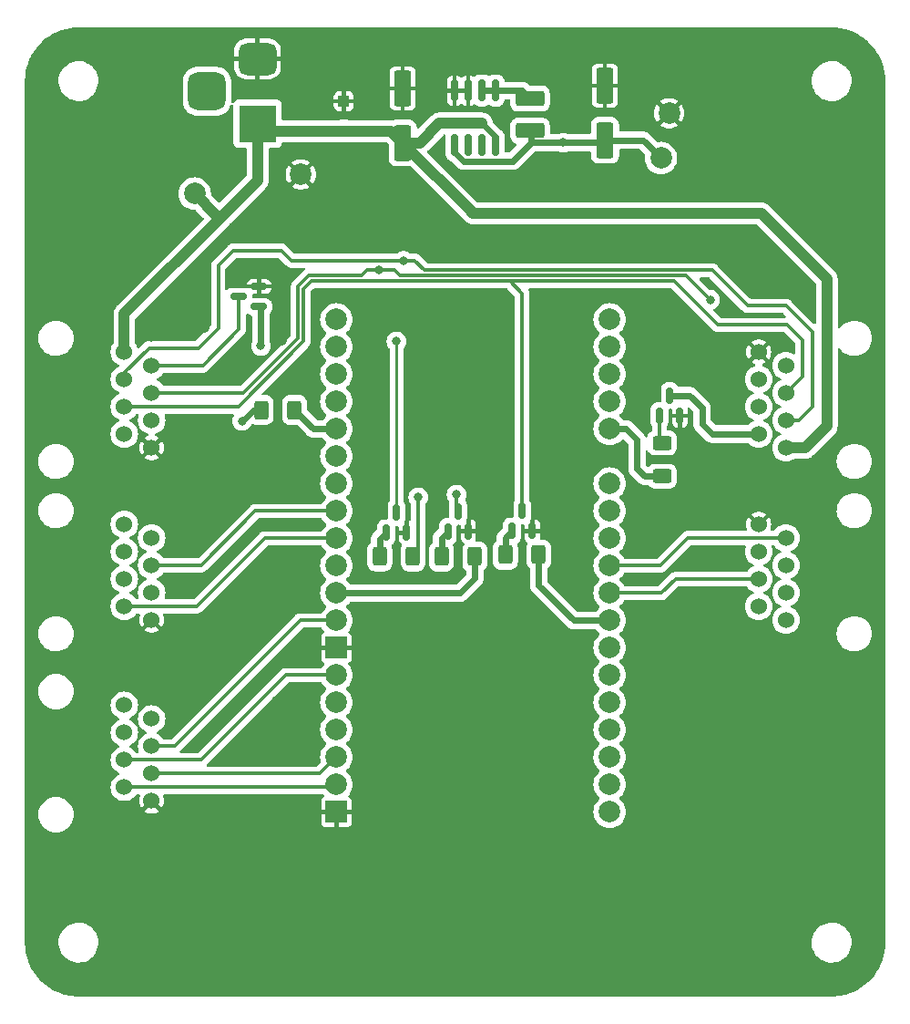
<source format=gbr>
%TF.GenerationSoftware,KiCad,Pcbnew,7.0.2*%
%TF.CreationDate,2023-07-19T17:03:30-04:00*%
%TF.ProjectId,ArenaController,4172656e-6143-46f6-9e74-726f6c6c6572,v0.6*%
%TF.SameCoordinates,Original*%
%TF.FileFunction,Copper,L1,Top*%
%TF.FilePolarity,Positive*%
%FSLAX46Y46*%
G04 Gerber Fmt 4.6, Leading zero omitted, Abs format (unit mm)*
G04 Created by KiCad (PCBNEW 7.0.2) date 2023-07-19 17:03:30*
%MOMM*%
%LPD*%
G01*
G04 APERTURE LIST*
G04 Aperture macros list*
%AMRoundRect*
0 Rectangle with rounded corners*
0 $1 Rounding radius*
0 $2 $3 $4 $5 $6 $7 $8 $9 X,Y pos of 4 corners*
0 Add a 4 corners polygon primitive as box body*
4,1,4,$2,$3,$4,$5,$6,$7,$8,$9,$2,$3,0*
0 Add four circle primitives for the rounded corners*
1,1,$1+$1,$2,$3*
1,1,$1+$1,$4,$5*
1,1,$1+$1,$6,$7*
1,1,$1+$1,$8,$9*
0 Add four rect primitives between the rounded corners*
20,1,$1+$1,$2,$3,$4,$5,0*
20,1,$1+$1,$4,$5,$6,$7,0*
20,1,$1+$1,$6,$7,$8,$9,0*
20,1,$1+$1,$8,$9,$2,$3,0*%
G04 Aperture macros list end*
%TA.AperFunction,SMDPad,CuDef*%
%ADD10RoundRect,0.150000X0.150000X-0.587500X0.150000X0.587500X-0.150000X0.587500X-0.150000X-0.587500X0*%
%TD*%
%TA.AperFunction,ComponentPad*%
%ADD11C,2.000000*%
%TD*%
%TA.AperFunction,SMDPad,CuDef*%
%ADD12RoundRect,0.250000X-0.400000X-0.625000X0.400000X-0.625000X0.400000X0.625000X-0.400000X0.625000X0*%
%TD*%
%TA.AperFunction,ComponentPad*%
%ADD13C,1.524000*%
%TD*%
%TA.AperFunction,SMDPad,CuDef*%
%ADD14RoundRect,0.250000X0.550000X-1.412500X0.550000X1.412500X-0.550000X1.412500X-0.550000X-1.412500X0*%
%TD*%
%TA.AperFunction,ComponentPad*%
%ADD15R,3.500000X3.500000*%
%TD*%
%TA.AperFunction,ComponentPad*%
%ADD16RoundRect,0.750000X-1.000000X0.750000X-1.000000X-0.750000X1.000000X-0.750000X1.000000X0.750000X0*%
%TD*%
%TA.AperFunction,ComponentPad*%
%ADD17RoundRect,0.875000X-0.875000X0.875000X-0.875000X-0.875000X0.875000X-0.875000X0.875000X0.875000X0*%
%TD*%
%TA.AperFunction,SMDPad,CuDef*%
%ADD18RoundRect,0.250001X-1.074999X0.462499X-1.074999X-0.462499X1.074999X-0.462499X1.074999X0.462499X0*%
%TD*%
%TA.AperFunction,SMDPad,CuDef*%
%ADD19RoundRect,0.150000X0.587500X0.150000X-0.587500X0.150000X-0.587500X-0.150000X0.587500X-0.150000X0*%
%TD*%
%TA.AperFunction,SMDPad,CuDef*%
%ADD20RoundRect,0.162500X0.162500X-0.825000X0.162500X0.825000X-0.162500X0.825000X-0.162500X-0.825000X0*%
%TD*%
%TA.AperFunction,SMDPad,CuDef*%
%ADD21RoundRect,0.250000X-0.300000X0.300000X-0.300000X-0.300000X0.300000X-0.300000X0.300000X0.300000X0*%
%TD*%
%TA.AperFunction,SMDPad,CuDef*%
%ADD22RoundRect,0.250000X-0.625000X0.400000X-0.625000X-0.400000X0.625000X-0.400000X0.625000X0.400000X0*%
%TD*%
%TA.AperFunction,ComponentPad*%
%ADD23R,2.000000X2.000000*%
%TD*%
%TA.AperFunction,ViaPad*%
%ADD24C,0.800000*%
%TD*%
%TA.AperFunction,Conductor*%
%ADD25C,1.000000*%
%TD*%
%TA.AperFunction,Conductor*%
%ADD26C,0.600000*%
%TD*%
%TA.AperFunction,Conductor*%
%ADD27C,0.300000*%
%TD*%
%TA.AperFunction,Conductor*%
%ADD28C,0.250000*%
%TD*%
G04 APERTURE END LIST*
D10*
%TO.P,Q4,1,G*%
%TO.N,Net-(Q4-G)*%
X134330400Y-91818700D03*
%TO.P,Q4,2,S*%
%TO.N,GND*%
X136230400Y-91818700D03*
%TO.P,Q4,3,D*%
%TO.N,/s_Yellow*%
X135280400Y-89943700D03*
%TD*%
D11*
%TO.P,TP2,1,1*%
%TO.N,GND*%
X120650000Y-58674000D03*
%TD*%
%TO.P,TP3,1,1*%
%TO.N,+5V*%
X154127200Y-57150000D03*
%TD*%
D12*
%TO.P,R4,1*%
%TO.N,Net-(Q5-G)*%
X116966400Y-80543400D03*
%TO.P,R4,2*%
%TO.N,/m_Red_2*%
X120066400Y-80543400D03*
%TD*%
D13*
%TO.P,J1,1*%
%TO.N,+12V*%
X165750000Y-84045000D03*
%TO.P,J1,2*%
%TO.N,/s_Red_1*%
X163210000Y-82775000D03*
%TO.P,J1,3*%
%TO.N,/s_Yellow*%
X165750000Y-81505000D03*
%TO.P,J1,4*%
%TO.N,/s_Green*%
X163210000Y-80235000D03*
%TO.P,J1,5*%
%TO.N,/s_Horn*%
X165750000Y-78965000D03*
%TO.P,J1,6*%
%TO.N,unconnected-(J1-Pad6)*%
X163210000Y-77695000D03*
%TO.P,J1,7*%
%TO.N,unconnected-(J1-Pad7)*%
X165750000Y-76425000D03*
%TO.P,J1,8*%
%TO.N,GND*%
X163210000Y-75155000D03*
%TD*%
%TO.P,J6,1*%
%TO.N,unconnected-(J6-Pad1)*%
X165750000Y-100045000D03*
%TO.P,J6,2*%
%TO.N,unconnected-(J6-Pad2)*%
X163210000Y-98775000D03*
%TO.P,J6,3*%
%TO.N,unconnected-(J6-Pad3)*%
X165750000Y-97505000D03*
%TO.P,J6,4*%
%TO.N,/T_A_Start*%
X163210000Y-96235000D03*
%TO.P,J6,5*%
%TO.N,unconnected-(J6-Pad5)*%
X165750000Y-94965000D03*
%TO.P,J6,6*%
%TO.N,unconnected-(J6-Pad6)*%
X163210000Y-93695000D03*
%TO.P,J6,7*%
%TO.N,/T_A_End*%
X165750000Y-92425000D03*
%TO.P,J6,8*%
%TO.N,GND*%
X163210000Y-91155000D03*
%TD*%
D10*
%TO.P,Q3,1,G*%
%TO.N,Net-(Q3-G)*%
X140274000Y-91791000D03*
%TO.P,Q3,2,S*%
%TO.N,GND*%
X142174000Y-91791000D03*
%TO.P,Q3,3,D*%
%TO.N,/s_Horn*%
X141224000Y-89916000D03*
%TD*%
D14*
%TO.P,C2,1*%
%TO.N,+5V*%
X148920200Y-55499000D03*
%TO.P,C2,2*%
%TO.N,GND*%
X148920200Y-50424000D03*
%TD*%
D13*
%TO.P,J4,1*%
%TO.N,unconnected-(J4-Pad1)*%
X104250000Y-107955000D03*
%TO.P,J4,2*%
%TO.N,unconnected-(J4-Pad2)*%
X106790000Y-109225000D03*
%TO.P,J4,3*%
%TO.N,unconnected-(J4-Pad3)*%
X104250000Y-110495000D03*
%TO.P,J4,4*%
%TO.N,/G_Start*%
X106790000Y-111765000D03*
%TO.P,J4,5*%
%TO.N,/G_RST*%
X104250000Y-113035000D03*
%TO.P,J4,6*%
%TO.N,/G_Pause*%
X106790000Y-114305000D03*
%TO.P,J4,7*%
%TO.N,/G_End*%
X104250000Y-115575000D03*
%TO.P,J4,8*%
%TO.N,GND*%
X106790000Y-116845000D03*
%TD*%
D15*
%TO.P,J9,1*%
%TO.N,+12V*%
X116636800Y-53949600D03*
D16*
%TO.P,J9,2*%
%TO.N,GND*%
X116636800Y-47949600D03*
D17*
%TO.P,J9,3,MountPin*%
%TO.N,unconnected-(J9-MountPin-Pad3)*%
X111936800Y-50949600D03*
%TD*%
D13*
%TO.P,J2,1*%
%TO.N,+12V*%
X104250000Y-75155000D03*
%TO.P,J2,2*%
%TO.N,/s_Red_2*%
X106790000Y-76425000D03*
%TO.P,J2,3*%
%TO.N,/s_Yellow*%
X104250000Y-77695000D03*
%TO.P,J2,4*%
%TO.N,/s_Green*%
X106790000Y-78965000D03*
%TO.P,J2,5*%
%TO.N,/s_Horn*%
X104250000Y-80235000D03*
%TO.P,J2,6*%
%TO.N,unconnected-(J2-Pad6)*%
X106790000Y-81505000D03*
%TO.P,J2,7*%
%TO.N,unconnected-(J2-Pad7)*%
X104250000Y-82775000D03*
%TO.P,J2,8*%
%TO.N,GND*%
X106790000Y-84045000D03*
%TD*%
D11*
%TO.P,TP1,1,1*%
%TO.N,+12V*%
X110794800Y-60452000D03*
%TD*%
D18*
%TO.P,L1,1,1*%
%TO.N,Net-(L1-Pad1)*%
X141960600Y-51623900D03*
%TO.P,L1,2,2*%
%TO.N,+5V*%
X141960600Y-54598900D03*
%TD*%
D14*
%TO.P,C1,1*%
%TO.N,+12V*%
X130124200Y-55750500D03*
%TO.P,C1,2*%
%TO.N,GND*%
X130124200Y-50675500D03*
%TD*%
D12*
%TO.P,R1,1*%
%TO.N,Net-(Q1-G)*%
X127990000Y-94137000D03*
%TO.P,R1,2*%
%TO.N,/m_Green*%
X131090000Y-94137000D03*
%TD*%
D10*
%TO.P,Q2,1,G*%
%TO.N,Net-(Q2-G)*%
X153990000Y-81074500D03*
%TO.P,Q2,2,S*%
%TO.N,GND*%
X155890000Y-81074500D03*
%TO.P,Q2,3,D*%
%TO.N,/s_Red_1*%
X154940000Y-79199500D03*
%TD*%
D19*
%TO.P,Q5,1,G*%
%TO.N,Net-(Q5-G)*%
X116763800Y-70962600D03*
%TO.P,Q5,2,S*%
%TO.N,GND*%
X116763800Y-69062600D03*
%TO.P,Q5,3,D*%
%TO.N,/s_Red_2*%
X114888800Y-70012600D03*
%TD*%
D20*
%TO.P,U2,1,FB*%
%TO.N,+5V*%
X134950200Y-55956200D03*
%TO.P,U2,2,NC*%
%TO.N,unconnected-(U2-NC-Pad2)*%
X136220200Y-55956200D03*
%TO.P,U2,3,LED*%
%TO.N,unconnected-(U2-LED-Pad3)*%
X137490200Y-55956200D03*
%TO.P,U2,4,VIN*%
%TO.N,+12V*%
X138760200Y-55956200D03*
%TO.P,U2,5,SW*%
%TO.N,Net-(L1-Pad1)*%
X138760200Y-50881200D03*
%TO.P,U2,6,SW*%
X137490200Y-50881200D03*
%TO.P,U2,7,GND*%
%TO.N,GND*%
X136220200Y-50881200D03*
%TO.P,U2,8,GND*%
X134950200Y-50881200D03*
%TD*%
D21*
%TO.P,D1,1,A1*%
%TO.N,GND*%
X124637800Y-51863800D03*
%TO.P,D1,2,A2*%
%TO.N,+12V*%
X124637800Y-54663800D03*
%TD*%
D10*
%TO.P,Q1,1,G*%
%TO.N,Net-(Q1-G)*%
X128590000Y-91948000D03*
%TO.P,Q1,2,S*%
%TO.N,GND*%
X130490000Y-91948000D03*
%TO.P,Q1,3,D*%
%TO.N,/s_Green*%
X129540000Y-90073000D03*
%TD*%
D12*
%TO.P,R2,1*%
%TO.N,Net-(Q3-G)*%
X139674000Y-93980000D03*
%TO.P,R2,2*%
%TO.N,/m_Horn*%
X142774000Y-93980000D03*
%TD*%
D13*
%TO.P,J5,1*%
%TO.N,unconnected-(J5-Pad1)*%
X104250000Y-91155000D03*
%TO.P,J5,2*%
%TO.N,unconnected-(J5-Pad2)*%
X106790000Y-92425000D03*
%TO.P,J5,3*%
%TO.N,unconnected-(J5-Pad3)*%
X104250000Y-93695000D03*
%TO.P,J5,4*%
%TO.N,/T_B_End*%
X106790000Y-94965000D03*
%TO.P,J5,5*%
%TO.N,unconnected-(J5-Pad5)*%
X104250000Y-96235000D03*
%TO.P,J5,6*%
%TO.N,unconnected-(J5-Pad6)*%
X106790000Y-97505000D03*
%TO.P,J5,7*%
%TO.N,/T_B_Start*%
X104250000Y-98775000D03*
%TO.P,J5,8*%
%TO.N,GND*%
X106790000Y-100045000D03*
%TD*%
D11*
%TO.P,TP4,1,1*%
%TO.N,GND*%
X154889200Y-52984400D03*
%TD*%
D22*
%TO.P,R5,1*%
%TO.N,Net-(Q2-G)*%
X154228800Y-83590800D03*
%TO.P,R5,2*%
%TO.N,/m_Red_1*%
X154228800Y-86690800D03*
%TD*%
D11*
%TO.P,U3,1,GPIO6/CTS1/HSPI_CLK/SD_CLK/Flash_SCK*%
%TO.N,unconnected-(U3-GPIO6{slash}CTS1{slash}HSPI_CLK{slash}SD_CLK{slash}Flash_SCK-Pad1)*%
X123952000Y-72136000D03*
%TO.P,U3,2,GPIO7/RTS_2/HSPI_Data0/SD_Data0/Flash_D0*%
%TO.N,unconnected-(U3-GPIO7{slash}RTS_2{slash}HSPI_Data0{slash}SD_Data0{slash}Flash_D0-Pad2)*%
X123952000Y-74676000D03*
%TO.P,U3,3,GPIO8/CTS_2/HSPI_Data1/SD_Data1/Flash_D1*%
%TO.N,unconnected-(U3-GPIO8{slash}CTS_2{slash}HSPI_Data1{slash}SD_Data1{slash}Flash_D1-Pad3)*%
X123952000Y-77216000D03*
%TO.P,U3,4,GPIO15/ADC2_3/HSPI_CS0/Touch3/RTC_GPIO13*%
%TO.N,unconnected-(U3-GPIO15{slash}ADC2_3{slash}HSPI_CS0{slash}Touch3{slash}RTC_GPIO13-Pad4)*%
X123952000Y-79756000D03*
%TO.P,U3,5,GPIO2/ADC2_2/HSPI_WP0/Touch2/RTC_GPIO12*%
%TO.N,/m_Red_2*%
X123952000Y-82296000D03*
%TO.P,U3,6,GPIO0/ADC2_1/CLK1/Touch1/RTC_GPIO11*%
%TO.N,unconnected-(U3-GPIO0{slash}ADC2_1{slash}CLK1{slash}Touch1{slash}RTC_GPIO11-Pad6)*%
X123952000Y-84836000D03*
%TO.P,U3,7,GPIO4/ADC2_0/HSPI_HD/Touch0/RTC_GPIO10*%
%TO.N,/m_Green*%
X123952000Y-87376000D03*
%TO.P,U3,8,GPIO16/RXD_2*%
%TO.N,/T_B_End*%
X123952000Y-89916000D03*
%TO.P,U3,9,GPIO17/TXD_2*%
%TO.N,/T_B_Start*%
X123952000Y-92456000D03*
%TO.P,U3,10,GPIO5/V_SPI_CS0/SS*%
%TO.N,unconnected-(U3-GPIO5{slash}V_SPI_CS0{slash}SS-Pad10)*%
X123952000Y-94996000D03*
%TO.P,U3,11,GPIO18/V_SPI_CLK/SCK*%
%TO.N,/m_Yellow*%
X123952000Y-97536000D03*
%TO.P,U3,12,GPIO19/V_SPI_Q/MISO/CTS_0*%
%TO.N,/G_Start*%
X123952000Y-100076000D03*
D23*
%TO.P,U3,13,GND*%
%TO.N,GND*%
X123952000Y-102616000D03*
D11*
%TO.P,U3,14,GPIO21/VSPI_HD/SDA*%
%TO.N,/G_RST*%
X123952000Y-105156000D03*
%TO.P,U3,15,GPIO3/RXD_0/CLK2*%
%TO.N,unconnected-(U3-GPIO3{slash}RXD_0{slash}CLK2-Pad15)*%
X123952000Y-107696000D03*
%TO.P,U3,16,GPIO1/TXD_0/CLK3*%
%TO.N,unconnected-(U3-GPIO1{slash}TXD_0{slash}CLK3-Pad16)*%
X123952000Y-110236000D03*
%TO.P,U3,17,GPIO22/V_SPI_WP/SCL/RTS_0*%
%TO.N,/G_Pause*%
X123952000Y-112776000D03*
%TO.P,U3,18,GPIO23/V_SPI_D/MOSI*%
%TO.N,/G_End*%
X123952000Y-115316000D03*
D23*
%TO.P,U3,19,GND*%
%TO.N,GND*%
X123952000Y-117856000D03*
D11*
%TO.P,U3,20,3.3v*%
%TO.N,+3V3*%
X149352000Y-117856000D03*
%TO.P,U3,21,EN*%
%TO.N,unconnected-(U3-EN-Pad21)*%
X149352000Y-115316000D03*
%TO.P,U3,22,RTC_GPIO0/SensVP/ADC1_0/GPIO36*%
%TO.N,unconnected-(U3-RTC_GPIO0{slash}SensVP{slash}ADC1_0{slash}GPIO36-Pad22)*%
X149352000Y-112776000D03*
%TO.P,U3,23,RTC_GPIO3/SensVN/ADC1_3/GPIO39*%
%TO.N,unconnected-(U3-RTC_GPIO3{slash}SensVN{slash}ADC1_3{slash}GPIO39-Pad23)*%
X149352000Y-110236000D03*
%TO.P,U3,24,RTC_GPIO4/ADC1_6/GPIO34*%
%TO.N,unconnected-(U3-RTC_GPIO4{slash}ADC1_6{slash}GPIO34-Pad24)*%
X149352000Y-107696000D03*
%TO.P,U3,25,RTC_GPIO5/ADC1_7/GPIO35*%
%TO.N,unconnected-(U3-RTC_GPIO5{slash}ADC1_7{slash}GPIO35-Pad25)*%
X149352000Y-105156000D03*
%TO.P,U3,26,RTC_GPIO9/XTal32P/Touch9/ADC1_4/GPIO32*%
%TO.N,/status_LED*%
X149352000Y-102616000D03*
%TO.P,U3,27,RTC_GPIO8/Xtal32N/Touch8/ADC1_5/GPIO33*%
%TO.N,/m_Horn*%
X149352000Y-100076000D03*
%TO.P,U3,28,DAC_1/RTC_GPIO6/ADC2_8/GPIO25*%
%TO.N,/T_A_Start*%
X149352000Y-97536000D03*
%TO.P,U3,29,DAC_2/RTC_GPIO7/ADC2_9/GPIO26*%
%TO.N,/T_A_End*%
X149352000Y-94996000D03*
%TO.P,U3,30,RTC_GPIO17/Touch7/ADC2_7/GPIO27*%
%TO.N,unconnected-(U3-RTC_GPIO17{slash}Touch7{slash}ADC2_7{slash}GPIO27-Pad30)*%
X149352000Y-92456000D03*
%TO.P,U3,31,RTC_GPIO16/Touch6/HSPI_CLK/ADC2_6/GPIO14*%
%TO.N,unconnected-(U3-RTC_GPIO16{slash}Touch6{slash}HSPI_CLK{slash}ADC2_6{slash}GPIO14-Pad31)*%
X149352000Y-89916000D03*
%TO.P,U3,32,RTC_GPIO15/Touch5/HSPI_Q/ADC2_5/GPIO12*%
%TO.N,unconnected-(U3-RTC_GPIO15{slash}Touch5{slash}HSPI_Q{slash}ADC2_5{slash}GPIO12-Pad32)*%
X149352000Y-87376000D03*
D23*
%TO.P,U3,33,GND*%
%TO.N,GND*%
X149352000Y-84836000D03*
D11*
%TO.P,U3,34,RTC_GPIO14/Touch4/HSPI_ID/ADC2_4/GPIO13*%
%TO.N,/m_Red_1*%
X149352000Y-82296000D03*
%TO.P,U3,35,Flash_D2/SD_Data2/HSPI_Data2/RXD_1/GPIO09*%
%TO.N,unconnected-(U3-Flash_D2{slash}SD_Data2{slash}HSPI_Data2{slash}RXD_1{slash}GPIO09-Pad35)*%
X149352000Y-79756000D03*
%TO.P,U3,36,Flash_D3/SD_Data3/HSPI_Data3/TXD_1/GPIO10*%
%TO.N,unconnected-(U3-Flash_D3{slash}SD_Data3{slash}HSPI_Data3{slash}TXD_1{slash}GPIO10-Pad36)*%
X149352000Y-77216000D03*
%TO.P,U3,37,Flash_CMD/SD_CMD/HSPI_CMD/RTS_1/GPIO11*%
%TO.N,unconnected-(U3-Flash_CMD{slash}SD_CMD{slash}HSPI_CMD{slash}RTS_1{slash}GPIO11-Pad37)*%
X149352000Y-74676000D03*
%TO.P,U3,38,5V*%
%TO.N,+5V*%
X149352000Y-72136000D03*
%TD*%
D12*
%TO.P,R3,1*%
%TO.N,Net-(Q4-G)*%
X133730400Y-94155500D03*
%TO.P,R3,2*%
%TO.N,/m_Yellow*%
X136830400Y-94155500D03*
%TD*%
D24*
%TO.N,/s_Yellow*%
X135128000Y-88392000D03*
X130200000Y-66675000D03*
%TO.N,/s_Green*%
X127950000Y-67525000D03*
X129540000Y-74168000D03*
X158699200Y-70307200D03*
%TO.N,GND*%
X164592000Y-46482000D03*
X133858000Y-45974000D03*
X164947600Y-54406800D03*
X171297600Y-82092800D03*
X162255200Y-88900000D03*
X137058400Y-77622400D03*
X150063200Y-46329600D03*
X101219000Y-76708000D03*
X106629200Y-47752000D03*
X161696400Y-55524400D03*
X108813600Y-121615200D03*
X133908800Y-102971600D03*
X119786400Y-68199000D03*
X154254200Y-76149200D03*
X119837200Y-88646000D03*
X136245600Y-110998000D03*
X154686000Y-131064000D03*
X153517600Y-64287400D03*
X102108000Y-55219600D03*
X156667200Y-83616800D03*
X115417600Y-110794800D03*
X129590800Y-132283200D03*
X157937200Y-84175600D03*
X132207000Y-52908200D03*
X118922800Y-74142600D03*
X154711400Y-71805800D03*
X116281200Y-131978400D03*
X112876212Y-84712608D03*
X113131600Y-47447200D03*
X131445000Y-47066200D03*
X119989600Y-108915200D03*
X167259000Y-105003600D03*
X159918400Y-124764800D03*
X111709200Y-72974200D03*
X115925600Y-62738000D03*
X120015000Y-96774000D03*
X156413200Y-84785200D03*
X132892800Y-78282800D03*
X164490400Y-67513200D03*
X124510800Y-46024800D03*
X97282000Y-77597000D03*
X157378400Y-50139600D03*
X106730800Y-73812400D03*
X113871113Y-77565519D03*
X169062400Y-61874400D03*
X144170400Y-110998000D03*
X107899200Y-58420000D03*
X100584000Y-63398400D03*
X134823200Y-63144400D03*
X162153600Y-103479600D03*
X131953000Y-51028600D03*
X159893000Y-98044000D03*
X104851200Y-64109600D03*
X160731200Y-74422000D03*
X160528000Y-71018400D03*
X114757200Y-100380800D03*
X118110000Y-94945200D03*
X131978400Y-81788000D03*
X173075600Y-94259400D03*
X113284000Y-58674000D03*
X121361200Y-62687200D03*
X164541200Y-86461600D03*
X137718800Y-107797600D03*
X131572000Y-107137200D03*
X118364000Y-107492800D03*
X120142000Y-91084400D03*
X145135600Y-93421200D03*
X143814800Y-49072800D03*
X130505200Y-63347600D03*
X167386000Y-70612000D03*
X127355600Y-75234800D03*
X118465600Y-111658400D03*
X144881600Y-82296000D03*
X130860800Y-101092000D03*
X151993600Y-88696800D03*
X98501200Y-98704400D03*
X126568200Y-48844200D03*
X140766800Y-131267200D03*
X157022800Y-58928000D03*
X161290000Y-68072000D03*
X120599200Y-103022400D03*
X106476800Y-89966800D03*
X156210000Y-94996000D03*
X110591600Y-104190800D03*
X173736000Y-77266800D03*
X164846000Y-118414800D03*
X144627600Y-75438000D03*
X165735000Y-74041000D03*
X117246400Y-82753200D03*
X113639600Y-88036400D03*
X166141400Y-58978800D03*
X152857200Y-96469200D03*
X109728000Y-124561600D03*
X106273600Y-105918000D03*
X153162000Y-117398800D03*
X103632000Y-46228000D03*
X132943600Y-111252000D03*
X154381200Y-100431600D03*
X119227600Y-98958400D03*
X172389800Y-120802400D03*
X127152400Y-80619600D03*
%TO.N,+5V*%
X145034000Y-55714950D03*
%TO.N,/m_Green*%
X131572000Y-88646000D03*
%TO.N,Net-(Q5-G)*%
X115189000Y-81559400D03*
X116941600Y-74599800D03*
%TD*%
D25*
%TO.N,+12V*%
X169545000Y-68358175D02*
X163467625Y-62280800D01*
X133527800Y-53924200D02*
X137490200Y-53924200D01*
X165750000Y-84045000D02*
X167542000Y-84045000D01*
X113334800Y-62534800D02*
X104250000Y-71619600D01*
D26*
X138760200Y-55194200D02*
X137490200Y-53924200D01*
D25*
X136448800Y-62058435D02*
X130140865Y-55750500D01*
X131701500Y-55750500D02*
X133527800Y-53924200D01*
X163467625Y-62280800D02*
X136652000Y-62280800D01*
D26*
X138760200Y-55956200D02*
X138760200Y-55194200D01*
D25*
X116636800Y-59232800D02*
X113334800Y-62534800D01*
X129037500Y-54663800D02*
X130124200Y-55750500D01*
X124637800Y-54663800D02*
X117351000Y-54663800D01*
X113334800Y-62534800D02*
X112877600Y-62534800D01*
X116636800Y-53949600D02*
X116636800Y-59232800D01*
X124637800Y-54663800D02*
X129037500Y-54663800D01*
X104250000Y-71619600D02*
X104250000Y-75155000D01*
X130124200Y-55750500D02*
X131701500Y-55750500D01*
X112877600Y-62534800D02*
X110794800Y-60452000D01*
X136652000Y-62280800D02*
X136448800Y-62077600D01*
X136448800Y-62077600D02*
X136448800Y-62058435D01*
X167542000Y-84045000D02*
X169545000Y-82042000D01*
X169545000Y-82042000D02*
X169545000Y-68358175D01*
D26*
%TO.N,/s_Red_1*%
X154940000Y-79199500D02*
X156794200Y-79199500D01*
X156794200Y-79199500D02*
X157937200Y-80342500D01*
X158896500Y-82775000D02*
X163210000Y-82775000D01*
X157937200Y-81815700D02*
X158896500Y-82775000D01*
X157937200Y-80342500D02*
X157937200Y-81815700D01*
D27*
%TO.N,/s_Yellow*%
X114376200Y-65735200D02*
X112979200Y-67132200D01*
X106553000Y-74803000D02*
X104250000Y-77106000D01*
X165750000Y-81505000D02*
X166907000Y-81505000D01*
X165735000Y-70866000D02*
X162179000Y-70866000D01*
X158877000Y-67564000D02*
X132150000Y-67564000D01*
X166907000Y-81505000D02*
X168198800Y-80213200D01*
X168198800Y-73329800D02*
X165735000Y-70866000D01*
X135128000Y-88392000D02*
X135128000Y-89791300D01*
X168198800Y-80213200D02*
X168198800Y-73329800D01*
X162179000Y-70866000D02*
X158877000Y-67564000D01*
X118846600Y-65735200D02*
X114376200Y-65735200D01*
X132150000Y-67564000D02*
X131261000Y-66675000D01*
X112979200Y-67132200D02*
X112979200Y-72974200D01*
X131261000Y-66675000D02*
X130200000Y-66675000D01*
X112979200Y-72974200D02*
X111150400Y-74803000D01*
X119786400Y-66675000D02*
X118846600Y-65735200D01*
X111150400Y-74803000D02*
X106553000Y-74803000D01*
X130200000Y-66675000D02*
X119786400Y-66675000D01*
D28*
%TO.N,/s_Green*%
X129540000Y-90073000D02*
X129540000Y-74168000D01*
D27*
X129864000Y-68064000D02*
X156456000Y-68064000D01*
X120396000Y-69088000D02*
X120396000Y-73859106D01*
X127950000Y-67525000D02*
X126832106Y-67525000D01*
X126832106Y-67525000D02*
X126293106Y-68064000D01*
X115290106Y-78965000D02*
X106790000Y-78965000D01*
X126293106Y-68064000D02*
X121420000Y-68064000D01*
X127950000Y-67525000D02*
X129325000Y-67525000D01*
X120396000Y-73859106D02*
X115290106Y-78965000D01*
X129325000Y-67525000D02*
X129864000Y-68064000D01*
X121420000Y-68064000D02*
X120396000Y-69088000D01*
X156456000Y-68064000D02*
X158699200Y-70307200D01*
%TO.N,/s_Horn*%
X121611106Y-68580000D02*
X120904000Y-69287106D01*
X165862000Y-72644000D02*
X159410400Y-72644000D01*
X140081000Y-68580000D02*
X121611106Y-68580000D01*
X167284400Y-74066400D02*
X165862000Y-72644000D01*
X120904000Y-69287106D02*
X120904000Y-74168000D01*
X141224000Y-89916000D02*
X141224000Y-69723000D01*
X159410400Y-72644000D02*
X155346400Y-68580000D01*
X165750000Y-78965000D02*
X167284400Y-77430600D01*
X120904000Y-74168000D02*
X114837000Y-80235000D01*
X167284400Y-77430600D02*
X167284400Y-74066400D01*
X141224000Y-69723000D02*
X140081000Y-68580000D01*
X114837000Y-80235000D02*
X104250000Y-80235000D01*
X155346400Y-68580000D02*
X140081000Y-68580000D01*
%TO.N,/G_Start*%
X120599200Y-100076000D02*
X123952000Y-100076000D01*
X108910200Y-111765000D02*
X120599200Y-100076000D01*
X106790000Y-111765000D02*
X108910200Y-111765000D01*
%TO.N,/G_RST*%
X111399400Y-113035000D02*
X104250000Y-113035000D01*
X119278400Y-105156000D02*
X111399400Y-113035000D01*
X123952000Y-105156000D02*
X119278400Y-105156000D01*
%TO.N,/G_End*%
X104250000Y-115575000D02*
X123693000Y-115575000D01*
%TO.N,/G_Pause*%
X122423000Y-114305000D02*
X123952000Y-112776000D01*
X106790000Y-114305000D02*
X122423000Y-114305000D01*
%TO.N,/T_B_Start*%
X117297200Y-92456000D02*
X123952000Y-92456000D01*
X104250000Y-98775000D02*
X110978200Y-98775000D01*
X110978200Y-98775000D02*
X117297200Y-92456000D01*
%TO.N,/T_B_End*%
X116433600Y-89916000D02*
X123952000Y-89916000D01*
X111384600Y-94965000D02*
X116433600Y-89916000D01*
X106790000Y-94965000D02*
X111384600Y-94965000D01*
%TO.N,/T_A_Start*%
X155479000Y-96235000D02*
X163210000Y-96235000D01*
X149352000Y-97536000D02*
X154178000Y-97536000D01*
X154178000Y-97536000D02*
X155479000Y-96235000D01*
%TO.N,/T_A_End*%
X156622000Y-92425000D02*
X165750000Y-92425000D01*
X149352000Y-94996000D02*
X154051000Y-94996000D01*
X154051000Y-94996000D02*
X156622000Y-92425000D01*
D26*
%TO.N,+5V*%
X148920200Y-55499000D02*
X152476200Y-55499000D01*
X140346200Y-57443700D02*
X142074950Y-55714950D01*
X135783284Y-57443700D02*
X140346200Y-57443700D01*
X142074950Y-55714950D02*
X145338800Y-55714950D01*
X152476200Y-55499000D02*
X154127200Y-57150000D01*
X145338800Y-55714950D02*
X148704250Y-55714950D01*
X142074950Y-55714950D02*
X142074950Y-54713250D01*
X134950200Y-56610616D02*
X135783284Y-57443700D01*
D27*
%TO.N,/s_Red_2*%
X111540000Y-76425000D02*
X106790000Y-76425000D01*
X111540000Y-76425000D02*
X114886500Y-73078500D01*
X114886500Y-73078500D02*
X114886500Y-70014900D01*
%TO.N,/m_Green*%
X131572000Y-88900000D02*
X131572000Y-93655000D01*
D26*
%TO.N,/m_Red_1*%
X151892000Y-85953600D02*
X152629200Y-86690800D01*
X149352000Y-82296000D02*
X150876000Y-82296000D01*
X152629200Y-86690800D02*
X154228800Y-86690800D01*
X150876000Y-82296000D02*
X151892000Y-83312000D01*
X151892000Y-83312000D02*
X151892000Y-85953600D01*
%TO.N,/m_Horn*%
X149352000Y-100076000D02*
X145999200Y-100076000D01*
X145999200Y-100076000D02*
X142774000Y-96850800D01*
X142774000Y-96850800D02*
X142774000Y-93980000D01*
%TO.N,/m_Yellow*%
X135483600Y-97536000D02*
X136830400Y-96189200D01*
X136830400Y-96189200D02*
X136830400Y-94155500D01*
X123952000Y-97536000D02*
X135483600Y-97536000D01*
%TO.N,/m_Red_2*%
X123952000Y-82296000D02*
X121819000Y-82296000D01*
X121819000Y-82296000D02*
X120066400Y-80543400D01*
%TO.N,Net-(Q1-G)*%
X127990000Y-92548000D02*
X128590000Y-91948000D01*
X127990000Y-94137000D02*
X127990000Y-92548000D01*
D27*
%TO.N,Net-(Q2-G)*%
X153990000Y-81074500D02*
X153990000Y-83352000D01*
D26*
%TO.N,Net-(Q3-G)*%
X139674000Y-92391000D02*
X140274000Y-91791000D01*
X139674000Y-93980000D02*
X139674000Y-92391000D01*
%TO.N,Net-(Q4-G)*%
X133730400Y-92418700D02*
X134330400Y-91818700D01*
X133730400Y-94155500D02*
X133730400Y-92418700D01*
%TO.N,Net-(Q5-G)*%
X116941600Y-71140400D02*
X116763800Y-70962600D01*
X116941600Y-74599800D02*
X116941600Y-71140400D01*
X116966400Y-80543400D02*
X116205000Y-80543400D01*
X116205000Y-80543400D02*
X115189000Y-81559400D01*
%TO.N,Net-(L1-Pad1)*%
X141217900Y-50881200D02*
X141960600Y-51623900D01*
X138760200Y-50881200D02*
X137490200Y-50881200D01*
X138760200Y-50881200D02*
X141217900Y-50881200D01*
%TD*%
%TA.AperFunction,Conductor*%
%TO.N,GND*%
G36*
X124083503Y-55678593D02*
G01*
X124123260Y-55691767D01*
X124183373Y-55711687D01*
X124229402Y-55716389D01*
X124287255Y-55722300D01*
X124988344Y-55722299D01*
X125092226Y-55711687D01*
X125192096Y-55678593D01*
X125231099Y-55672300D01*
X128568404Y-55672300D01*
X128635443Y-55691985D01*
X128656085Y-55708619D01*
X128779381Y-55831915D01*
X128812866Y-55893238D01*
X128815700Y-55919596D01*
X128815700Y-57210395D01*
X128815700Y-57210414D01*
X128815701Y-57213544D01*
X128816020Y-57216675D01*
X128816021Y-57216678D01*
X128826312Y-57317425D01*
X128882084Y-57485736D01*
X128975171Y-57636654D01*
X129100545Y-57762028D01*
X129100547Y-57762029D01*
X129100548Y-57762030D01*
X129251462Y-57855115D01*
X129335618Y-57883001D01*
X129419773Y-57910887D01*
X129436296Y-57912575D01*
X129523655Y-57921500D01*
X130724744Y-57921499D01*
X130812100Y-57912575D01*
X130880793Y-57925345D01*
X130912383Y-57948252D01*
X135608622Y-62644491D01*
X135616794Y-62653507D01*
X135732231Y-62794167D01*
X135766013Y-62821891D01*
X135775030Y-62830064D01*
X135899534Y-62954568D01*
X135907706Y-62963584D01*
X135935432Y-62997368D01*
X136084290Y-63119533D01*
X136087910Y-63122814D01*
X136088994Y-63123393D01*
X136088995Y-63123394D01*
X136088996Y-63123395D01*
X136264196Y-63217041D01*
X136454299Y-63274708D01*
X136652000Y-63294180D01*
X136695485Y-63289897D01*
X136707640Y-63289300D01*
X162998529Y-63289300D01*
X163065568Y-63308985D01*
X163086210Y-63325619D01*
X168500182Y-68739591D01*
X168533666Y-68800912D01*
X168536500Y-68827270D01*
X168536500Y-72436878D01*
X168516815Y-72503917D01*
X168464011Y-72549672D01*
X168394853Y-72559616D01*
X168331297Y-72530591D01*
X168324819Y-72524559D01*
X166261718Y-70461458D01*
X166248234Y-70444627D01*
X166194725Y-70394379D01*
X166191928Y-70391668D01*
X166174085Y-70373825D01*
X166171333Y-70371073D01*
X166167740Y-70368286D01*
X166158876Y-70360714D01*
X166125133Y-70329028D01*
X166106200Y-70318619D01*
X166089941Y-70307939D01*
X166088988Y-70307200D01*
X166072868Y-70294696D01*
X166030377Y-70276308D01*
X166019900Y-70271175D01*
X165997007Y-70258590D01*
X165979334Y-70248874D01*
X165958413Y-70243503D01*
X165940004Y-70237200D01*
X165920175Y-70228619D01*
X165874455Y-70221378D01*
X165863016Y-70219009D01*
X165818190Y-70207500D01*
X165818188Y-70207500D01*
X165796581Y-70207500D01*
X165777183Y-70205973D01*
X165768603Y-70204614D01*
X165755849Y-70202594D01*
X165755848Y-70202594D01*
X165709764Y-70206950D01*
X165698097Y-70207500D01*
X162503121Y-70207500D01*
X162436082Y-70187815D01*
X162415440Y-70171181D01*
X159403718Y-67159458D01*
X159390234Y-67142627D01*
X159336725Y-67092379D01*
X159333928Y-67089668D01*
X159316085Y-67071825D01*
X159313333Y-67069073D01*
X159309740Y-67066286D01*
X159300876Y-67058714D01*
X159267133Y-67027028D01*
X159248200Y-67016619D01*
X159231941Y-67005939D01*
X159229660Y-67004170D01*
X159214868Y-66992696D01*
X159172377Y-66974308D01*
X159161900Y-66969175D01*
X159139007Y-66956590D01*
X159121334Y-66946874D01*
X159100413Y-66941503D01*
X159082004Y-66935200D01*
X159062175Y-66926619D01*
X159016455Y-66919378D01*
X159005016Y-66917009D01*
X158960190Y-66905500D01*
X158960188Y-66905500D01*
X158938581Y-66905500D01*
X158919183Y-66903973D01*
X158910603Y-66902614D01*
X158897849Y-66900594D01*
X158897848Y-66900594D01*
X158851764Y-66904950D01*
X158840097Y-66905500D01*
X132474122Y-66905500D01*
X132407083Y-66885815D01*
X132386441Y-66869181D01*
X131787718Y-66270458D01*
X131774234Y-66253627D01*
X131720725Y-66203379D01*
X131717928Y-66200668D01*
X131700085Y-66182825D01*
X131697333Y-66180073D01*
X131693740Y-66177286D01*
X131684876Y-66169714D01*
X131651133Y-66138028D01*
X131632200Y-66127619D01*
X131615941Y-66116939D01*
X131598868Y-66103696D01*
X131556377Y-66085308D01*
X131545900Y-66080175D01*
X131523007Y-66067590D01*
X131505334Y-66057874D01*
X131484413Y-66052503D01*
X131466004Y-66046200D01*
X131446175Y-66037619D01*
X131400455Y-66030378D01*
X131389016Y-66028009D01*
X131344190Y-66016500D01*
X131344188Y-66016500D01*
X131322581Y-66016500D01*
X131303183Y-66014973D01*
X131294603Y-66013614D01*
X131281849Y-66011594D01*
X131281848Y-66011594D01*
X131235764Y-66015950D01*
X131224097Y-66016500D01*
X130879575Y-66016500D01*
X130812536Y-65996815D01*
X130806689Y-65992818D01*
X130656751Y-65883881D01*
X130482285Y-65806204D01*
X130295489Y-65766500D01*
X130295487Y-65766500D01*
X130104513Y-65766500D01*
X130104511Y-65766500D01*
X129917714Y-65806204D01*
X129743248Y-65883881D01*
X129593311Y-65992818D01*
X129527504Y-66016298D01*
X129520425Y-66016500D01*
X120110522Y-66016500D01*
X120043483Y-65996815D01*
X120022841Y-65980181D01*
X119373318Y-65330658D01*
X119359834Y-65313827D01*
X119306325Y-65263579D01*
X119303528Y-65260868D01*
X119285685Y-65243025D01*
X119282933Y-65240273D01*
X119279340Y-65237486D01*
X119270476Y-65229914D01*
X119236733Y-65198228D01*
X119217800Y-65187819D01*
X119201541Y-65177139D01*
X119184468Y-65163896D01*
X119160595Y-65153565D01*
X119141977Y-65145508D01*
X119131500Y-65140375D01*
X119105449Y-65126054D01*
X119090934Y-65118074D01*
X119070013Y-65112703D01*
X119051604Y-65106400D01*
X119031775Y-65097819D01*
X118986055Y-65090578D01*
X118974616Y-65088209D01*
X118929790Y-65076700D01*
X118929788Y-65076700D01*
X118908181Y-65076700D01*
X118888783Y-65075173D01*
X118880203Y-65073814D01*
X118867449Y-65071794D01*
X118867448Y-65071794D01*
X118821364Y-65076150D01*
X118809697Y-65076700D01*
X114462590Y-65076700D01*
X114441155Y-65074333D01*
X114367799Y-65076639D01*
X114363904Y-65076700D01*
X114334768Y-65076700D01*
X114330919Y-65077185D01*
X114330902Y-65077187D01*
X114330258Y-65077269D01*
X114318637Y-65078183D01*
X114272368Y-65079637D01*
X114251623Y-65085664D01*
X114232579Y-65089608D01*
X114211135Y-65092317D01*
X114168095Y-65109358D01*
X114157048Y-65113140D01*
X114112601Y-65126054D01*
X114094007Y-65137051D01*
X114076535Y-65145610D01*
X114056443Y-65153564D01*
X114018991Y-65180775D01*
X114009231Y-65187186D01*
X113969394Y-65210746D01*
X113954116Y-65226024D01*
X113939327Y-65238654D01*
X113921844Y-65251356D01*
X113892330Y-65287032D01*
X113884469Y-65295670D01*
X112574652Y-66605486D01*
X112557824Y-66618969D01*
X112507577Y-66672475D01*
X112504872Y-66675266D01*
X112487026Y-66693113D01*
X112487019Y-66693120D01*
X112484273Y-66695867D01*
X112481898Y-66698928D01*
X112481878Y-66698951D01*
X112481480Y-66699465D01*
X112473911Y-66708326D01*
X112442227Y-66742067D01*
X112431819Y-66760999D01*
X112421140Y-66777256D01*
X112407894Y-66794333D01*
X112389509Y-66836816D01*
X112384373Y-66847301D01*
X112362075Y-66887861D01*
X112356703Y-66908786D01*
X112350402Y-66927188D01*
X112341819Y-66947022D01*
X112334579Y-66992736D01*
X112332211Y-67004170D01*
X112320700Y-67049008D01*
X112320700Y-67070613D01*
X112319174Y-67090008D01*
X112315793Y-67111351D01*
X112320150Y-67157434D01*
X112320700Y-67169103D01*
X112320700Y-72650078D01*
X112301015Y-72717117D01*
X112284381Y-72737759D01*
X110913959Y-74108181D01*
X110852636Y-74141666D01*
X110826278Y-74144500D01*
X106639392Y-74144500D01*
X106617952Y-74142132D01*
X106544580Y-74144439D01*
X106540685Y-74144500D01*
X106511568Y-74144500D01*
X106507711Y-74144987D01*
X106507681Y-74144989D01*
X106507053Y-74145069D01*
X106495432Y-74145983D01*
X106449168Y-74147437D01*
X106428423Y-74153464D01*
X106409379Y-74157408D01*
X106387933Y-74160117D01*
X106344895Y-74177157D01*
X106333849Y-74180939D01*
X106289401Y-74193853D01*
X106270805Y-74204851D01*
X106253339Y-74213407D01*
X106233245Y-74221363D01*
X106195797Y-74248571D01*
X106186035Y-74254983D01*
X106146195Y-74278544D01*
X106130912Y-74293827D01*
X106116123Y-74306457D01*
X106098644Y-74319156D01*
X106069135Y-74354826D01*
X106061274Y-74363464D01*
X105654723Y-74770015D01*
X105593400Y-74803500D01*
X105523708Y-74798516D01*
X105467775Y-74756644D01*
X105453958Y-74728200D01*
X105453025Y-74728636D01*
X105401419Y-74617968D01*
X105354488Y-74517324D01*
X105332929Y-74486534D01*
X105280924Y-74412263D01*
X105258597Y-74346057D01*
X105258499Y-74341140D01*
X105258499Y-73212180D01*
X105258499Y-72088692D01*
X105278184Y-72021657D01*
X105294813Y-72001020D01*
X114008580Y-63287252D01*
X114017565Y-63279107D01*
X114051368Y-63251368D01*
X114079107Y-63217565D01*
X114087252Y-63208580D01*
X117310581Y-59985251D01*
X117319576Y-59977099D01*
X117353368Y-59949368D01*
X117479395Y-59795804D01*
X117573041Y-59620604D01*
X117630708Y-59430501D01*
X117645300Y-59282347D01*
X117650180Y-59232800D01*
X117645897Y-59189313D01*
X117645300Y-59177159D01*
X117645300Y-58674000D01*
X119245201Y-58674000D01*
X119264361Y-58905217D01*
X119321319Y-59130139D01*
X119414515Y-59342607D01*
X119526754Y-59514402D01*
X120182972Y-58858184D01*
X120190507Y-58883844D01*
X120268239Y-59004798D01*
X120376900Y-59098952D01*
X120466823Y-59140018D01*
X119811438Y-59795402D01*
X119811439Y-59795403D01*
X119881647Y-59850049D01*
X120085700Y-59960477D01*
X120305140Y-60035811D01*
X120533993Y-60074000D01*
X120766007Y-60074000D01*
X120994859Y-60035811D01*
X121214299Y-59960477D01*
X121418352Y-59850049D01*
X121488559Y-59795403D01*
X121488560Y-59795402D01*
X120833176Y-59140019D01*
X120923100Y-59098952D01*
X121031761Y-59004798D01*
X121109493Y-58883844D01*
X121117027Y-58858183D01*
X121773244Y-59514402D01*
X121885481Y-59342611D01*
X121978680Y-59130138D01*
X122035638Y-58905217D01*
X122054798Y-58674000D01*
X122035638Y-58442782D01*
X121978680Y-58217860D01*
X121885484Y-58005392D01*
X121773244Y-57833596D01*
X121117026Y-58489813D01*
X121109493Y-58464156D01*
X121031761Y-58343202D01*
X120923100Y-58249048D01*
X120833174Y-58207980D01*
X121488559Y-57552596D01*
X121418353Y-57497951D01*
X121214296Y-57387521D01*
X120994859Y-57312188D01*
X120766007Y-57274000D01*
X120533993Y-57274000D01*
X120305140Y-57312188D01*
X120085703Y-57387521D01*
X119881646Y-57497951D01*
X119811439Y-57552595D01*
X119811439Y-57552596D01*
X120466823Y-58207980D01*
X120376900Y-58249048D01*
X120268239Y-58343202D01*
X120190507Y-58464156D01*
X120182973Y-58489814D01*
X119526753Y-57833596D01*
X119414516Y-58005390D01*
X119321319Y-58217860D01*
X119264361Y-58442782D01*
X119245201Y-58674000D01*
X117645300Y-58674000D01*
X117645300Y-56332100D01*
X117664985Y-56265061D01*
X117717789Y-56219306D01*
X117769300Y-56208100D01*
X118432128Y-56208100D01*
X118435438Y-56208100D01*
X118496001Y-56201589D01*
X118496003Y-56201588D01*
X118496005Y-56201588D01*
X118573924Y-56172524D01*
X118633004Y-56150489D01*
X118750061Y-56062861D01*
X118837689Y-55945804D01*
X118888789Y-55808801D01*
X118891557Y-55783045D01*
X118918296Y-55718494D01*
X118975689Y-55678646D01*
X119014848Y-55672300D01*
X124044501Y-55672300D01*
X124083503Y-55678593D01*
G37*
%TD.AperFunction*%
%TA.AperFunction,Conductor*%
G36*
X118589517Y-66413385D02*
G01*
X118610159Y-66430019D01*
X119259682Y-67079542D01*
X119273169Y-67096375D01*
X119274983Y-67098078D01*
X119274984Y-67098080D01*
X119320604Y-67140920D01*
X119326673Y-67146619D01*
X119329470Y-67149330D01*
X119350067Y-67169927D01*
X119353648Y-67172705D01*
X119362518Y-67180280D01*
X119396267Y-67211972D01*
X119415203Y-67222382D01*
X119431455Y-67233058D01*
X119444292Y-67243015D01*
X119448533Y-67246305D01*
X119491013Y-67264687D01*
X119501505Y-67269827D01*
X119542063Y-67292124D01*
X119562984Y-67297495D01*
X119581394Y-67303798D01*
X119601224Y-67312380D01*
X119646953Y-67319621D01*
X119658375Y-67321987D01*
X119703212Y-67333500D01*
X119724819Y-67333500D01*
X119744216Y-67335026D01*
X119765552Y-67338406D01*
X119811635Y-67334049D01*
X119823303Y-67333500D01*
X120919877Y-67333500D01*
X120986916Y-67353185D01*
X121032671Y-67405989D01*
X121042615Y-67475147D01*
X121013590Y-67538703D01*
X121007554Y-67545186D01*
X120997911Y-67554828D01*
X120983123Y-67567457D01*
X120965644Y-67580156D01*
X120936135Y-67615826D01*
X120928274Y-67624464D01*
X119991452Y-68561286D01*
X119974624Y-68574769D01*
X119924377Y-68628275D01*
X119921672Y-68631066D01*
X119903826Y-68648913D01*
X119903819Y-68648920D01*
X119901073Y-68651667D01*
X119898698Y-68654728D01*
X119898678Y-68654751D01*
X119898280Y-68655265D01*
X119890711Y-68664126D01*
X119859027Y-68697867D01*
X119848619Y-68716799D01*
X119837940Y-68733056D01*
X119824694Y-68750133D01*
X119806309Y-68792616D01*
X119801173Y-68803101D01*
X119778875Y-68843661D01*
X119773503Y-68864586D01*
X119767202Y-68882988D01*
X119758619Y-68902822D01*
X119751379Y-68948536D01*
X119749011Y-68959970D01*
X119737500Y-69004808D01*
X119737500Y-69026413D01*
X119735974Y-69045808D01*
X119732593Y-69067153D01*
X119736949Y-69113236D01*
X119737499Y-69124903D01*
X119737499Y-73534983D01*
X119717814Y-73602022D01*
X119701180Y-73622664D01*
X115053665Y-78270181D01*
X114992342Y-78303666D01*
X114965984Y-78306500D01*
X107944457Y-78306500D01*
X107877418Y-78286815D01*
X107842882Y-78253623D01*
X107766976Y-78145218D01*
X107609784Y-77988026D01*
X107609783Y-77988026D01*
X107609781Y-77988023D01*
X107427677Y-77860512D01*
X107313738Y-77807381D01*
X107261300Y-77761210D01*
X107242148Y-77694016D01*
X107262364Y-77627135D01*
X107313739Y-77582618D01*
X107427677Y-77529488D01*
X107609781Y-77401977D01*
X107766977Y-77244781D01*
X107842882Y-77136376D01*
X107897461Y-77092751D01*
X107944458Y-77083500D01*
X111453610Y-77083500D01*
X111475044Y-77085866D01*
X111477535Y-77085787D01*
X111477537Y-77085788D01*
X111548400Y-77083561D01*
X111552296Y-77083500D01*
X111577541Y-77083500D01*
X111581432Y-77083500D01*
X111585918Y-77082933D01*
X111597572Y-77082015D01*
X111643831Y-77080562D01*
X111664576Y-77074534D01*
X111683616Y-77070591D01*
X111705064Y-77067882D01*
X111748118Y-77050835D01*
X111759142Y-77047060D01*
X111803600Y-77034145D01*
X111822191Y-77023149D01*
X111839664Y-77014589D01*
X111859756Y-77006635D01*
X111897222Y-76979412D01*
X111906960Y-76973016D01*
X111946807Y-76949453D01*
X111962087Y-76934171D01*
X111976877Y-76921540D01*
X111994357Y-76908841D01*
X112023869Y-76873165D01*
X112031712Y-76864546D01*
X115291042Y-73605216D01*
X115307872Y-73591735D01*
X115312933Y-73586345D01*
X115358152Y-73538190D01*
X115360801Y-73535457D01*
X115381427Y-73514833D01*
X115384201Y-73511255D01*
X115391787Y-73502372D01*
X115423472Y-73468633D01*
X115433880Y-73449700D01*
X115444559Y-73433442D01*
X115457804Y-73416368D01*
X115476191Y-73373875D01*
X115481322Y-73363402D01*
X115503624Y-73322837D01*
X115508997Y-73301905D01*
X115515296Y-73283510D01*
X115523880Y-73263676D01*
X115531120Y-73217954D01*
X115533490Y-73206512D01*
X115533629Y-73205971D01*
X115545000Y-73161688D01*
X115545000Y-73140080D01*
X115546527Y-73120680D01*
X115549906Y-73099348D01*
X115545550Y-73053264D01*
X115545000Y-73041595D01*
X115545000Y-71711923D01*
X115564685Y-71644884D01*
X115617489Y-71599129D01*
X115686647Y-71589185D01*
X115750203Y-71618210D01*
X115756681Y-71624242D01*
X115769491Y-71637052D01*
X115912699Y-71721745D01*
X116043694Y-71759803D01*
X116102580Y-71797409D01*
X116131786Y-71860882D01*
X116133099Y-71878879D01*
X116133099Y-74149939D01*
X116116488Y-74211935D01*
X116107073Y-74228244D01*
X116107072Y-74228246D01*
X116048058Y-74409870D01*
X116028096Y-74599800D01*
X116048058Y-74789729D01*
X116107072Y-74971356D01*
X116202557Y-75136741D01*
X116202560Y-75136744D01*
X116330347Y-75278666D01*
X116476200Y-75384635D01*
X116484848Y-75390918D01*
X116659314Y-75468595D01*
X116846111Y-75508300D01*
X116846113Y-75508300D01*
X117037089Y-75508300D01*
X117223885Y-75468595D01*
X117223886Y-75468594D01*
X117223888Y-75468594D01*
X117398352Y-75390918D01*
X117552853Y-75278666D01*
X117680640Y-75136744D01*
X117776127Y-74971356D01*
X117835142Y-74789728D01*
X117855104Y-74599800D01*
X117835142Y-74409872D01*
X117783582Y-74251188D01*
X117776128Y-74228246D01*
X117772154Y-74221363D01*
X117766712Y-74211937D01*
X117750100Y-74149938D01*
X117750100Y-71696422D01*
X117769785Y-71629383D01*
X117786414Y-71608745D01*
X117875753Y-71519407D01*
X117960445Y-71376201D01*
X118006862Y-71216431D01*
X118009800Y-71179102D01*
X118009800Y-70746098D01*
X118006862Y-70708769D01*
X117960445Y-70548999D01*
X117902947Y-70451776D01*
X117875752Y-70405791D01*
X117758108Y-70288147D01*
X117614900Y-70203454D01*
X117455134Y-70157038D01*
X117420234Y-70154291D01*
X117420223Y-70154290D01*
X117417802Y-70154100D01*
X117415357Y-70154100D01*
X116258800Y-70154100D01*
X116191761Y-70134415D01*
X116146006Y-70081611D01*
X116134800Y-70030100D01*
X116134800Y-69886600D01*
X116154485Y-69819561D01*
X116207289Y-69773806D01*
X116258800Y-69762600D01*
X116563800Y-69762600D01*
X116563800Y-69262600D01*
X116963800Y-69262600D01*
X116963800Y-69762600D01*
X117390660Y-69762600D01*
X117398023Y-69762159D01*
X117482748Y-69751985D01*
X117623393Y-69696521D01*
X117743865Y-69605165D01*
X117835221Y-69484693D01*
X117890686Y-69344045D01*
X117900468Y-69262600D01*
X116963800Y-69262600D01*
X116563800Y-69262600D01*
X115789026Y-69262600D01*
X115754431Y-69257676D01*
X115580134Y-69207038D01*
X115545234Y-69204291D01*
X115545223Y-69204290D01*
X115542802Y-69204100D01*
X114234798Y-69204100D01*
X114232377Y-69204290D01*
X114232365Y-69204291D01*
X114197465Y-69207038D01*
X114037699Y-69253454D01*
X113894491Y-69338147D01*
X113849381Y-69383258D01*
X113788058Y-69416743D01*
X113718366Y-69411759D01*
X113662433Y-69369887D01*
X113638016Y-69304423D01*
X113637700Y-69295577D01*
X113637700Y-68862599D01*
X115627132Y-68862599D01*
X115627133Y-68862600D01*
X116563800Y-68862600D01*
X116563800Y-68362600D01*
X116963800Y-68362600D01*
X116963800Y-68862600D01*
X117900467Y-68862600D01*
X117900467Y-68862599D01*
X117890686Y-68781154D01*
X117835221Y-68640506D01*
X117743865Y-68520034D01*
X117623393Y-68428678D01*
X117482748Y-68373214D01*
X117398023Y-68363040D01*
X117390660Y-68362600D01*
X116963800Y-68362600D01*
X116563800Y-68362600D01*
X116136940Y-68362600D01*
X116129576Y-68363040D01*
X116044851Y-68373214D01*
X115904206Y-68428678D01*
X115783734Y-68520034D01*
X115692378Y-68640506D01*
X115636913Y-68781154D01*
X115627132Y-68862599D01*
X113637700Y-68862599D01*
X113637700Y-67456321D01*
X113657385Y-67389282D01*
X113674019Y-67368640D01*
X114612640Y-66430019D01*
X114673963Y-66396534D01*
X114700321Y-66393700D01*
X118522478Y-66393700D01*
X118589517Y-66413385D01*
G37*
%TD.AperFunction*%
%TA.AperFunction,Conductor*%
G36*
X158619917Y-68242185D02*
G01*
X158640559Y-68258819D01*
X161652282Y-71270542D01*
X161665769Y-71287375D01*
X161667583Y-71289078D01*
X161667584Y-71289080D01*
X161679151Y-71299942D01*
X161719273Y-71337619D01*
X161722070Y-71340330D01*
X161742667Y-71360927D01*
X161746248Y-71363705D01*
X161755124Y-71371285D01*
X161788867Y-71402972D01*
X161807800Y-71413381D01*
X161824055Y-71424058D01*
X161841132Y-71437304D01*
X161883631Y-71455695D01*
X161894090Y-71460819D01*
X161934663Y-71483124D01*
X161955589Y-71488496D01*
X161973989Y-71494797D01*
X161993823Y-71503380D01*
X162039560Y-71510623D01*
X162050978Y-71512988D01*
X162073191Y-71518692D01*
X162095811Y-71524500D01*
X162095812Y-71524500D01*
X162117414Y-71524500D01*
X162136810Y-71526026D01*
X162158152Y-71529406D01*
X162204235Y-71525049D01*
X162215903Y-71524500D01*
X165410878Y-71524500D01*
X165477917Y-71544185D01*
X165498559Y-71560819D01*
X165711559Y-71773819D01*
X165745044Y-71835142D01*
X165740060Y-71904834D01*
X165698188Y-71960767D01*
X165632724Y-71985184D01*
X165623878Y-71985500D01*
X159734522Y-71985500D01*
X159667483Y-71965815D01*
X159646841Y-71949181D01*
X159034451Y-71336791D01*
X159000966Y-71275468D01*
X159005950Y-71205776D01*
X159047822Y-71149843D01*
X159071698Y-71135830D01*
X159155950Y-71098319D01*
X159155950Y-71098318D01*
X159155952Y-71098318D01*
X159310453Y-70986066D01*
X159438240Y-70844144D01*
X159470794Y-70787760D01*
X159533727Y-70678756D01*
X159545844Y-70641465D01*
X159592742Y-70497128D01*
X159612704Y-70307200D01*
X159592742Y-70117272D01*
X159533727Y-69935644D01*
X159533727Y-69935643D01*
X159438242Y-69770258D01*
X159388125Y-69714598D01*
X159310453Y-69628334D01*
X159213557Y-69557935D01*
X159155951Y-69516081D01*
X158981485Y-69438404D01*
X158794689Y-69398700D01*
X158794687Y-69398700D01*
X158773322Y-69398700D01*
X158706283Y-69379015D01*
X158685641Y-69362381D01*
X157757441Y-68434181D01*
X157723956Y-68372858D01*
X157728940Y-68303166D01*
X157770812Y-68247233D01*
X157836276Y-68222816D01*
X157845122Y-68222500D01*
X158552878Y-68222500D01*
X158619917Y-68242185D01*
G37*
%TD.AperFunction*%
%TA.AperFunction,Conductor*%
G36*
X161965703Y-93103185D02*
G01*
X162011458Y-93155989D01*
X162021402Y-93225147D01*
X162013216Y-93252621D01*
X161954021Y-93473539D01*
X161934646Y-93695000D01*
X161954021Y-93916460D01*
X162011560Y-94131197D01*
X162018099Y-94145219D01*
X162105512Y-94332677D01*
X162233023Y-94514781D01*
X162390219Y-94671977D01*
X162572323Y-94799488D01*
X162646710Y-94834175D01*
X162686260Y-94852618D01*
X162738699Y-94898791D01*
X162757851Y-94965984D01*
X162737635Y-95032865D01*
X162686260Y-95077382D01*
X162572323Y-95130512D01*
X162390218Y-95258023D01*
X162233023Y-95415218D01*
X162192834Y-95472615D01*
X162159338Y-95520453D01*
X162157118Y-95523623D01*
X162102541Y-95567248D01*
X162055543Y-95576500D01*
X155565392Y-95576500D01*
X155543952Y-95574132D01*
X155470580Y-95576439D01*
X155466685Y-95576500D01*
X155437568Y-95576500D01*
X155433711Y-95576987D01*
X155433681Y-95576989D01*
X155433053Y-95577069D01*
X155421432Y-95577983D01*
X155375168Y-95579437D01*
X155354423Y-95585464D01*
X155335379Y-95589408D01*
X155313933Y-95592117D01*
X155270895Y-95609157D01*
X155259849Y-95612939D01*
X155215401Y-95625853D01*
X155196805Y-95636851D01*
X155179339Y-95645407D01*
X155159245Y-95653363D01*
X155121797Y-95680571D01*
X155112035Y-95686983D01*
X155072195Y-95710544D01*
X155056912Y-95725827D01*
X155042123Y-95738457D01*
X155024644Y-95751156D01*
X154995135Y-95786826D01*
X154987274Y-95795464D01*
X153941559Y-96841181D01*
X153880236Y-96874666D01*
X153853878Y-96877500D01*
X150787125Y-96877500D01*
X150720086Y-96857815D01*
X150681398Y-96818290D01*
X150576176Y-96646584D01*
X150421969Y-96466031D01*
X150298161Y-96360289D01*
X150259969Y-96301783D01*
X150259471Y-96231915D01*
X150296824Y-96172869D01*
X150298162Y-96171710D01*
X150421969Y-96065969D01*
X150576176Y-95885416D01*
X150681398Y-95713709D01*
X150733210Y-95666835D01*
X150787125Y-95654500D01*
X153964610Y-95654500D01*
X153986044Y-95656866D01*
X153988535Y-95656787D01*
X153988537Y-95656788D01*
X154059400Y-95654561D01*
X154063296Y-95654500D01*
X154088541Y-95654500D01*
X154092432Y-95654500D01*
X154096918Y-95653933D01*
X154108572Y-95653015D01*
X154154831Y-95651562D01*
X154175576Y-95645534D01*
X154194616Y-95641591D01*
X154216064Y-95638882D01*
X154259118Y-95621835D01*
X154270142Y-95618060D01*
X154314600Y-95605145D01*
X154333191Y-95594149D01*
X154350664Y-95585589D01*
X154370756Y-95577635D01*
X154408222Y-95550412D01*
X154417960Y-95544016D01*
X154457807Y-95520453D01*
X154473087Y-95505171D01*
X154487877Y-95492540D01*
X154505357Y-95479841D01*
X154534869Y-95444165D01*
X154542712Y-95435546D01*
X156858440Y-93119819D01*
X156919764Y-93086334D01*
X156946122Y-93083500D01*
X161898664Y-93083500D01*
X161965703Y-93103185D01*
G37*
%TD.AperFunction*%
%TA.AperFunction,Conductor*%
G36*
X122583914Y-100754185D02*
G01*
X122622601Y-100793709D01*
X122727824Y-100965416D01*
X122776132Y-101021977D01*
X122813649Y-101065904D01*
X122842220Y-101129666D01*
X122831783Y-101198751D01*
X122785652Y-101251227D01*
X122775654Y-101256920D01*
X122713955Y-101288357D01*
X122624359Y-101377953D01*
X122566834Y-101490853D01*
X122552000Y-101584515D01*
X122552000Y-102416000D01*
X123479195Y-102416000D01*
X123442000Y-102542673D01*
X123442000Y-102689327D01*
X123479195Y-102816000D01*
X122552001Y-102816000D01*
X122552001Y-103647477D01*
X122566836Y-103741149D01*
X122624358Y-103854045D01*
X122713954Y-103943641D01*
X122775653Y-103975078D01*
X122826450Y-104023052D01*
X122843245Y-104090873D01*
X122820708Y-104157008D01*
X122813650Y-104166094D01*
X122727822Y-104266585D01*
X122622602Y-104438290D01*
X122570790Y-104485165D01*
X122516875Y-104497500D01*
X119364792Y-104497500D01*
X119343352Y-104495132D01*
X119269980Y-104497439D01*
X119266085Y-104497500D01*
X119236968Y-104497500D01*
X119233111Y-104497987D01*
X119233081Y-104497989D01*
X119232453Y-104498069D01*
X119220832Y-104498983D01*
X119174568Y-104500437D01*
X119153823Y-104506464D01*
X119134779Y-104510408D01*
X119113333Y-104513117D01*
X119070295Y-104530157D01*
X119059249Y-104533939D01*
X119014801Y-104546853D01*
X118996205Y-104557851D01*
X118978739Y-104566407D01*
X118958645Y-104574363D01*
X118921197Y-104601571D01*
X118911435Y-104607983D01*
X118871595Y-104631544D01*
X118856312Y-104646827D01*
X118841523Y-104659457D01*
X118824044Y-104672156D01*
X118794535Y-104707826D01*
X118786674Y-104716464D01*
X111162959Y-112340181D01*
X111101636Y-112373666D01*
X111075278Y-112376500D01*
X109529321Y-112376500D01*
X109462282Y-112356815D01*
X109416527Y-112304011D01*
X109406583Y-112234853D01*
X109435608Y-112171297D01*
X109441640Y-112164819D01*
X120835640Y-100770819D01*
X120896963Y-100737334D01*
X120923321Y-100734500D01*
X122516875Y-100734500D01*
X122583914Y-100754185D01*
G37*
%TD.AperFunction*%
%TA.AperFunction,Conductor*%
G36*
X122583914Y-105834185D02*
G01*
X122622601Y-105873709D01*
X122727824Y-106045416D01*
X122882031Y-106225969D01*
X123005837Y-106331709D01*
X123044031Y-106390215D01*
X123044530Y-106460083D01*
X123007176Y-106519130D01*
X123005838Y-106520289D01*
X122882031Y-106626031D01*
X122727823Y-106806585D01*
X122603761Y-107009035D01*
X122512894Y-107228406D01*
X122457465Y-107459287D01*
X122438835Y-107696000D01*
X122457465Y-107932712D01*
X122512894Y-108163593D01*
X122518224Y-108176460D01*
X122603760Y-108382963D01*
X122727824Y-108585416D01*
X122882031Y-108765969D01*
X123005838Y-108871710D01*
X123044031Y-108930217D01*
X123044529Y-109000085D01*
X123007176Y-109059131D01*
X123005838Y-109060290D01*
X122882031Y-109166031D01*
X122727823Y-109346585D01*
X122603761Y-109549035D01*
X122512894Y-109768406D01*
X122457465Y-109999287D01*
X122453884Y-110044784D01*
X122438835Y-110236000D01*
X122446193Y-110329488D01*
X122457465Y-110472712D01*
X122512894Y-110703593D01*
X122518224Y-110716460D01*
X122603760Y-110922963D01*
X122727824Y-111125416D01*
X122882031Y-111305969D01*
X123005837Y-111411709D01*
X123044030Y-111470216D01*
X123044528Y-111540084D01*
X123007175Y-111599130D01*
X123005838Y-111600288D01*
X122882032Y-111706030D01*
X122727823Y-111886585D01*
X122603761Y-112089035D01*
X122512894Y-112308406D01*
X122457465Y-112539287D01*
X122438835Y-112776000D01*
X122457465Y-113012712D01*
X122504476Y-113208527D01*
X122500985Y-113278309D01*
X122471583Y-113325155D01*
X122186557Y-113610182D01*
X122125237Y-113643666D01*
X122098878Y-113646500D01*
X112018521Y-113646500D01*
X111951482Y-113626815D01*
X111905727Y-113574011D01*
X111895783Y-113504853D01*
X111924808Y-113441297D01*
X111930840Y-113434819D01*
X119514841Y-105850819D01*
X119576164Y-105817334D01*
X119602522Y-105814500D01*
X122516875Y-105814500D01*
X122583914Y-105834185D01*
G37*
%TD.AperFunction*%
%TA.AperFunction,Conductor*%
G36*
X122583914Y-90594185D02*
G01*
X122622601Y-90633709D01*
X122727824Y-90805416D01*
X122882031Y-90985969D01*
X122982820Y-91072051D01*
X123005838Y-91091710D01*
X123044031Y-91150217D01*
X123044529Y-91220085D01*
X123007176Y-91279131D01*
X123005861Y-91280269D01*
X122989788Y-91293998D01*
X122882031Y-91386031D01*
X122727823Y-91566585D01*
X122622602Y-91738290D01*
X122570790Y-91785165D01*
X122516875Y-91797500D01*
X117383593Y-91797500D01*
X117362153Y-91795132D01*
X117288767Y-91797439D01*
X117284872Y-91797500D01*
X117255768Y-91797500D01*
X117251906Y-91797987D01*
X117251885Y-91797989D01*
X117251264Y-91798068D01*
X117239642Y-91798982D01*
X117193367Y-91800436D01*
X117172617Y-91806465D01*
X117153567Y-91810410D01*
X117132136Y-91813117D01*
X117089086Y-91830161D01*
X117078040Y-91833942D01*
X117033602Y-91846853D01*
X117015006Y-91857851D01*
X116997539Y-91866408D01*
X116977443Y-91874365D01*
X116939997Y-91901571D01*
X116930235Y-91907983D01*
X116890395Y-91931544D01*
X116875112Y-91946827D01*
X116860323Y-91959457D01*
X116842844Y-91972156D01*
X116813335Y-92007826D01*
X116805474Y-92016464D01*
X110741759Y-98080181D01*
X110680436Y-98113666D01*
X110654078Y-98116500D01*
X108101335Y-98116500D01*
X108034296Y-98096815D01*
X107988541Y-98044011D01*
X107978597Y-97974853D01*
X107986780Y-97947386D01*
X107988436Y-97941202D01*
X107988440Y-97941196D01*
X108045978Y-97726463D01*
X108065353Y-97505000D01*
X108045978Y-97283537D01*
X107988440Y-97068804D01*
X107894488Y-96867324D01*
X107766977Y-96685219D01*
X107609781Y-96528023D01*
X107427677Y-96400512D01*
X107313738Y-96347381D01*
X107261300Y-96301210D01*
X107242148Y-96234016D01*
X107262364Y-96167135D01*
X107313739Y-96122618D01*
X107427677Y-96069488D01*
X107609781Y-95941977D01*
X107766977Y-95784781D01*
X107818959Y-95710544D01*
X107842884Y-95676376D01*
X107897461Y-95632751D01*
X107944458Y-95623500D01*
X111298210Y-95623500D01*
X111319644Y-95625866D01*
X111322135Y-95625787D01*
X111322137Y-95625788D01*
X111393000Y-95623561D01*
X111396896Y-95623500D01*
X111422141Y-95623500D01*
X111426032Y-95623500D01*
X111430518Y-95622933D01*
X111442172Y-95622015D01*
X111488431Y-95620562D01*
X111509176Y-95614534D01*
X111528216Y-95610591D01*
X111549664Y-95607882D01*
X111592718Y-95590835D01*
X111603742Y-95587060D01*
X111648200Y-95574145D01*
X111666791Y-95563149D01*
X111684264Y-95554589D01*
X111704356Y-95546635D01*
X111741822Y-95519412D01*
X111751560Y-95513016D01*
X111791407Y-95489453D01*
X111806687Y-95474171D01*
X111821477Y-95461540D01*
X111838957Y-95448841D01*
X111868469Y-95413165D01*
X111876313Y-95404545D01*
X116670040Y-90610819D01*
X116731363Y-90577334D01*
X116757721Y-90574500D01*
X122516875Y-90574500D01*
X122583914Y-90594185D01*
G37*
%TD.AperFunction*%
%TA.AperFunction,Conductor*%
G36*
X170002562Y-45010605D02*
G01*
X170406921Y-45027330D01*
X170417094Y-45028173D01*
X170816171Y-45077917D01*
X170826251Y-45079599D01*
X171219845Y-45162127D01*
X171229753Y-45164636D01*
X171615189Y-45279386D01*
X171624857Y-45282705D01*
X171999485Y-45428886D01*
X172008870Y-45433003D01*
X172370121Y-45609608D01*
X172379135Y-45614485D01*
X172724601Y-45820338D01*
X172733180Y-45825944D01*
X173060444Y-46059605D01*
X173068521Y-46065892D01*
X173215796Y-46190628D01*
X173375381Y-46325790D01*
X173382921Y-46332731D01*
X173667268Y-46617078D01*
X173674209Y-46624618D01*
X173934103Y-46931473D01*
X173940398Y-46939561D01*
X174174055Y-47266819D01*
X174179661Y-47275398D01*
X174385514Y-47620864D01*
X174390391Y-47629878D01*
X174566996Y-47991129D01*
X174571113Y-48000514D01*
X174717289Y-48375130D01*
X174720617Y-48384823D01*
X174835359Y-48770233D01*
X174837875Y-48780168D01*
X174920397Y-49173734D01*
X174922084Y-49183843D01*
X174971824Y-49582884D01*
X174972670Y-49593098D01*
X174989394Y-49997436D01*
X174989500Y-50002560D01*
X174989500Y-129997438D01*
X174989394Y-130002562D01*
X174972670Y-130406901D01*
X174971824Y-130417115D01*
X174922084Y-130816156D01*
X174920397Y-130826265D01*
X174837875Y-131219831D01*
X174835359Y-131229766D01*
X174720617Y-131615176D01*
X174717289Y-131624869D01*
X174571113Y-131999485D01*
X174566996Y-132008870D01*
X174390391Y-132370121D01*
X174385514Y-132379135D01*
X174179661Y-132724601D01*
X174174055Y-132733180D01*
X173940398Y-133060438D01*
X173934103Y-133068526D01*
X173674209Y-133375381D01*
X173667268Y-133382921D01*
X173382921Y-133667268D01*
X173375381Y-133674209D01*
X173068526Y-133934103D01*
X173060438Y-133940398D01*
X172733180Y-134174055D01*
X172724601Y-134179661D01*
X172379135Y-134385514D01*
X172370121Y-134390391D01*
X172008870Y-134566996D01*
X171999485Y-134571113D01*
X171624869Y-134717289D01*
X171615176Y-134720617D01*
X171229766Y-134835359D01*
X171219831Y-134837875D01*
X170826265Y-134920397D01*
X170816156Y-134922084D01*
X170417115Y-134971824D01*
X170406901Y-134972670D01*
X170002563Y-134989394D01*
X169997439Y-134989500D01*
X100002561Y-134989500D01*
X99997437Y-134989394D01*
X99593098Y-134972670D01*
X99582884Y-134971824D01*
X99183843Y-134922084D01*
X99173734Y-134920397D01*
X98780168Y-134837875D01*
X98770233Y-134835359D01*
X98384823Y-134720617D01*
X98375130Y-134717289D01*
X98000514Y-134571113D01*
X97991129Y-134566996D01*
X97629878Y-134390391D01*
X97620864Y-134385514D01*
X97275398Y-134179661D01*
X97266819Y-134174055D01*
X96939561Y-133940398D01*
X96931473Y-133934103D01*
X96804665Y-133826702D01*
X96624618Y-133674209D01*
X96617078Y-133667268D01*
X96332731Y-133382921D01*
X96325790Y-133375381D01*
X96065896Y-133068526D01*
X96059601Y-133060438D01*
X95825944Y-132733180D01*
X95820338Y-132724601D01*
X95614485Y-132379135D01*
X95609608Y-132370121D01*
X95433003Y-132008870D01*
X95428886Y-131999485D01*
X95359988Y-131822914D01*
X95282705Y-131624857D01*
X95279386Y-131615189D01*
X95164636Y-131229753D01*
X95162127Y-131219845D01*
X95079599Y-130826251D01*
X95077917Y-130816171D01*
X95028173Y-130417094D01*
X95027330Y-130406921D01*
X95013303Y-130067764D01*
X98145787Y-130067764D01*
X98175413Y-130337016D01*
X98243928Y-130599087D01*
X98349871Y-130848392D01*
X98490982Y-131079611D01*
X98580253Y-131186881D01*
X98664255Y-131287820D01*
X98865998Y-131468582D01*
X99091910Y-131618044D01*
X99198211Y-131667876D01*
X99337177Y-131733021D01*
X99596562Y-131811058D01*
X99596569Y-131811060D01*
X99864561Y-131850500D01*
X99864564Y-131850500D01*
X100065369Y-131850500D01*
X100067631Y-131850500D01*
X100270156Y-131835677D01*
X100534553Y-131776780D01*
X100787558Y-131680014D01*
X101023777Y-131547441D01*
X101238177Y-131381888D01*
X101426186Y-131186881D01*
X101583799Y-130966579D01*
X101707656Y-130725675D01*
X101795118Y-130469305D01*
X101844319Y-130202933D01*
X101849259Y-130067764D01*
X168145787Y-130067764D01*
X168175413Y-130337016D01*
X168243928Y-130599087D01*
X168349871Y-130848392D01*
X168490982Y-131079611D01*
X168580253Y-131186881D01*
X168664255Y-131287820D01*
X168865998Y-131468582D01*
X169091910Y-131618044D01*
X169198211Y-131667876D01*
X169337177Y-131733021D01*
X169596562Y-131811058D01*
X169596569Y-131811060D01*
X169864561Y-131850500D01*
X169864564Y-131850500D01*
X170065369Y-131850500D01*
X170067631Y-131850500D01*
X170270156Y-131835677D01*
X170534553Y-131776780D01*
X170787558Y-131680014D01*
X171023777Y-131547441D01*
X171238177Y-131381888D01*
X171426186Y-131186881D01*
X171583799Y-130966579D01*
X171707656Y-130725675D01*
X171795118Y-130469305D01*
X171844319Y-130202933D01*
X171854212Y-129932235D01*
X171824586Y-129662982D01*
X171756072Y-129400912D01*
X171650130Y-129151610D01*
X171509018Y-128920390D01*
X171509017Y-128920388D01*
X171335746Y-128712181D01*
X171230759Y-128618112D01*
X171134002Y-128531418D01*
X170908090Y-128381956D01*
X170908086Y-128381954D01*
X170662822Y-128266978D01*
X170403437Y-128188941D01*
X170403431Y-128188940D01*
X170135439Y-128149500D01*
X169932369Y-128149500D01*
X169930120Y-128149664D01*
X169930109Y-128149665D01*
X169729843Y-128164322D01*
X169465449Y-128223219D01*
X169212441Y-128319986D01*
X168976223Y-128452559D01*
X168761825Y-128618109D01*
X168573813Y-128813120D01*
X168416201Y-129033420D01*
X168292342Y-129274329D01*
X168204881Y-129530695D01*
X168155680Y-129797066D01*
X168145787Y-130067764D01*
X101849259Y-130067764D01*
X101854212Y-129932235D01*
X101824586Y-129662982D01*
X101756072Y-129400912D01*
X101650130Y-129151610D01*
X101509018Y-128920390D01*
X101509017Y-128920388D01*
X101335746Y-128712181D01*
X101230759Y-128618112D01*
X101134002Y-128531418D01*
X100908090Y-128381956D01*
X100908086Y-128381954D01*
X100662822Y-128266978D01*
X100403437Y-128188941D01*
X100403431Y-128188940D01*
X100135439Y-128149500D01*
X99932369Y-128149500D01*
X99930120Y-128149664D01*
X99930109Y-128149665D01*
X99729843Y-128164322D01*
X99465449Y-128223219D01*
X99212441Y-128319986D01*
X98976223Y-128452559D01*
X98761825Y-128618109D01*
X98573813Y-128813120D01*
X98416201Y-129033420D01*
X98292342Y-129274329D01*
X98204881Y-129530695D01*
X98155680Y-129797066D01*
X98145787Y-130067764D01*
X95013303Y-130067764D01*
X95010606Y-130002562D01*
X95010500Y-129997438D01*
X95010500Y-118114999D01*
X96259443Y-118114999D01*
X96279641Y-118371641D01*
X96339737Y-118621960D01*
X96390874Y-118745414D01*
X96438253Y-118859797D01*
X96572762Y-119079295D01*
X96739951Y-119275049D01*
X96935705Y-119442238D01*
X97155203Y-119576747D01*
X97330915Y-119649529D01*
X97393039Y-119675262D01*
X97472122Y-119694248D01*
X97643360Y-119735359D01*
X97900000Y-119755557D01*
X98156640Y-119735359D01*
X98406960Y-119675262D01*
X98644797Y-119576747D01*
X98864295Y-119442238D01*
X99060049Y-119275049D01*
X99227238Y-119079295D01*
X99361747Y-118859797D01*
X99460262Y-118621960D01*
X99520359Y-118371640D01*
X99540557Y-118115000D01*
X99520359Y-117858360D01*
X99460262Y-117608040D01*
X99361747Y-117370203D01*
X99227238Y-117150705D01*
X99060049Y-116954951D01*
X98864295Y-116787762D01*
X98644797Y-116653253D01*
X98555712Y-116616353D01*
X98406960Y-116554737D01*
X98156641Y-116494641D01*
X97900000Y-116474443D01*
X97643358Y-116494641D01*
X97393039Y-116554737D01*
X97155201Y-116653254D01*
X96935706Y-116787761D01*
X96739951Y-116954951D01*
X96572761Y-117150706D01*
X96438254Y-117370201D01*
X96339737Y-117608039D01*
X96279641Y-117858358D01*
X96259443Y-118114999D01*
X95010500Y-118114999D01*
X95010500Y-115575000D01*
X102974646Y-115575000D01*
X102994021Y-115796460D01*
X102994022Y-115796463D01*
X103051560Y-116011196D01*
X103145512Y-116212677D01*
X103273023Y-116394781D01*
X103430219Y-116551977D01*
X103612323Y-116679488D01*
X103813804Y-116773440D01*
X104028537Y-116830978D01*
X104250000Y-116850353D01*
X104471463Y-116830978D01*
X104686196Y-116773440D01*
X104887677Y-116679488D01*
X105069781Y-116551977D01*
X105226977Y-116394781D01*
X105282848Y-116314990D01*
X105302884Y-116286376D01*
X105357461Y-116242751D01*
X105404458Y-116233500D01*
X105596136Y-116233500D01*
X105663175Y-116253185D01*
X105708930Y-116305989D01*
X105718874Y-116375147D01*
X105707137Y-116412770D01*
X105701824Y-116423439D01*
X105642892Y-116630566D01*
X105623022Y-116845000D01*
X105642892Y-117059433D01*
X105701823Y-117266559D01*
X105797815Y-117459334D01*
X105838692Y-117513464D01*
X106419237Y-116932919D01*
X106436266Y-117000162D01*
X106505813Y-117106612D01*
X106606157Y-117184713D01*
X106700679Y-117217162D01*
X106120604Y-117797236D01*
X106269833Y-117889636D01*
X106470639Y-117967428D01*
X106682327Y-118007000D01*
X106897673Y-118007000D01*
X107109360Y-117967428D01*
X107310167Y-117889636D01*
X107459393Y-117797237D01*
X107459393Y-117797236D01*
X106878635Y-117216477D01*
X106915421Y-117210339D01*
X107027251Y-117149820D01*
X107113371Y-117056269D01*
X107164448Y-116939823D01*
X107164694Y-116936851D01*
X107741306Y-117513463D01*
X107782186Y-117459332D01*
X107878176Y-117266559D01*
X107937107Y-117059433D01*
X107956977Y-116844999D01*
X107937107Y-116630566D01*
X107878175Y-116423439D01*
X107872863Y-116412770D01*
X107860603Y-116343984D01*
X107887477Y-116279490D01*
X107944954Y-116239763D01*
X107983864Y-116233500D01*
X122694645Y-116233500D01*
X122761684Y-116253185D01*
X122788935Y-116276968D01*
X122813649Y-116305904D01*
X122842220Y-116369665D01*
X122831783Y-116438751D01*
X122785653Y-116491227D01*
X122775654Y-116496920D01*
X122713955Y-116528357D01*
X122624359Y-116617953D01*
X122566834Y-116730853D01*
X122552000Y-116824515D01*
X122552000Y-117656000D01*
X123479195Y-117656000D01*
X123442000Y-117782673D01*
X123442000Y-117929327D01*
X123479195Y-118056000D01*
X122552001Y-118056000D01*
X122552001Y-118887477D01*
X122566836Y-118981149D01*
X122624358Y-119094045D01*
X122713953Y-119183640D01*
X122826853Y-119241165D01*
X122920515Y-119255999D01*
X123751999Y-119255999D01*
X123752000Y-119255998D01*
X123751999Y-118325328D01*
X123806839Y-118350373D01*
X123915527Y-118366000D01*
X123988473Y-118366000D01*
X124097161Y-118350373D01*
X124151999Y-118325329D01*
X124151999Y-119255999D01*
X124983478Y-119255999D01*
X125077149Y-119241163D01*
X125190045Y-119183641D01*
X125279640Y-119094046D01*
X125337165Y-118981146D01*
X125352000Y-118887484D01*
X125352000Y-118056000D01*
X124424805Y-118056000D01*
X124462000Y-117929327D01*
X124462000Y-117782673D01*
X124424805Y-117656000D01*
X125351999Y-117656000D01*
X125351999Y-116824522D01*
X125337163Y-116730850D01*
X125279641Y-116617954D01*
X125190046Y-116528359D01*
X125128345Y-116496921D01*
X125077549Y-116448946D01*
X125060754Y-116381125D01*
X125083291Y-116314990D01*
X125090339Y-116305917D01*
X125176176Y-116205416D01*
X125300240Y-116002963D01*
X125391105Y-115783594D01*
X125446535Y-115552711D01*
X125465165Y-115316000D01*
X125446535Y-115079289D01*
X125391105Y-114848406D01*
X125300240Y-114629037D01*
X125176176Y-114426584D01*
X125021969Y-114246031D01*
X125021967Y-114246029D01*
X125021966Y-114246028D01*
X124898162Y-114140290D01*
X124859968Y-114081784D01*
X124859469Y-114011916D01*
X124896823Y-113952869D01*
X124898162Y-113951710D01*
X125021969Y-113845969D01*
X125176176Y-113665416D01*
X125300240Y-113462963D01*
X125391105Y-113243594D01*
X125446535Y-113012711D01*
X125465165Y-112776000D01*
X125446535Y-112539289D01*
X125391105Y-112308406D01*
X125300240Y-112089037D01*
X125176176Y-111886584D01*
X125021969Y-111706031D01*
X124898161Y-111600289D01*
X124859969Y-111541783D01*
X124859471Y-111471915D01*
X124896824Y-111412869D01*
X124898162Y-111411710D01*
X125021969Y-111305969D01*
X125176176Y-111125416D01*
X125300240Y-110922963D01*
X125391105Y-110703594D01*
X125446535Y-110472711D01*
X125465165Y-110236000D01*
X125446535Y-109999289D01*
X125391105Y-109768406D01*
X125300240Y-109549037D01*
X125176176Y-109346584D01*
X125021969Y-109166031D01*
X125021967Y-109166029D01*
X125021966Y-109166028D01*
X124898162Y-109060290D01*
X124859968Y-109001784D01*
X124859469Y-108931916D01*
X124896823Y-108872869D01*
X124898162Y-108871710D01*
X125021969Y-108765969D01*
X125176176Y-108585416D01*
X125300240Y-108382963D01*
X125391105Y-108163594D01*
X125446535Y-107932711D01*
X125465165Y-107696000D01*
X125446535Y-107459289D01*
X125391105Y-107228406D01*
X125300240Y-107009037D01*
X125176176Y-106806584D01*
X125021969Y-106626031D01*
X124898160Y-106520288D01*
X124859968Y-106461782D01*
X124859470Y-106391914D01*
X124896824Y-106332868D01*
X124897984Y-106331861D01*
X125021969Y-106225969D01*
X125176176Y-106045416D01*
X125300240Y-105842963D01*
X125391105Y-105623594D01*
X125446535Y-105392711D01*
X125465165Y-105156000D01*
X125446535Y-104919289D01*
X125391105Y-104688406D01*
X125300240Y-104469037D01*
X125176176Y-104266584D01*
X125090349Y-104166094D01*
X125061779Y-104102333D01*
X125072216Y-104033248D01*
X125118347Y-103980772D01*
X125128346Y-103975078D01*
X125190046Y-103943640D01*
X125279640Y-103854046D01*
X125337165Y-103741146D01*
X125352000Y-103647484D01*
X125352000Y-102816000D01*
X124424805Y-102816000D01*
X124462000Y-102689327D01*
X124462000Y-102542673D01*
X124424805Y-102416000D01*
X125351999Y-102416000D01*
X125351999Y-101584522D01*
X125337163Y-101490850D01*
X125279641Y-101377954D01*
X125190046Y-101288359D01*
X125128345Y-101256921D01*
X125077549Y-101208946D01*
X125060754Y-101141125D01*
X125083291Y-101074990D01*
X125090339Y-101065917D01*
X125176176Y-100965416D01*
X125300240Y-100762963D01*
X125391105Y-100543594D01*
X125446535Y-100312711D01*
X125465165Y-100076000D01*
X125446535Y-99839289D01*
X125391105Y-99608406D01*
X125300240Y-99389037D01*
X125176176Y-99186584D01*
X125021969Y-99006031D01*
X125021967Y-99006029D01*
X125021966Y-99006028D01*
X124898162Y-98900290D01*
X124859968Y-98841784D01*
X124859469Y-98771916D01*
X124896823Y-98712869D01*
X124898162Y-98711710D01*
X124907845Y-98703440D01*
X125021969Y-98605969D01*
X125176176Y-98425416D01*
X125189478Y-98403708D01*
X125241291Y-98356834D01*
X125295205Y-98344500D01*
X135574697Y-98344500D01*
X135612459Y-98335880D01*
X135626148Y-98333553D01*
X135664647Y-98329217D01*
X135701224Y-98316417D01*
X135714542Y-98312581D01*
X135752320Y-98303959D01*
X135787215Y-98287153D01*
X135800049Y-98281836D01*
X135836615Y-98269043D01*
X135869417Y-98248430D01*
X135881561Y-98241719D01*
X135916470Y-98224909D01*
X135946753Y-98200757D01*
X135958078Y-98192721D01*
X135990881Y-98172111D01*
X136119711Y-98043281D01*
X136119711Y-98043280D01*
X137434203Y-96728789D01*
X137434202Y-96728788D01*
X137466508Y-96696484D01*
X137466508Y-96696483D01*
X137466511Y-96696481D01*
X137487115Y-96663687D01*
X137495164Y-96652345D01*
X137519307Y-96622071D01*
X137519309Y-96622069D01*
X137536121Y-96587156D01*
X137542826Y-96575025D01*
X137563443Y-96542215D01*
X137576231Y-96505665D01*
X137581554Y-96492815D01*
X137582475Y-96490903D01*
X137598359Y-96457920D01*
X137606982Y-96420137D01*
X137610817Y-96406824D01*
X137623617Y-96370247D01*
X137627953Y-96331747D01*
X137630280Y-96318058D01*
X137638900Y-96280296D01*
X137638900Y-96098103D01*
X137638900Y-96098102D01*
X137638900Y-95488922D01*
X137658585Y-95421884D01*
X137697805Y-95383384D01*
X137704052Y-95379530D01*
X137829428Y-95254154D01*
X137829427Y-95254154D01*
X137829430Y-95254152D01*
X137922515Y-95103238D01*
X137978287Y-94934926D01*
X137988900Y-94831045D01*
X137988899Y-93479956D01*
X137978287Y-93376074D01*
X137922515Y-93207762D01*
X137829430Y-93056848D01*
X137829429Y-93056847D01*
X137829428Y-93056845D01*
X137704054Y-92931471D01*
X137553136Y-92838384D01*
X137384826Y-92782612D01*
X137284075Y-92772319D01*
X137284059Y-92772318D01*
X137280945Y-92772000D01*
X137277798Y-92772000D01*
X137009561Y-92772000D01*
X136942522Y-92752315D01*
X136896767Y-92699511D01*
X136886823Y-92630353D01*
X136894207Y-92602510D01*
X136919785Y-92537648D01*
X136929959Y-92452923D01*
X136930400Y-92445559D01*
X136930400Y-92018700D01*
X135530400Y-92018700D01*
X135530400Y-92445559D01*
X135530840Y-92452923D01*
X135541014Y-92537648D01*
X135596478Y-92678293D01*
X135687834Y-92798765D01*
X135804349Y-92887121D01*
X135845873Y-92943314D01*
X135850424Y-93013035D01*
X135834963Y-93051021D01*
X135738285Y-93207761D01*
X135682512Y-93376073D01*
X135672219Y-93476824D01*
X135672218Y-93476841D01*
X135671900Y-93479955D01*
X135671900Y-93483101D01*
X135671900Y-93483102D01*
X135671900Y-94827895D01*
X135671900Y-94827914D01*
X135671901Y-94831044D01*
X135672220Y-94834175D01*
X135672221Y-94834178D01*
X135682512Y-94934925D01*
X135738284Y-95103236D01*
X135831371Y-95254154D01*
X135956747Y-95379530D01*
X135962995Y-95383384D01*
X136009721Y-95435331D01*
X136021900Y-95488923D01*
X136021900Y-95802946D01*
X136002215Y-95869985D01*
X135985581Y-95890627D01*
X135185027Y-96691181D01*
X135123704Y-96724666D01*
X135097346Y-96727500D01*
X125295205Y-96727500D01*
X125228166Y-96707815D01*
X125189478Y-96668291D01*
X125176176Y-96646584D01*
X125021969Y-96466031D01*
X125021967Y-96466029D01*
X125021966Y-96466028D01*
X124898162Y-96360290D01*
X124859968Y-96301784D01*
X124859469Y-96231916D01*
X124896823Y-96172869D01*
X124898162Y-96171710D01*
X125021969Y-96065969D01*
X125176176Y-95885416D01*
X125300240Y-95682963D01*
X125391105Y-95463594D01*
X125446535Y-95232711D01*
X125465165Y-94996000D01*
X125450480Y-94809414D01*
X126831500Y-94809414D01*
X126831501Y-94812544D01*
X126831820Y-94815675D01*
X126831821Y-94815678D01*
X126842112Y-94916425D01*
X126897884Y-95084736D01*
X126990971Y-95235654D01*
X127116345Y-95361028D01*
X127116347Y-95361029D01*
X127116348Y-95361030D01*
X127267262Y-95454115D01*
X127351418Y-95482001D01*
X127435573Y-95509887D01*
X127466142Y-95513010D01*
X127539455Y-95520500D01*
X128440544Y-95520499D01*
X128544426Y-95509887D01*
X128712738Y-95454115D01*
X128863652Y-95361030D01*
X128989030Y-95235652D01*
X129082115Y-95084738D01*
X129137887Y-94916426D01*
X129148500Y-94812545D01*
X129148499Y-93461456D01*
X129137887Y-93357574D01*
X129088321Y-93207993D01*
X129085920Y-93138166D01*
X129121652Y-93078124D01*
X129142902Y-93062262D01*
X129146807Y-93059953D01*
X129264453Y-92942307D01*
X129349145Y-92799101D01*
X129395562Y-92639331D01*
X129398500Y-92602002D01*
X129398500Y-92574859D01*
X129790000Y-92574859D01*
X129790440Y-92582223D01*
X129800614Y-92666948D01*
X129856078Y-92807593D01*
X129947434Y-92928065D01*
X130001837Y-92969320D01*
X130043361Y-93025512D01*
X130047912Y-93095234D01*
X130032452Y-93133219D01*
X129997885Y-93189262D01*
X129942112Y-93357573D01*
X129931819Y-93458324D01*
X129931818Y-93458341D01*
X129931500Y-93461455D01*
X129931500Y-93464601D01*
X129931500Y-93464602D01*
X129931500Y-94809395D01*
X129931500Y-94809414D01*
X129931501Y-94812544D01*
X129931820Y-94815675D01*
X129931821Y-94815678D01*
X129942112Y-94916425D01*
X129997884Y-95084736D01*
X130090971Y-95235654D01*
X130216345Y-95361028D01*
X130216347Y-95361029D01*
X130216348Y-95361030D01*
X130367262Y-95454115D01*
X130451418Y-95482001D01*
X130535573Y-95509887D01*
X130566142Y-95513010D01*
X130639455Y-95520500D01*
X131540544Y-95520499D01*
X131644426Y-95509887D01*
X131812738Y-95454115D01*
X131963652Y-95361030D01*
X132089030Y-95235652D01*
X132182115Y-95084738D01*
X132237887Y-94916426D01*
X132246930Y-94827914D01*
X132571900Y-94827914D01*
X132571901Y-94831044D01*
X132572220Y-94834175D01*
X132572221Y-94834178D01*
X132582512Y-94934925D01*
X132638284Y-95103236D01*
X132731371Y-95254154D01*
X132856745Y-95379528D01*
X132856747Y-95379529D01*
X132856748Y-95379530D01*
X133007662Y-95472615D01*
X133058477Y-95489453D01*
X133175973Y-95528387D01*
X133222002Y-95533089D01*
X133279855Y-95539000D01*
X134180944Y-95538999D01*
X134284826Y-95528387D01*
X134453138Y-95472615D01*
X134604052Y-95379530D01*
X134729430Y-95254152D01*
X134822515Y-95103238D01*
X134878287Y-94934926D01*
X134888900Y-94831045D01*
X134888899Y-93479956D01*
X134878287Y-93376074D01*
X134822515Y-93207762D01*
X134782547Y-93142964D01*
X134780887Y-93140272D01*
X134762447Y-93072880D01*
X134783370Y-93006216D01*
X134823303Y-92968445D01*
X134887207Y-92930653D01*
X135004853Y-92813007D01*
X135089545Y-92669801D01*
X135135962Y-92510031D01*
X135138900Y-92472702D01*
X135138900Y-91313700D01*
X135158585Y-91246661D01*
X135211389Y-91200906D01*
X135262900Y-91189700D01*
X135406400Y-91189700D01*
X135473439Y-91209385D01*
X135519194Y-91262189D01*
X135530400Y-91313700D01*
X135530400Y-91618700D01*
X136030400Y-91618700D01*
X136030400Y-90843926D01*
X136035324Y-90809331D01*
X136072307Y-90682032D01*
X136430400Y-90682032D01*
X136430400Y-91618700D01*
X136930400Y-91618700D01*
X136930400Y-91191840D01*
X136929959Y-91184476D01*
X136919785Y-91099751D01*
X136864321Y-90959106D01*
X136772965Y-90838634D01*
X136652493Y-90747278D01*
X136511845Y-90691813D01*
X136430400Y-90682032D01*
X136072307Y-90682032D01*
X136085961Y-90635034D01*
X136085960Y-90635034D01*
X136085962Y-90635031D01*
X136088900Y-90597702D01*
X136088900Y-89289698D01*
X136085962Y-89252369D01*
X136081502Y-89237019D01*
X136039545Y-89092599D01*
X135946879Y-88935909D01*
X135948756Y-88934798D01*
X135925492Y-88892193D01*
X135930476Y-88822501D01*
X135939272Y-88803834D01*
X135962526Y-88763558D01*
X135969084Y-88743376D01*
X136021542Y-88581928D01*
X136041504Y-88392000D01*
X136021542Y-88202072D01*
X135976343Y-88062964D01*
X135962527Y-88020443D01*
X135867042Y-87855058D01*
X135802084Y-87782915D01*
X135739253Y-87713134D01*
X135584752Y-87600882D01*
X135584751Y-87600881D01*
X135410285Y-87523204D01*
X135223489Y-87483500D01*
X135223487Y-87483500D01*
X135032513Y-87483500D01*
X135032511Y-87483500D01*
X134845714Y-87523204D01*
X134671248Y-87600881D01*
X134516748Y-87713133D01*
X134388957Y-87855058D01*
X134293472Y-88020443D01*
X134234458Y-88202070D01*
X134214496Y-88391999D01*
X134234458Y-88581929D01*
X134293472Y-88763556D01*
X134388959Y-88928943D01*
X134437650Y-88983020D01*
X134467880Y-89046011D01*
X134469500Y-89065991D01*
X134469500Y-89832732D01*
X134469987Y-89836594D01*
X134469988Y-89836595D01*
X134470922Y-89843987D01*
X134471900Y-89859529D01*
X134471900Y-90448700D01*
X134452215Y-90515739D01*
X134399411Y-90561494D01*
X134347900Y-90572700D01*
X134113898Y-90572700D01*
X134111477Y-90572890D01*
X134111465Y-90572891D01*
X134076565Y-90575638D01*
X133916799Y-90622054D01*
X133773591Y-90706747D01*
X133655947Y-90824391D01*
X133571254Y-90967599D01*
X133524838Y-91127365D01*
X133522344Y-91159062D01*
X133521900Y-91164698D01*
X133521900Y-91167143D01*
X133521900Y-91432445D01*
X133502215Y-91499484D01*
X133485581Y-91520126D01*
X133094287Y-91911420D01*
X133073685Y-91944208D01*
X133065643Y-91955542D01*
X133041489Y-91985831D01*
X133024684Y-92020726D01*
X133017962Y-92032890D01*
X132997358Y-92065682D01*
X132997356Y-92065685D01*
X132997357Y-92065685D01*
X132984563Y-92102246D01*
X132979248Y-92115078D01*
X132962440Y-92149981D01*
X132953819Y-92187747D01*
X132949972Y-92201101D01*
X132937182Y-92237654D01*
X132932846Y-92276138D01*
X132930518Y-92289844D01*
X132921900Y-92327604D01*
X132921900Y-92822077D01*
X132902215Y-92889116D01*
X132863000Y-92927613D01*
X132860001Y-92929463D01*
X132856749Y-92931469D01*
X132731370Y-93056847D01*
X132638284Y-93207763D01*
X132582512Y-93376073D01*
X132572219Y-93476824D01*
X132572218Y-93476841D01*
X132571900Y-93479955D01*
X132571900Y-93483101D01*
X132571900Y-93483102D01*
X132571900Y-94827895D01*
X132571900Y-94827914D01*
X132246930Y-94827914D01*
X132248500Y-94812545D01*
X132248499Y-93461456D01*
X132237887Y-93357574D01*
X132237887Y-93357573D01*
X132237887Y-93357572D01*
X132236794Y-93354274D01*
X132230500Y-93315271D01*
X132230500Y-89319992D01*
X132250185Y-89252953D01*
X132262350Y-89237020D01*
X132297222Y-89198290D01*
X132311040Y-89182944D01*
X132406527Y-89017556D01*
X132465542Y-88835928D01*
X132485504Y-88646000D01*
X132465542Y-88456072D01*
X132406527Y-88274444D01*
X132406527Y-88274443D01*
X132311042Y-88109058D01*
X132291442Y-88087291D01*
X132183253Y-87967134D01*
X132086901Y-87897130D01*
X132028751Y-87854881D01*
X131854285Y-87777204D01*
X131667489Y-87737500D01*
X131667487Y-87737500D01*
X131476513Y-87737500D01*
X131476511Y-87737500D01*
X131289714Y-87777204D01*
X131115248Y-87854881D01*
X130960748Y-87967133D01*
X130832957Y-88109058D01*
X130737472Y-88274443D01*
X130678458Y-88456070D01*
X130665230Y-88581928D01*
X130658496Y-88646000D01*
X130662257Y-88681784D01*
X130678458Y-88835929D01*
X130737472Y-89017556D01*
X130832957Y-89182941D01*
X130881649Y-89237019D01*
X130911878Y-89300011D01*
X130913498Y-89319991D01*
X130913499Y-90698390D01*
X130893814Y-90765429D01*
X130841011Y-90811184D01*
X130774715Y-90821505D01*
X130690000Y-90811332D01*
X130690000Y-92024000D01*
X130670315Y-92091039D01*
X130617511Y-92136794D01*
X130566000Y-92148000D01*
X129790000Y-92148000D01*
X129790000Y-92574859D01*
X129398500Y-92574859D01*
X129398500Y-91442999D01*
X129418185Y-91375961D01*
X129470989Y-91330206D01*
X129522500Y-91319000D01*
X129666000Y-91319000D01*
X129733039Y-91338685D01*
X129778794Y-91391489D01*
X129790000Y-91443000D01*
X129790000Y-91748000D01*
X130290000Y-91748000D01*
X130290000Y-90973226D01*
X130294924Y-90938631D01*
X130345561Y-90764334D01*
X130345560Y-90764334D01*
X130345562Y-90764331D01*
X130348500Y-90727002D01*
X130348500Y-89418998D01*
X130345562Y-89381669D01*
X130344507Y-89378039D01*
X130299145Y-89221899D01*
X130214452Y-89078691D01*
X130209819Y-89074058D01*
X130176334Y-89012735D01*
X130173500Y-88986377D01*
X130173500Y-74869757D01*
X130193185Y-74802718D01*
X130205344Y-74786790D01*
X130279040Y-74704944D01*
X130284943Y-74694721D01*
X130374527Y-74539556D01*
X130391755Y-74486534D01*
X130433542Y-74357928D01*
X130453504Y-74168000D01*
X130433542Y-73978072D01*
X130374527Y-73796444D01*
X130374527Y-73796443D01*
X130279042Y-73631058D01*
X130238782Y-73586345D01*
X130151253Y-73489134D01*
X130051098Y-73416367D01*
X129996751Y-73376881D01*
X129822285Y-73299204D01*
X129635489Y-73259500D01*
X129635487Y-73259500D01*
X129444513Y-73259500D01*
X129444511Y-73259500D01*
X129257714Y-73299204D01*
X129083248Y-73376881D01*
X128928748Y-73489133D01*
X128800957Y-73631058D01*
X128705472Y-73796443D01*
X128646458Y-73978070D01*
X128626496Y-74168000D01*
X128646458Y-74357929D01*
X128705472Y-74539556D01*
X128800957Y-74704941D01*
X128800960Y-74704944D01*
X128874651Y-74786786D01*
X128904880Y-74849776D01*
X128906500Y-74869757D01*
X128906499Y-88986377D01*
X128886814Y-89053416D01*
X128870186Y-89074053D01*
X128865547Y-89078691D01*
X128780854Y-89221899D01*
X128734438Y-89381665D01*
X128733661Y-89391546D01*
X128731500Y-89418998D01*
X128731500Y-89421443D01*
X128731500Y-90578000D01*
X128711815Y-90645039D01*
X128659011Y-90690794D01*
X128607500Y-90702000D01*
X128373498Y-90702000D01*
X128371077Y-90702190D01*
X128371065Y-90702191D01*
X128336165Y-90704938D01*
X128176399Y-90751354D01*
X128033191Y-90836047D01*
X127915547Y-90953691D01*
X127830854Y-91096899D01*
X127784438Y-91256665D01*
X127782579Y-91280290D01*
X127781500Y-91293998D01*
X127781500Y-91296442D01*
X127781500Y-91296443D01*
X127781500Y-91561744D01*
X127761815Y-91628783D01*
X127745181Y-91649425D01*
X127446411Y-91948193D01*
X127446399Y-91948209D01*
X127353889Y-92040718D01*
X127333285Y-92073508D01*
X127325243Y-92084842D01*
X127301089Y-92115131D01*
X127284284Y-92150026D01*
X127277562Y-92162190D01*
X127256958Y-92194982D01*
X127256956Y-92194985D01*
X127256957Y-92194985D01*
X127244163Y-92231546D01*
X127238848Y-92244378D01*
X127222040Y-92279281D01*
X127213419Y-92317047D01*
X127209572Y-92330401D01*
X127196782Y-92366954D01*
X127192446Y-92405438D01*
X127190118Y-92419143D01*
X127181707Y-92455999D01*
X127181500Y-92456904D01*
X127181500Y-92803577D01*
X127161815Y-92870616D01*
X127122600Y-92909113D01*
X127119601Y-92910963D01*
X127116349Y-92912969D01*
X126990970Y-93038347D01*
X126897884Y-93189263D01*
X126842112Y-93357573D01*
X126831819Y-93458324D01*
X126831818Y-93458341D01*
X126831500Y-93461455D01*
X126831500Y-93464601D01*
X126831500Y-93464602D01*
X126831500Y-94809395D01*
X126831500Y-94809414D01*
X125450480Y-94809414D01*
X125446535Y-94759289D01*
X125391105Y-94528406D01*
X125300240Y-94309037D01*
X125176176Y-94106584D01*
X125021969Y-93926031D01*
X124898160Y-93820288D01*
X124859968Y-93761782D01*
X124859470Y-93691914D01*
X124896824Y-93632868D01*
X124897984Y-93631861D01*
X125021969Y-93525969D01*
X125176176Y-93345416D01*
X125300240Y-93142963D01*
X125391105Y-92923594D01*
X125446535Y-92692711D01*
X125465165Y-92456000D01*
X125446535Y-92219289D01*
X125391105Y-91988406D01*
X125300240Y-91769037D01*
X125176176Y-91566584D01*
X125021969Y-91386031D01*
X125021967Y-91386029D01*
X125021966Y-91386028D01*
X124914212Y-91293998D01*
X124898161Y-91280289D01*
X124859968Y-91221784D01*
X124859469Y-91151916D01*
X124896823Y-91092869D01*
X124898162Y-91091710D01*
X124921180Y-91072051D01*
X125021969Y-90985969D01*
X125176176Y-90805416D01*
X125300240Y-90602963D01*
X125391105Y-90383594D01*
X125446535Y-90152711D01*
X125465165Y-89916000D01*
X125446535Y-89679289D01*
X125391105Y-89448406D01*
X125300240Y-89229037D01*
X125176176Y-89026584D01*
X125021969Y-88846031D01*
X125021967Y-88846029D01*
X125021966Y-88846028D01*
X124946876Y-88781895D01*
X124898161Y-88740289D01*
X124859968Y-88681784D01*
X124859469Y-88611916D01*
X124896823Y-88552869D01*
X124898162Y-88551710D01*
X125021969Y-88445969D01*
X125176176Y-88265416D01*
X125300240Y-88062963D01*
X125391105Y-87843594D01*
X125446535Y-87612711D01*
X125465165Y-87376000D01*
X125446535Y-87139289D01*
X125391105Y-86908406D01*
X125300240Y-86689037D01*
X125176176Y-86486584D01*
X125021969Y-86306031D01*
X125021967Y-86306029D01*
X125021966Y-86306028D01*
X124898162Y-86200290D01*
X124859968Y-86141784D01*
X124859469Y-86071916D01*
X124896823Y-86012869D01*
X124898162Y-86011710D01*
X124949266Y-85968063D01*
X125021969Y-85905969D01*
X125176176Y-85725416D01*
X125300240Y-85522963D01*
X125391105Y-85303594D01*
X125446535Y-85072711D01*
X125465165Y-84836000D01*
X125446535Y-84599289D01*
X125391105Y-84368406D01*
X125300240Y-84149037D01*
X125176176Y-83946584D01*
X125021969Y-83766031D01*
X125021967Y-83766029D01*
X125021966Y-83766028D01*
X124898162Y-83660290D01*
X124859968Y-83601784D01*
X124859469Y-83531916D01*
X124896823Y-83472869D01*
X124898162Y-83471710D01*
X124935573Y-83439758D01*
X125021969Y-83365969D01*
X125176176Y-83185416D01*
X125300240Y-82982963D01*
X125391105Y-82763594D01*
X125446535Y-82532711D01*
X125465165Y-82296000D01*
X125446535Y-82059289D01*
X125391105Y-81828406D01*
X125300240Y-81609037D01*
X125176176Y-81406584D01*
X125021969Y-81226031D01*
X125021967Y-81226029D01*
X125021966Y-81226028D01*
X124898162Y-81120290D01*
X124859968Y-81061784D01*
X124859469Y-80991916D01*
X124896823Y-80932869D01*
X124898162Y-80931710D01*
X124942900Y-80893500D01*
X125021969Y-80825969D01*
X125176176Y-80645416D01*
X125300240Y-80442963D01*
X125391105Y-80223594D01*
X125446535Y-79992711D01*
X125465165Y-79756000D01*
X125446535Y-79519289D01*
X125391105Y-79288406D01*
X125300240Y-79069037D01*
X125176176Y-78866584D01*
X125021969Y-78686031D01*
X125021967Y-78686029D01*
X125021966Y-78686028D01*
X124934679Y-78611478D01*
X124898161Y-78580289D01*
X124859968Y-78521784D01*
X124859469Y-78451916D01*
X124896823Y-78392869D01*
X124898162Y-78391710D01*
X125021969Y-78285969D01*
X125176176Y-78105416D01*
X125300240Y-77902963D01*
X125391105Y-77683594D01*
X125446535Y-77452711D01*
X125465165Y-77216000D01*
X125446535Y-76979289D01*
X125391105Y-76748406D01*
X125300240Y-76529037D01*
X125176176Y-76326584D01*
X125021969Y-76146031D01*
X125021967Y-76146029D01*
X125021966Y-76146028D01*
X124898162Y-76040290D01*
X124859968Y-75981784D01*
X124859469Y-75911916D01*
X124896823Y-75852869D01*
X124898162Y-75851710D01*
X124967281Y-75792677D01*
X125021969Y-75745969D01*
X125176176Y-75565416D01*
X125300240Y-75362963D01*
X125391105Y-75143594D01*
X125446535Y-74912711D01*
X125465165Y-74676000D01*
X125446535Y-74439289D01*
X125391105Y-74208406D01*
X125300240Y-73989037D01*
X125176176Y-73786584D01*
X125021969Y-73606031D01*
X125021967Y-73606029D01*
X125021966Y-73606028D01*
X124905590Y-73506634D01*
X124898161Y-73500289D01*
X124859968Y-73441784D01*
X124859469Y-73371916D01*
X124896823Y-73312869D01*
X124898162Y-73311710D01*
X125021969Y-73205969D01*
X125176176Y-73025416D01*
X125300240Y-72822963D01*
X125391105Y-72603594D01*
X125446535Y-72372711D01*
X125465165Y-72136000D01*
X125446535Y-71899289D01*
X125391105Y-71668406D01*
X125300240Y-71449037D01*
X125176176Y-71246584D01*
X125021969Y-71066031D01*
X124841416Y-70911824D01*
X124638963Y-70787760D01*
X124498607Y-70729623D01*
X124419593Y-70696894D01*
X124188712Y-70641465D01*
X123952000Y-70622835D01*
X123715287Y-70641465D01*
X123484406Y-70696894D01*
X123265035Y-70787761D01*
X123062585Y-70911823D01*
X122882031Y-71066031D01*
X122727823Y-71246585D01*
X122610950Y-71437304D01*
X122603760Y-71449037D01*
X122590453Y-71481162D01*
X122512894Y-71668406D01*
X122457465Y-71899287D01*
X122438835Y-72135999D01*
X122457465Y-72372712D01*
X122512894Y-72603593D01*
X122532149Y-72650078D01*
X122603760Y-72822963D01*
X122727824Y-73025416D01*
X122882031Y-73205969D01*
X123005838Y-73311710D01*
X123044031Y-73370217D01*
X123044529Y-73440085D01*
X123007176Y-73499131D01*
X123005861Y-73500269D01*
X122905080Y-73586345D01*
X122882031Y-73606031D01*
X122727823Y-73786585D01*
X122610479Y-73978072D01*
X122603760Y-73989037D01*
X122590453Y-74021162D01*
X122512894Y-74208406D01*
X122457465Y-74439287D01*
X122438835Y-74676000D01*
X122457465Y-74912712D01*
X122512894Y-75143593D01*
X122541328Y-75212238D01*
X122603760Y-75362963D01*
X122727824Y-75565416D01*
X122882031Y-75745969D01*
X122972765Y-75823463D01*
X123005838Y-75851710D01*
X123044031Y-75910217D01*
X123044529Y-75980085D01*
X123007176Y-76039131D01*
X123005838Y-76040290D01*
X122882031Y-76146031D01*
X122727823Y-76326585D01*
X122603761Y-76529035D01*
X122512894Y-76748406D01*
X122457465Y-76979287D01*
X122438835Y-77216000D01*
X122457465Y-77452712D01*
X122512894Y-77683593D01*
X122545044Y-77761210D01*
X122603760Y-77902963D01*
X122727824Y-78105416D01*
X122882031Y-78285969D01*
X123005838Y-78391710D01*
X123044031Y-78450217D01*
X123044529Y-78520085D01*
X123007176Y-78579131D01*
X123005861Y-78580269D01*
X122969321Y-78611478D01*
X122882031Y-78686031D01*
X122727823Y-78866585D01*
X122625926Y-79032865D01*
X122603760Y-79069037D01*
X122596149Y-79087411D01*
X122512894Y-79288406D01*
X122457465Y-79519287D01*
X122438835Y-79756000D01*
X122457465Y-79992712D01*
X122512894Y-80223593D01*
X122524414Y-80251404D01*
X122603760Y-80442963D01*
X122727824Y-80645416D01*
X122882031Y-80825969D01*
X122984148Y-80913185D01*
X123005838Y-80931710D01*
X123044031Y-80990217D01*
X123044529Y-81060085D01*
X123007176Y-81119131D01*
X123005838Y-81120290D01*
X122882031Y-81226031D01*
X122727824Y-81406583D01*
X122714522Y-81428291D01*
X122662709Y-81475166D01*
X122608795Y-81487500D01*
X122205254Y-81487500D01*
X122138215Y-81467815D01*
X122117573Y-81451181D01*
X121261218Y-80594826D01*
X121227733Y-80533503D01*
X121224899Y-80507145D01*
X121224899Y-79871004D01*
X121224899Y-79871002D01*
X121224899Y-79867856D01*
X121214287Y-79763974D01*
X121158515Y-79595662D01*
X121065430Y-79444748D01*
X121065429Y-79444747D01*
X121065428Y-79444745D01*
X120940054Y-79319371D01*
X120830613Y-79251867D01*
X120789138Y-79226285D01*
X120789137Y-79226284D01*
X120789136Y-79226284D01*
X120620826Y-79170512D01*
X120520075Y-79160219D01*
X120520059Y-79160218D01*
X120516945Y-79159900D01*
X120513797Y-79159900D01*
X119619004Y-79159900D01*
X119618984Y-79159900D01*
X119615856Y-79159901D01*
X119612725Y-79160220D01*
X119612721Y-79160221D01*
X119511974Y-79170512D01*
X119343663Y-79226284D01*
X119192745Y-79319371D01*
X119067371Y-79444745D01*
X118974284Y-79595663D01*
X118918512Y-79763973D01*
X118908219Y-79864724D01*
X118908218Y-79864741D01*
X118907900Y-79867855D01*
X118907900Y-79871001D01*
X118907900Y-79871002D01*
X118907900Y-81215795D01*
X118907900Y-81215814D01*
X118907901Y-81218944D01*
X118908220Y-81222075D01*
X118908221Y-81222078D01*
X118918512Y-81322825D01*
X118974232Y-81490978D01*
X118974285Y-81491138D01*
X118991484Y-81519022D01*
X119067371Y-81642054D01*
X119192745Y-81767428D01*
X119192747Y-81767429D01*
X119192748Y-81767430D01*
X119343662Y-81860515D01*
X119427817Y-81888401D01*
X119511973Y-81916287D01*
X119558002Y-81920989D01*
X119615855Y-81926900D01*
X120255145Y-81926899D01*
X120322184Y-81946583D01*
X120342826Y-81963218D01*
X121182889Y-82803281D01*
X121311719Y-82932111D01*
X121344524Y-82952723D01*
X121355834Y-82960748D01*
X121386131Y-82984909D01*
X121421029Y-83001714D01*
X121433178Y-83008428D01*
X121465985Y-83029043D01*
X121479197Y-83033666D01*
X121502541Y-83041835D01*
X121515387Y-83047156D01*
X121545975Y-83061886D01*
X121550280Y-83063959D01*
X121588036Y-83072576D01*
X121601384Y-83076421D01*
X121637953Y-83089217D01*
X121652482Y-83090853D01*
X121676438Y-83093553D01*
X121690147Y-83095881D01*
X121727904Y-83104500D01*
X121773594Y-83104500D01*
X122608795Y-83104500D01*
X122675834Y-83124185D01*
X122714521Y-83163708D01*
X122727824Y-83185416D01*
X122882031Y-83365969D01*
X122968427Y-83439758D01*
X123005838Y-83471710D01*
X123044031Y-83530217D01*
X123044529Y-83600085D01*
X123007176Y-83659131D01*
X123005838Y-83660290D01*
X122882031Y-83766031D01*
X122727823Y-83946585D01*
X122603761Y-84149035D01*
X122512894Y-84368406D01*
X122457465Y-84599287D01*
X122438835Y-84836000D01*
X122457465Y-85072712D01*
X122512894Y-85303593D01*
X122558327Y-85413278D01*
X122603760Y-85522963D01*
X122727824Y-85725416D01*
X122882031Y-85905969D01*
X122954734Y-85968063D01*
X123005838Y-86011710D01*
X123044031Y-86070217D01*
X123044529Y-86140085D01*
X123007176Y-86199131D01*
X123005838Y-86200290D01*
X122882031Y-86306031D01*
X122727823Y-86486585D01*
X122603761Y-86689035D01*
X122512894Y-86908406D01*
X122457465Y-87139287D01*
X122442698Y-87326911D01*
X122438835Y-87376000D01*
X122440687Y-87399535D01*
X122457465Y-87612712D01*
X122512894Y-87843593D01*
X122558327Y-87953278D01*
X122603760Y-88062963D01*
X122727824Y-88265416D01*
X122882031Y-88445969D01*
X123005838Y-88551710D01*
X123044031Y-88610217D01*
X123044529Y-88680085D01*
X123007176Y-88739131D01*
X123005861Y-88740269D01*
X122931437Y-88803834D01*
X122882031Y-88846031D01*
X122727823Y-89026585D01*
X122622602Y-89198290D01*
X122570790Y-89245165D01*
X122516875Y-89257500D01*
X116519990Y-89257500D01*
X116498555Y-89255133D01*
X116425199Y-89257439D01*
X116421304Y-89257500D01*
X116392168Y-89257500D01*
X116388319Y-89257985D01*
X116388302Y-89257987D01*
X116387658Y-89258069D01*
X116376037Y-89258983D01*
X116329768Y-89260437D01*
X116309023Y-89266464D01*
X116289979Y-89270408D01*
X116268535Y-89273117D01*
X116225495Y-89290158D01*
X116214448Y-89293940D01*
X116170001Y-89306854D01*
X116151407Y-89317851D01*
X116133935Y-89326410D01*
X116113843Y-89334364D01*
X116076391Y-89361575D01*
X116066631Y-89367986D01*
X116026794Y-89391546D01*
X116011516Y-89406824D01*
X115996727Y-89419454D01*
X115979244Y-89432156D01*
X115949730Y-89467832D01*
X115941869Y-89476470D01*
X111148159Y-94270181D01*
X111086836Y-94303666D01*
X111060478Y-94306500D01*
X107944457Y-94306500D01*
X107877418Y-94286815D01*
X107842882Y-94253623D01*
X107766976Y-94145218D01*
X107609784Y-93988026D01*
X107609781Y-93988023D01*
X107427677Y-93860512D01*
X107313738Y-93807381D01*
X107261300Y-93761210D01*
X107242148Y-93694016D01*
X107262364Y-93627135D01*
X107313739Y-93582618D01*
X107427677Y-93529488D01*
X107609781Y-93401977D01*
X107766977Y-93244781D01*
X107894488Y-93062677D01*
X107988440Y-92861196D01*
X108045978Y-92646463D01*
X108065353Y-92425000D01*
X108045978Y-92203537D01*
X107988440Y-91988804D01*
X107894488Y-91787324D01*
X107766977Y-91605219D01*
X107609781Y-91448023D01*
X107427677Y-91320512D01*
X107290765Y-91256669D01*
X107226197Y-91226560D01*
X107011460Y-91169021D01*
X106789999Y-91149646D01*
X106568539Y-91169021D01*
X106353802Y-91226560D01*
X106152323Y-91320512D01*
X105970218Y-91448023D01*
X105813023Y-91605218D01*
X105685512Y-91787323D01*
X105591560Y-91988802D01*
X105534021Y-92203539D01*
X105514646Y-92424999D01*
X105534021Y-92646460D01*
X105591560Y-92861197D01*
X105622531Y-92927614D01*
X105685512Y-93062677D01*
X105813023Y-93244781D01*
X105970219Y-93401977D01*
X106152323Y-93529488D01*
X106233293Y-93567245D01*
X106266260Y-93582618D01*
X106318699Y-93628791D01*
X106337851Y-93695984D01*
X106317635Y-93762865D01*
X106266260Y-93807382D01*
X106152323Y-93860512D01*
X105970218Y-93988023D01*
X105813023Y-94145218D01*
X105685512Y-94327323D01*
X105591560Y-94528802D01*
X105534021Y-94743539D01*
X105514646Y-94965000D01*
X105534021Y-95186460D01*
X105591560Y-95401197D01*
X105624863Y-95472615D01*
X105685512Y-95602677D01*
X105813023Y-95784781D01*
X105970219Y-95941977D01*
X106152323Y-96069488D01*
X106233293Y-96107245D01*
X106266260Y-96122618D01*
X106318699Y-96168791D01*
X106337851Y-96235984D01*
X106317635Y-96302865D01*
X106266260Y-96347382D01*
X106152323Y-96400512D01*
X105970218Y-96528023D01*
X105813023Y-96685218D01*
X105685512Y-96867323D01*
X105591560Y-97068802D01*
X105534021Y-97283539D01*
X105514646Y-97505000D01*
X105534021Y-97726460D01*
X105534022Y-97726463D01*
X105591560Y-97941196D01*
X105591560Y-97941197D01*
X105594368Y-97951674D01*
X105592866Y-97952076D01*
X105601539Y-98009170D01*
X105573021Y-98072955D01*
X105514545Y-98111196D01*
X105478665Y-98116500D01*
X105404457Y-98116500D01*
X105337418Y-98096815D01*
X105302882Y-98063623D01*
X105300663Y-98060454D01*
X105226977Y-97955219D01*
X105069781Y-97798023D01*
X104887677Y-97670512D01*
X104773738Y-97617381D01*
X104721300Y-97571210D01*
X104702148Y-97504016D01*
X104722364Y-97437135D01*
X104773739Y-97392618D01*
X104778521Y-97390388D01*
X104887677Y-97339488D01*
X105069781Y-97211977D01*
X105226977Y-97054781D01*
X105354488Y-96872677D01*
X105448440Y-96671196D01*
X105505978Y-96456463D01*
X105525353Y-96235000D01*
X105524934Y-96230216D01*
X105505978Y-96013539D01*
X105505978Y-96013537D01*
X105448440Y-95798804D01*
X105354488Y-95597324D01*
X105226977Y-95415219D01*
X105069781Y-95258023D01*
X104887677Y-95130512D01*
X104773738Y-95077381D01*
X104721300Y-95031210D01*
X104702148Y-94964016D01*
X104722364Y-94897135D01*
X104773739Y-94852618D01*
X104887677Y-94799488D01*
X105069781Y-94671977D01*
X105226977Y-94514781D01*
X105354488Y-94332677D01*
X105448440Y-94131196D01*
X105505978Y-93916463D01*
X105525353Y-93695000D01*
X105505978Y-93473537D01*
X105448440Y-93258804D01*
X105354488Y-93057324D01*
X105226977Y-92875219D01*
X105069781Y-92718023D01*
X104887677Y-92590512D01*
X104773738Y-92537381D01*
X104721300Y-92491210D01*
X104702148Y-92424016D01*
X104722364Y-92357135D01*
X104773739Y-92312618D01*
X104801004Y-92299904D01*
X104887677Y-92259488D01*
X105069781Y-92131977D01*
X105226977Y-91974781D01*
X105354488Y-91792677D01*
X105448440Y-91591196D01*
X105505978Y-91376463D01*
X105525353Y-91155000D01*
X105505978Y-90933537D01*
X105448440Y-90718804D01*
X105354488Y-90517324D01*
X105226977Y-90335219D01*
X105069781Y-90178023D01*
X104887677Y-90050512D01*
X104764342Y-89993000D01*
X104686197Y-89956560D01*
X104471460Y-89899021D01*
X104249999Y-89879646D01*
X104028539Y-89899021D01*
X103813802Y-89956560D01*
X103612323Y-90050512D01*
X103430218Y-90178023D01*
X103273023Y-90335218D01*
X103145512Y-90517323D01*
X103051560Y-90718802D01*
X102994021Y-90933539D01*
X102974646Y-91155000D01*
X102994021Y-91376460D01*
X103051560Y-91591197D01*
X103081786Y-91656016D01*
X103145512Y-91792677D01*
X103273023Y-91974781D01*
X103430219Y-92131977D01*
X103612323Y-92259488D01*
X103677422Y-92289844D01*
X103726260Y-92312618D01*
X103778699Y-92358791D01*
X103797851Y-92425984D01*
X103777635Y-92492865D01*
X103726260Y-92537382D01*
X103612323Y-92590512D01*
X103430218Y-92718023D01*
X103273023Y-92875218D01*
X103145512Y-93057323D01*
X103051560Y-93258802D01*
X102994021Y-93473539D01*
X102974646Y-93695000D01*
X102994021Y-93916460D01*
X103051560Y-94131197D01*
X103058099Y-94145219D01*
X103145512Y-94332677D01*
X103273023Y-94514781D01*
X103430219Y-94671977D01*
X103612323Y-94799488D01*
X103686710Y-94834175D01*
X103726260Y-94852618D01*
X103778699Y-94898791D01*
X103797851Y-94965984D01*
X103777635Y-95032865D01*
X103726260Y-95077382D01*
X103612323Y-95130512D01*
X103430218Y-95258023D01*
X103273023Y-95415218D01*
X103145512Y-95597323D01*
X103051560Y-95798802D01*
X102994021Y-96013539D01*
X102974646Y-96234999D01*
X102994021Y-96456460D01*
X103051560Y-96671197D01*
X103078416Y-96728789D01*
X103145512Y-96872677D01*
X103273023Y-97054781D01*
X103430219Y-97211977D01*
X103612323Y-97339488D01*
X103693293Y-97377245D01*
X103726260Y-97392618D01*
X103778699Y-97438791D01*
X103797851Y-97505984D01*
X103777635Y-97572865D01*
X103726260Y-97617382D01*
X103612323Y-97670512D01*
X103430218Y-97798023D01*
X103273023Y-97955218D01*
X103145512Y-98137323D01*
X103051560Y-98338802D01*
X102994021Y-98553539D01*
X102974646Y-98775000D01*
X102994021Y-98996460D01*
X103051560Y-99211197D01*
X103085592Y-99284179D01*
X103145512Y-99412677D01*
X103273023Y-99594781D01*
X103430219Y-99751977D01*
X103612323Y-99879488D01*
X103813804Y-99973440D01*
X104028537Y-100030978D01*
X104250000Y-100050353D01*
X104471463Y-100030978D01*
X104686196Y-99973440D01*
X104887677Y-99879488D01*
X105069781Y-99751977D01*
X105226977Y-99594781D01*
X105278237Y-99521575D01*
X105302884Y-99486376D01*
X105357461Y-99442751D01*
X105404458Y-99433500D01*
X105596136Y-99433500D01*
X105663175Y-99453185D01*
X105708930Y-99505989D01*
X105718874Y-99575147D01*
X105707137Y-99612770D01*
X105701824Y-99623439D01*
X105642892Y-99830566D01*
X105623022Y-100045000D01*
X105642892Y-100259433D01*
X105701823Y-100466559D01*
X105797815Y-100659334D01*
X105838692Y-100713464D01*
X106419237Y-100132918D01*
X106436266Y-100200162D01*
X106505813Y-100306612D01*
X106606157Y-100384713D01*
X106700679Y-100417162D01*
X106120604Y-100997236D01*
X106269833Y-101089636D01*
X106470639Y-101167428D01*
X106682327Y-101207000D01*
X106897673Y-101207000D01*
X107109360Y-101167428D01*
X107310167Y-101089636D01*
X107459393Y-100997237D01*
X107459393Y-100997236D01*
X106878635Y-100416477D01*
X106915421Y-100410339D01*
X107027251Y-100349820D01*
X107113371Y-100256269D01*
X107164448Y-100139823D01*
X107164694Y-100136851D01*
X107741306Y-100713463D01*
X107782186Y-100659332D01*
X107878176Y-100466559D01*
X107937107Y-100259433D01*
X107956977Y-100044999D01*
X107937107Y-99830566D01*
X107878175Y-99623439D01*
X107872863Y-99612770D01*
X107860603Y-99543984D01*
X107887477Y-99479490D01*
X107944954Y-99439763D01*
X107983864Y-99433500D01*
X110891810Y-99433500D01*
X110913244Y-99435866D01*
X110915735Y-99435787D01*
X110915737Y-99435788D01*
X110986600Y-99433561D01*
X110990496Y-99433500D01*
X111015741Y-99433500D01*
X111019632Y-99433500D01*
X111024118Y-99432933D01*
X111035772Y-99432015D01*
X111082031Y-99430562D01*
X111102776Y-99424534D01*
X111121816Y-99420591D01*
X111143264Y-99417882D01*
X111186318Y-99400835D01*
X111197342Y-99397060D01*
X111241800Y-99384145D01*
X111260391Y-99373149D01*
X111277864Y-99364589D01*
X111297956Y-99356635D01*
X111335422Y-99329412D01*
X111345160Y-99323016D01*
X111385007Y-99299453D01*
X111400287Y-99284171D01*
X111415077Y-99271540D01*
X111432557Y-99258841D01*
X111462069Y-99223165D01*
X111469912Y-99214546D01*
X117533640Y-93150819D01*
X117594964Y-93117334D01*
X117621322Y-93114500D01*
X122516875Y-93114500D01*
X122583914Y-93134185D01*
X122622601Y-93173709D01*
X122727824Y-93345416D01*
X122882031Y-93525969D01*
X123005837Y-93631709D01*
X123044031Y-93690215D01*
X123044530Y-93760083D01*
X123007176Y-93819130D01*
X123005838Y-93820289D01*
X122882031Y-93926031D01*
X122727823Y-94106585D01*
X122603761Y-94309035D01*
X122512894Y-94528406D01*
X122457465Y-94759287D01*
X122438835Y-94995999D01*
X122457465Y-95232712D01*
X122512894Y-95463593D01*
X122550585Y-95554586D01*
X122603760Y-95682963D01*
X122727824Y-95885416D01*
X122882031Y-96065969D01*
X123005838Y-96171710D01*
X123044031Y-96230217D01*
X123044529Y-96300085D01*
X123007176Y-96359131D01*
X123005861Y-96360269D01*
X122893237Y-96456460D01*
X122882031Y-96466031D01*
X122727823Y-96646585D01*
X122603761Y-96849035D01*
X122512894Y-97068406D01*
X122457465Y-97299287D01*
X122438835Y-97536000D01*
X122457465Y-97772712D01*
X122512894Y-98003593D01*
X122551508Y-98096815D01*
X122603760Y-98222963D01*
X122727824Y-98425416D01*
X122882031Y-98605969D01*
X122996155Y-98703440D01*
X123005838Y-98711710D01*
X123044031Y-98770217D01*
X123044529Y-98840085D01*
X123007176Y-98899131D01*
X123005838Y-98900290D01*
X122882031Y-99006031D01*
X122727823Y-99186585D01*
X122678238Y-99267500D01*
X122623616Y-99356636D01*
X122622602Y-99358290D01*
X122570790Y-99405165D01*
X122516875Y-99417500D01*
X120685590Y-99417500D01*
X120664155Y-99415133D01*
X120590799Y-99417439D01*
X120586904Y-99417500D01*
X120557768Y-99417500D01*
X120553919Y-99417985D01*
X120553902Y-99417987D01*
X120553258Y-99418069D01*
X120541637Y-99418983D01*
X120495368Y-99420437D01*
X120474623Y-99426464D01*
X120455579Y-99430408D01*
X120434135Y-99433117D01*
X120391095Y-99450158D01*
X120380048Y-99453940D01*
X120335601Y-99466854D01*
X120317007Y-99477851D01*
X120299535Y-99486410D01*
X120279443Y-99494364D01*
X120241991Y-99521575D01*
X120232231Y-99527986D01*
X120192394Y-99551546D01*
X120177116Y-99566824D01*
X120162327Y-99579454D01*
X120144844Y-99592156D01*
X120115330Y-99627832D01*
X120107469Y-99636470D01*
X108673759Y-111070181D01*
X108612436Y-111103666D01*
X108586078Y-111106500D01*
X107944457Y-111106500D01*
X107877418Y-111086815D01*
X107842882Y-111053623D01*
X107766976Y-110945218D01*
X107609784Y-110788026D01*
X107609783Y-110788026D01*
X107609781Y-110788023D01*
X107427677Y-110660512D01*
X107313738Y-110607381D01*
X107261300Y-110561210D01*
X107242148Y-110494016D01*
X107262364Y-110427135D01*
X107313739Y-110382618D01*
X107427677Y-110329488D01*
X107609781Y-110201977D01*
X107766977Y-110044781D01*
X107894488Y-109862677D01*
X107988440Y-109661196D01*
X108045978Y-109446463D01*
X108065353Y-109225000D01*
X108045978Y-109003537D01*
X107988440Y-108788804D01*
X107894488Y-108587324D01*
X107766977Y-108405219D01*
X107609781Y-108248023D01*
X107427677Y-108120512D01*
X107334781Y-108077194D01*
X107226197Y-108026560D01*
X107011460Y-107969021D01*
X106789999Y-107949646D01*
X106568539Y-107969021D01*
X106353802Y-108026560D01*
X106152323Y-108120512D01*
X105970218Y-108248023D01*
X105813023Y-108405218D01*
X105685512Y-108587323D01*
X105591560Y-108788802D01*
X105534021Y-109003539D01*
X105514646Y-109224999D01*
X105534021Y-109446460D01*
X105591560Y-109661197D01*
X105598099Y-109675219D01*
X105685512Y-109862677D01*
X105813023Y-110044781D01*
X105970219Y-110201977D01*
X106152323Y-110329488D01*
X106233293Y-110367245D01*
X106266260Y-110382618D01*
X106318699Y-110428791D01*
X106337851Y-110495984D01*
X106317635Y-110562865D01*
X106266260Y-110607382D01*
X106152323Y-110660512D01*
X105970218Y-110788023D01*
X105813023Y-110945218D01*
X105685512Y-111127323D01*
X105591560Y-111328802D01*
X105534021Y-111543539D01*
X105514646Y-111765000D01*
X105534021Y-111986460D01*
X105594368Y-112211674D01*
X105592866Y-112212076D01*
X105601539Y-112269170D01*
X105573021Y-112332955D01*
X105514545Y-112371196D01*
X105478665Y-112376500D01*
X105404457Y-112376500D01*
X105337418Y-112356815D01*
X105302882Y-112323623D01*
X105226977Y-112215219D01*
X105069781Y-112058023D01*
X104887677Y-111930512D01*
X104773738Y-111877381D01*
X104721300Y-111831210D01*
X104702148Y-111764016D01*
X104722364Y-111697135D01*
X104773739Y-111652618D01*
X104887677Y-111599488D01*
X105069781Y-111471977D01*
X105226977Y-111314781D01*
X105354488Y-111132677D01*
X105448440Y-110931196D01*
X105505978Y-110716463D01*
X105525353Y-110495000D01*
X105505978Y-110273537D01*
X105448440Y-110058804D01*
X105354488Y-109857324D01*
X105226977Y-109675219D01*
X105069781Y-109518023D01*
X104887677Y-109390512D01*
X104773738Y-109337381D01*
X104721300Y-109291210D01*
X104702148Y-109224016D01*
X104722364Y-109157135D01*
X104773739Y-109112618D01*
X104887677Y-109059488D01*
X105069781Y-108931977D01*
X105226977Y-108774781D01*
X105354488Y-108592677D01*
X105448440Y-108391196D01*
X105505978Y-108176463D01*
X105525353Y-107955000D01*
X105505978Y-107733537D01*
X105448440Y-107518804D01*
X105354488Y-107317324D01*
X105226977Y-107135219D01*
X105069781Y-106978023D01*
X104887677Y-106850512D01*
X104793473Y-106806584D01*
X104686197Y-106756560D01*
X104471460Y-106699021D01*
X104249999Y-106679646D01*
X104028539Y-106699021D01*
X103813802Y-106756560D01*
X103612323Y-106850512D01*
X103430218Y-106978023D01*
X103273023Y-107135218D01*
X103145512Y-107317323D01*
X103051560Y-107518802D01*
X102994021Y-107733539D01*
X102974646Y-107955000D01*
X102994021Y-108176460D01*
X103051560Y-108391197D01*
X103058099Y-108405219D01*
X103145512Y-108592677D01*
X103273023Y-108774781D01*
X103430219Y-108931977D01*
X103612323Y-109059488D01*
X103693293Y-109097245D01*
X103726260Y-109112618D01*
X103778699Y-109158791D01*
X103797851Y-109225984D01*
X103777635Y-109292865D01*
X103726260Y-109337382D01*
X103612323Y-109390512D01*
X103430218Y-109518023D01*
X103273023Y-109675218D01*
X103145512Y-109857323D01*
X103051560Y-110058802D01*
X102994021Y-110273539D01*
X102974646Y-110495000D01*
X102994021Y-110716460D01*
X103051560Y-110931197D01*
X103058099Y-110945219D01*
X103145512Y-111132677D01*
X103273023Y-111314781D01*
X103430219Y-111471977D01*
X103612323Y-111599488D01*
X103693293Y-111637245D01*
X103726260Y-111652618D01*
X103778699Y-111698791D01*
X103797851Y-111765984D01*
X103777635Y-111832865D01*
X103726260Y-111877382D01*
X103612323Y-111930512D01*
X103430218Y-112058023D01*
X103273023Y-112215218D01*
X103145512Y-112397323D01*
X103051560Y-112598802D01*
X102994021Y-112813539D01*
X102974646Y-113034999D01*
X102994021Y-113256460D01*
X103051560Y-113471197D01*
X103092715Y-113559453D01*
X103145512Y-113672677D01*
X103273023Y-113854781D01*
X103430219Y-114011977D01*
X103612323Y-114139488D01*
X103693293Y-114177245D01*
X103726260Y-114192618D01*
X103778699Y-114238791D01*
X103797851Y-114305984D01*
X103777635Y-114372865D01*
X103726260Y-114417382D01*
X103612323Y-114470512D01*
X103430218Y-114598023D01*
X103273023Y-114755218D01*
X103145512Y-114937323D01*
X103051560Y-115138802D01*
X102994021Y-115353539D01*
X102974646Y-115575000D01*
X95010500Y-115575000D01*
X95010500Y-106685000D01*
X96259443Y-106685000D01*
X96260547Y-106699022D01*
X96279641Y-106941641D01*
X96339737Y-107191960D01*
X96354834Y-107228406D01*
X96438253Y-107429797D01*
X96572762Y-107649295D01*
X96739951Y-107845049D01*
X96935705Y-108012238D01*
X97155203Y-108146747D01*
X97330915Y-108219529D01*
X97393039Y-108245262D01*
X97472122Y-108264248D01*
X97643360Y-108305359D01*
X97900000Y-108325557D01*
X98156640Y-108305359D01*
X98406960Y-108245262D01*
X98644797Y-108146747D01*
X98864295Y-108012238D01*
X99060049Y-107845049D01*
X99227238Y-107649295D01*
X99361747Y-107429797D01*
X99460262Y-107191960D01*
X99520359Y-106941640D01*
X99540557Y-106685000D01*
X99520359Y-106428360D01*
X99460262Y-106178040D01*
X99361747Y-105940203D01*
X99227238Y-105720705D01*
X99060049Y-105524951D01*
X98864295Y-105357762D01*
X98644797Y-105223253D01*
X98556940Y-105186861D01*
X98406960Y-105124737D01*
X98156641Y-105064641D01*
X97900000Y-105044443D01*
X97643358Y-105064641D01*
X97393039Y-105124737D01*
X97155201Y-105223254D01*
X96935706Y-105357761D01*
X96739951Y-105524951D01*
X96572761Y-105720706D01*
X96438254Y-105940201D01*
X96339737Y-106178039D01*
X96279641Y-106428358D01*
X96276220Y-106471824D01*
X96259443Y-106685000D01*
X95010500Y-106685000D01*
X95010500Y-101315000D01*
X96259443Y-101315000D01*
X96279641Y-101571641D01*
X96339737Y-101821960D01*
X96401861Y-101971940D01*
X96438253Y-102059797D01*
X96572762Y-102279295D01*
X96739951Y-102475049D01*
X96935705Y-102642238D01*
X97155203Y-102776747D01*
X97330915Y-102849529D01*
X97393039Y-102875262D01*
X97472122Y-102894248D01*
X97643360Y-102935359D01*
X97900000Y-102955557D01*
X98156640Y-102935359D01*
X98406960Y-102875262D01*
X98644797Y-102776747D01*
X98864295Y-102642238D01*
X99060049Y-102475049D01*
X99227238Y-102279295D01*
X99361747Y-102059797D01*
X99460262Y-101821960D01*
X99520359Y-101571640D01*
X99540557Y-101315000D01*
X99520359Y-101058360D01*
X99470954Y-100852574D01*
X99460262Y-100808039D01*
X99420527Y-100712111D01*
X99361747Y-100570203D01*
X99227238Y-100350705D01*
X99060049Y-100154951D01*
X98864295Y-99987762D01*
X98644797Y-99853253D01*
X98555712Y-99816353D01*
X98406960Y-99754737D01*
X98156641Y-99694641D01*
X97900000Y-99674443D01*
X97643358Y-99694641D01*
X97393039Y-99754737D01*
X97155201Y-99853254D01*
X96935706Y-99987761D01*
X96739951Y-100154951D01*
X96572761Y-100350706D01*
X96438254Y-100570201D01*
X96339737Y-100808039D01*
X96279641Y-101058358D01*
X96259443Y-101315000D01*
X95010500Y-101315000D01*
X95010500Y-89885000D01*
X96259443Y-89885000D01*
X96279641Y-90141641D01*
X96339737Y-90391960D01*
X96378912Y-90486535D01*
X96438253Y-90629797D01*
X96572762Y-90849295D01*
X96739951Y-91045049D01*
X96935705Y-91212238D01*
X97155203Y-91346747D01*
X97323873Y-91416612D01*
X97393039Y-91445262D01*
X97438216Y-91456108D01*
X97643360Y-91505359D01*
X97900000Y-91525557D01*
X98156640Y-91505359D01*
X98406960Y-91445262D01*
X98644797Y-91346747D01*
X98864295Y-91212238D01*
X99060049Y-91045049D01*
X99227238Y-90849295D01*
X99361747Y-90629797D01*
X99460262Y-90391960D01*
X99520359Y-90141640D01*
X99540557Y-89885000D01*
X99520359Y-89628360D01*
X99468829Y-89413722D01*
X99460262Y-89378039D01*
X99423860Y-89290158D01*
X99361747Y-89140203D01*
X99227238Y-88920705D01*
X99060049Y-88724951D01*
X98864295Y-88557762D01*
X98644797Y-88423253D01*
X98556940Y-88386861D01*
X98406960Y-88324737D01*
X98156641Y-88264641D01*
X97900000Y-88244443D01*
X97643358Y-88264641D01*
X97393039Y-88324737D01*
X97155201Y-88423254D01*
X96935706Y-88557761D01*
X96739951Y-88724951D01*
X96572761Y-88920706D01*
X96438254Y-89140201D01*
X96339737Y-89378039D01*
X96279641Y-89628358D01*
X96259443Y-89885000D01*
X95010500Y-89885000D01*
X95010500Y-85315000D01*
X96259443Y-85315000D01*
X96279641Y-85571641D01*
X96339737Y-85821960D01*
X96374536Y-85905971D01*
X96438253Y-86059797D01*
X96572762Y-86279295D01*
X96739951Y-86475049D01*
X96935705Y-86642238D01*
X97155203Y-86776747D01*
X97330915Y-86849529D01*
X97393039Y-86875262D01*
X97472122Y-86894248D01*
X97643360Y-86935359D01*
X97900000Y-86955557D01*
X98156640Y-86935359D01*
X98406960Y-86875262D01*
X98644797Y-86776747D01*
X98864295Y-86642238D01*
X99060049Y-86475049D01*
X99227238Y-86279295D01*
X99361747Y-86059797D01*
X99460262Y-85821960D01*
X99520359Y-85571640D01*
X99540557Y-85315000D01*
X99520359Y-85058360D01*
X99460262Y-84808040D01*
X99361747Y-84570203D01*
X99227238Y-84350705D01*
X99060049Y-84154951D01*
X98864295Y-83987762D01*
X98644797Y-83853253D01*
X98538359Y-83809165D01*
X98406960Y-83754737D01*
X98156641Y-83694641D01*
X97900000Y-83674443D01*
X97643358Y-83694641D01*
X97393039Y-83754737D01*
X97155201Y-83853254D01*
X96935706Y-83987761D01*
X96739951Y-84154951D01*
X96572761Y-84350706D01*
X96438254Y-84570201D01*
X96339737Y-84808039D01*
X96279641Y-85058358D01*
X96259443Y-85315000D01*
X95010500Y-85315000D01*
X95010500Y-82775000D01*
X102974646Y-82775000D01*
X102994021Y-82996460D01*
X103051560Y-83211197D01*
X103058099Y-83225219D01*
X103145512Y-83412677D01*
X103273023Y-83594781D01*
X103430219Y-83751977D01*
X103612323Y-83879488D01*
X103813804Y-83973440D01*
X104028537Y-84030978D01*
X104250000Y-84050353D01*
X104471463Y-84030978D01*
X104686196Y-83973440D01*
X104887677Y-83879488D01*
X105069781Y-83751977D01*
X105226977Y-83594781D01*
X105354488Y-83412677D01*
X105448440Y-83211196D01*
X105505978Y-82996463D01*
X105525353Y-82775000D01*
X105505978Y-82553537D01*
X105448440Y-82338804D01*
X105354488Y-82137324D01*
X105226977Y-81955219D01*
X105069781Y-81798023D01*
X104887677Y-81670512D01*
X104773738Y-81617381D01*
X104721300Y-81571210D01*
X104702148Y-81504016D01*
X104722364Y-81437135D01*
X104773739Y-81392618D01*
X104887677Y-81339488D01*
X105069781Y-81211977D01*
X105226977Y-81054781D01*
X105279216Y-80980176D01*
X105302884Y-80946376D01*
X105357461Y-80902751D01*
X105404458Y-80893500D01*
X105478664Y-80893500D01*
X105545703Y-80913185D01*
X105591458Y-80965989D01*
X105601402Y-81035147D01*
X105593216Y-81062621D01*
X105534021Y-81283539D01*
X105514646Y-81505000D01*
X105534021Y-81726460D01*
X105591560Y-81941197D01*
X105625592Y-82014179D01*
X105685512Y-82142677D01*
X105813023Y-82324781D01*
X105970219Y-82481977D01*
X106152323Y-82609488D01*
X106353804Y-82703440D01*
X106390535Y-82713282D01*
X106450195Y-82749647D01*
X106480724Y-82812494D01*
X106472429Y-82881870D01*
X106427944Y-82935748D01*
X106403235Y-82948684D01*
X106269832Y-83000364D01*
X106120604Y-83092762D01*
X106701366Y-83673522D01*
X106664579Y-83679661D01*
X106552749Y-83740180D01*
X106466629Y-83833731D01*
X106415552Y-83950177D01*
X106415305Y-83953147D01*
X105838692Y-83376534D01*
X105797812Y-83430667D01*
X105701824Y-83623438D01*
X105642892Y-83830566D01*
X105623022Y-84045000D01*
X105642892Y-84259433D01*
X105701823Y-84466559D01*
X105797815Y-84659334D01*
X105838692Y-84713464D01*
X106419237Y-84132918D01*
X106436266Y-84200162D01*
X106505813Y-84306612D01*
X106606157Y-84384713D01*
X106700679Y-84417162D01*
X106120604Y-84997236D01*
X106269833Y-85089636D01*
X106470639Y-85167428D01*
X106682327Y-85207000D01*
X106897673Y-85207000D01*
X107109360Y-85167428D01*
X107310167Y-85089636D01*
X107459393Y-84997237D01*
X107459393Y-84997236D01*
X106878635Y-84416477D01*
X106915421Y-84410339D01*
X107027251Y-84349820D01*
X107113371Y-84256269D01*
X107164448Y-84139823D01*
X107164694Y-84136850D01*
X107741306Y-84713463D01*
X107782186Y-84659332D01*
X107878176Y-84466559D01*
X107937107Y-84259433D01*
X107956977Y-84044999D01*
X107937107Y-83830566D01*
X107878176Y-83623440D01*
X107782184Y-83430664D01*
X107741306Y-83376535D01*
X107160761Y-83957079D01*
X107143734Y-83889838D01*
X107074187Y-83783388D01*
X106973843Y-83705287D01*
X106879319Y-83672837D01*
X107459394Y-83092762D01*
X107310167Y-83000364D01*
X107176764Y-82948684D01*
X107121363Y-82906111D01*
X107097772Y-82840344D01*
X107113483Y-82772264D01*
X107163507Y-82723485D01*
X107189465Y-82713282D01*
X107226196Y-82703440D01*
X107427677Y-82609488D01*
X107609781Y-82481977D01*
X107766977Y-82324781D01*
X107894488Y-82142677D01*
X107988440Y-81941196D01*
X108045978Y-81726463D01*
X108065353Y-81505000D01*
X108045978Y-81283537D01*
X107988440Y-81068804D01*
X107988439Y-81068802D01*
X107985632Y-81058325D01*
X107987133Y-81057922D01*
X107978463Y-81000823D01*
X108006984Y-80937040D01*
X108065462Y-80898803D01*
X108101336Y-80893500D01*
X114309638Y-80893500D01*
X114376677Y-80913185D01*
X114422432Y-80965989D01*
X114432376Y-81035147D01*
X114417025Y-81079500D01*
X114354472Y-81187843D01*
X114295458Y-81369470D01*
X114279740Y-81519022D01*
X114275496Y-81559400D01*
X114280713Y-81609035D01*
X114295458Y-81749329D01*
X114354472Y-81930956D01*
X114449957Y-82096341D01*
X114449960Y-82096344D01*
X114577747Y-82238266D01*
X114716122Y-82338802D01*
X114732248Y-82350518D01*
X114906714Y-82428195D01*
X115093511Y-82467900D01*
X115093513Y-82467900D01*
X115284489Y-82467900D01*
X115471285Y-82428195D01*
X115471286Y-82428194D01*
X115471288Y-82428194D01*
X115645752Y-82350518D01*
X115800253Y-82238266D01*
X115928040Y-82096344D01*
X115934728Y-82084760D01*
X116023525Y-81930960D01*
X116023525Y-81930958D01*
X116023527Y-81930956D01*
X116030593Y-81909205D01*
X116070026Y-81851533D01*
X116134383Y-81824332D01*
X116203230Y-81836243D01*
X116213606Y-81841976D01*
X116243662Y-81860515D01*
X116378430Y-81905172D01*
X116411973Y-81916287D01*
X116458002Y-81920989D01*
X116515855Y-81926900D01*
X117416944Y-81926899D01*
X117520826Y-81916287D01*
X117689138Y-81860515D01*
X117840052Y-81767430D01*
X117965430Y-81642052D01*
X118058515Y-81491138D01*
X118114287Y-81322826D01*
X118124900Y-81218945D01*
X118124899Y-79867856D01*
X118114287Y-79763974D01*
X118058515Y-79595662D01*
X117965430Y-79444748D01*
X117965429Y-79444747D01*
X117965428Y-79444745D01*
X117840054Y-79319371D01*
X117730613Y-79251867D01*
X117689138Y-79226285D01*
X117689137Y-79226284D01*
X117689136Y-79226284D01*
X117520826Y-79170512D01*
X117420075Y-79160219D01*
X117420059Y-79160218D01*
X117416945Y-79159900D01*
X117413798Y-79159900D01*
X117142721Y-79159900D01*
X117075682Y-79140215D01*
X117029927Y-79087411D01*
X117019983Y-79018253D01*
X117049008Y-78954697D01*
X117055040Y-78948219D01*
X119163193Y-76840066D01*
X121308542Y-74694716D01*
X121325372Y-74681235D01*
X121330316Y-74675969D01*
X121375652Y-74627690D01*
X121378301Y-74624957D01*
X121398927Y-74604333D01*
X121401701Y-74600755D01*
X121409287Y-74591872D01*
X121440972Y-74558133D01*
X121451380Y-74539200D01*
X121462059Y-74522942D01*
X121475304Y-74505868D01*
X121493691Y-74463375D01*
X121498822Y-74452902D01*
X121521124Y-74412337D01*
X121526497Y-74391405D01*
X121532796Y-74373010D01*
X121541380Y-74353176D01*
X121548620Y-74307454D01*
X121550990Y-74296012D01*
X121551551Y-74293827D01*
X121562500Y-74251188D01*
X121562500Y-74229580D01*
X121564027Y-74210180D01*
X121567406Y-74188848D01*
X121563050Y-74142764D01*
X121562500Y-74131095D01*
X121562500Y-69611227D01*
X121582185Y-69544188D01*
X121598819Y-69523546D01*
X121847547Y-69274819D01*
X121908870Y-69241334D01*
X121935228Y-69238500D01*
X139756878Y-69238500D01*
X139823917Y-69258185D01*
X139844559Y-69274819D01*
X140529181Y-69959441D01*
X140562666Y-70020764D01*
X140565500Y-70047122D01*
X140565500Y-88860794D01*
X140548232Y-88923915D01*
X140464854Y-89064899D01*
X140418438Y-89224665D01*
X140415752Y-89258800D01*
X140415500Y-89261998D01*
X140415500Y-89264442D01*
X140415500Y-89264443D01*
X140415500Y-90421000D01*
X140395815Y-90488039D01*
X140343011Y-90533794D01*
X140291500Y-90545000D01*
X140057498Y-90545000D01*
X140055077Y-90545190D01*
X140055065Y-90545191D01*
X140020165Y-90547938D01*
X139860399Y-90594354D01*
X139717191Y-90679047D01*
X139599547Y-90796691D01*
X139514854Y-90939899D01*
X139468438Y-91099665D01*
X139466258Y-91127369D01*
X139465500Y-91136998D01*
X139465500Y-91139442D01*
X139465500Y-91139443D01*
X139465500Y-91404745D01*
X139445815Y-91471784D01*
X139429181Y-91492426D01*
X139037887Y-91883720D01*
X139017285Y-91916508D01*
X139009243Y-91927842D01*
X138985089Y-91958131D01*
X138968284Y-91993026D01*
X138961562Y-92005190D01*
X138940958Y-92037982D01*
X138940956Y-92037985D01*
X138940957Y-92037985D01*
X138928163Y-92074546D01*
X138922848Y-92087378D01*
X138906040Y-92122281D01*
X138897419Y-92160047D01*
X138893572Y-92173401D01*
X138880782Y-92209954D01*
X138876446Y-92248438D01*
X138874118Y-92262144D01*
X138865500Y-92299904D01*
X138865500Y-92646577D01*
X138845815Y-92713616D01*
X138806600Y-92752113D01*
X138804351Y-92753501D01*
X138800349Y-92755969D01*
X138674970Y-92881347D01*
X138581884Y-93032263D01*
X138526112Y-93200573D01*
X138515819Y-93301324D01*
X138515818Y-93301341D01*
X138515500Y-93304455D01*
X138515500Y-93307601D01*
X138515500Y-93307602D01*
X138515500Y-94652395D01*
X138515500Y-94652414D01*
X138515501Y-94655544D01*
X138515820Y-94658675D01*
X138515821Y-94658678D01*
X138526112Y-94759425D01*
X138581884Y-94927736D01*
X138581885Y-94927738D01*
X138613517Y-94979022D01*
X138674971Y-95078654D01*
X138800345Y-95204028D01*
X138800347Y-95204029D01*
X138800348Y-95204030D01*
X138951262Y-95297115D01*
X139035417Y-95325001D01*
X139119573Y-95352887D01*
X139165602Y-95357589D01*
X139223455Y-95363500D01*
X140124544Y-95363499D01*
X140228426Y-95352887D01*
X140396738Y-95297115D01*
X140547652Y-95204030D01*
X140673030Y-95078652D01*
X140766115Y-94927738D01*
X140821887Y-94759426D01*
X140832500Y-94655545D01*
X140832499Y-93304456D01*
X140821887Y-93200574D01*
X140772321Y-93050993D01*
X140769920Y-92981166D01*
X140805652Y-92921124D01*
X140826902Y-92905262D01*
X140830807Y-92902953D01*
X140948453Y-92785307D01*
X141033145Y-92642101D01*
X141079562Y-92482331D01*
X141082500Y-92445002D01*
X141082500Y-92417859D01*
X141474000Y-92417859D01*
X141474440Y-92425223D01*
X141484614Y-92509948D01*
X141540078Y-92650593D01*
X141631434Y-92771065D01*
X141685837Y-92812320D01*
X141727361Y-92868512D01*
X141731912Y-92938234D01*
X141716452Y-92976219D01*
X141681885Y-93032262D01*
X141626112Y-93200573D01*
X141615819Y-93301324D01*
X141615818Y-93301341D01*
X141615500Y-93304455D01*
X141615500Y-93307601D01*
X141615500Y-93307602D01*
X141615500Y-94652395D01*
X141615500Y-94652414D01*
X141615501Y-94655544D01*
X141615820Y-94658675D01*
X141615821Y-94658678D01*
X141626112Y-94759425D01*
X141681884Y-94927736D01*
X141681885Y-94927738D01*
X141713517Y-94979022D01*
X141774971Y-95078654D01*
X141900347Y-95204030D01*
X141906595Y-95207884D01*
X141953321Y-95259831D01*
X141965500Y-95313423D01*
X141965500Y-96941899D01*
X141974117Y-96979655D01*
X141976446Y-96993361D01*
X141980782Y-97031843D01*
X141993573Y-97068400D01*
X141997420Y-97081757D01*
X142006039Y-97119519D01*
X142022843Y-97154412D01*
X142028164Y-97167257D01*
X142040957Y-97203816D01*
X142061560Y-97236606D01*
X142068286Y-97248775D01*
X142085090Y-97283669D01*
X142109238Y-97313949D01*
X142117285Y-97325290D01*
X142137889Y-97358082D01*
X142170196Y-97390388D01*
X142170197Y-97390389D01*
X145363089Y-100583281D01*
X145491919Y-100712111D01*
X145524724Y-100732723D01*
X145536034Y-100740748D01*
X145566331Y-100764909D01*
X145601229Y-100781714D01*
X145613378Y-100788428D01*
X145646185Y-100809043D01*
X145682746Y-100821836D01*
X145695589Y-100827156D01*
X145730480Y-100843959D01*
X145768251Y-100852579D01*
X145781587Y-100856421D01*
X145818153Y-100869217D01*
X145856652Y-100873554D01*
X145870333Y-100875879D01*
X145893497Y-100881167D01*
X145908103Y-100884501D01*
X145908104Y-100884501D01*
X146105558Y-100884501D01*
X146105566Y-100884500D01*
X148008795Y-100884500D01*
X148075834Y-100904185D01*
X148114521Y-100943708D01*
X148127824Y-100965416D01*
X148282031Y-101145969D01*
X148405837Y-101251709D01*
X148444030Y-101310216D01*
X148444528Y-101380084D01*
X148407175Y-101439130D01*
X148405838Y-101440288D01*
X148282032Y-101546030D01*
X148127823Y-101726585D01*
X148003761Y-101929035D01*
X147912894Y-102148406D01*
X147857465Y-102379287D01*
X147838835Y-102616000D01*
X147857465Y-102852712D01*
X147912894Y-103083593D01*
X147923987Y-103110373D01*
X148003760Y-103302963D01*
X148127824Y-103505416D01*
X148282031Y-103685969D01*
X148405838Y-103791710D01*
X148444031Y-103850217D01*
X148444529Y-103920085D01*
X148407176Y-103979131D01*
X148405861Y-103980269D01*
X148355770Y-104023052D01*
X148282031Y-104086031D01*
X148127823Y-104266585D01*
X148003761Y-104469035D01*
X147912894Y-104688406D01*
X147857465Y-104919287D01*
X147838835Y-105155999D01*
X147857465Y-105392712D01*
X147912894Y-105623593D01*
X147953119Y-105720705D01*
X148003760Y-105842963D01*
X148127824Y-106045416D01*
X148282031Y-106225969D01*
X148405837Y-106331709D01*
X148444030Y-106390216D01*
X148444528Y-106460084D01*
X148407175Y-106519130D01*
X148405838Y-106520288D01*
X148282032Y-106626030D01*
X148127823Y-106806585D01*
X148003761Y-107009035D01*
X147912894Y-107228406D01*
X147857465Y-107459287D01*
X147838835Y-107696000D01*
X147857465Y-107932712D01*
X147912894Y-108163593D01*
X147918224Y-108176460D01*
X148003760Y-108382963D01*
X148127824Y-108585416D01*
X148282031Y-108765969D01*
X148405838Y-108871710D01*
X148444031Y-108930217D01*
X148444529Y-109000085D01*
X148407176Y-109059131D01*
X148405838Y-109060290D01*
X148282031Y-109166031D01*
X148127823Y-109346585D01*
X148003761Y-109549035D01*
X147912894Y-109768406D01*
X147857465Y-109999287D01*
X147838835Y-110236000D01*
X147857465Y-110472712D01*
X147912894Y-110703593D01*
X147918224Y-110716460D01*
X148003760Y-110922963D01*
X148127824Y-111125416D01*
X148282031Y-111305969D01*
X148405837Y-111411709D01*
X148444030Y-111470216D01*
X148444528Y-111540084D01*
X148407175Y-111599130D01*
X148405838Y-111600288D01*
X148282032Y-111706030D01*
X148127823Y-111886585D01*
X148003761Y-112089035D01*
X147912894Y-112308406D01*
X147857465Y-112539287D01*
X147857465Y-112539289D01*
X147838835Y-112776000D01*
X147848149Y-112894355D01*
X147857465Y-113012712D01*
X147912894Y-113243593D01*
X147927274Y-113278309D01*
X148003760Y-113462963D01*
X148127824Y-113665416D01*
X148282031Y-113845969D01*
X148405838Y-113951710D01*
X148444031Y-114010217D01*
X148444529Y-114080085D01*
X148407176Y-114139131D01*
X148405838Y-114140290D01*
X148282031Y-114246031D01*
X148127823Y-114426585D01*
X148003761Y-114629035D01*
X147912894Y-114848406D01*
X147857465Y-115079287D01*
X147838835Y-115316000D01*
X147857465Y-115552712D01*
X147912894Y-115783593D01*
X147918224Y-115796460D01*
X148003760Y-116002963D01*
X148127824Y-116205416D01*
X148282031Y-116385969D01*
X148405837Y-116491709D01*
X148444030Y-116550216D01*
X148444528Y-116620084D01*
X148407175Y-116679130D01*
X148405838Y-116680288D01*
X148296774Y-116773439D01*
X148282031Y-116786031D01*
X148280553Y-116787762D01*
X148127823Y-116966585D01*
X148003761Y-117169035D01*
X147912894Y-117388406D01*
X147857465Y-117619287D01*
X147838835Y-117855999D01*
X147857465Y-118092712D01*
X147912894Y-118323593D01*
X147958327Y-118433278D01*
X148003760Y-118542963D01*
X148127824Y-118745416D01*
X148282031Y-118925969D01*
X148462584Y-119080176D01*
X148665037Y-119204240D01*
X148884406Y-119295105D01*
X149115289Y-119350535D01*
X149352000Y-119369165D01*
X149588711Y-119350535D01*
X149819594Y-119295105D01*
X150038963Y-119204240D01*
X150241416Y-119080176D01*
X150421969Y-118925969D01*
X150576176Y-118745416D01*
X150700240Y-118542963D01*
X150791105Y-118323594D01*
X150846535Y-118092711D01*
X150865165Y-117856000D01*
X150846535Y-117619289D01*
X150791105Y-117388406D01*
X150700240Y-117169037D01*
X150576176Y-116966584D01*
X150421969Y-116786031D01*
X150298161Y-116680289D01*
X150259969Y-116621783D01*
X150259471Y-116551915D01*
X150296824Y-116492869D01*
X150298162Y-116491710D01*
X150421969Y-116385969D01*
X150576176Y-116205416D01*
X150700240Y-116002963D01*
X150791105Y-115783594D01*
X150846535Y-115552711D01*
X150865165Y-115316000D01*
X150846535Y-115079289D01*
X150791105Y-114848406D01*
X150700240Y-114629037D01*
X150576176Y-114426584D01*
X150421969Y-114246031D01*
X150421967Y-114246029D01*
X150421966Y-114246028D01*
X150298162Y-114140290D01*
X150259968Y-114081784D01*
X150259469Y-114011916D01*
X150296823Y-113952869D01*
X150298162Y-113951710D01*
X150421969Y-113845969D01*
X150576176Y-113665416D01*
X150700240Y-113462963D01*
X150791105Y-113243594D01*
X150846535Y-113012711D01*
X150865165Y-112776000D01*
X150846535Y-112539289D01*
X150791105Y-112308406D01*
X150700240Y-112089037D01*
X150576176Y-111886584D01*
X150421969Y-111706031D01*
X150298161Y-111600289D01*
X150259969Y-111541783D01*
X150259471Y-111471915D01*
X150296824Y-111412869D01*
X150298162Y-111411710D01*
X150421969Y-111305969D01*
X150576176Y-111125416D01*
X150700240Y-110922963D01*
X150791105Y-110703594D01*
X150846535Y-110472711D01*
X150865165Y-110236000D01*
X150846535Y-109999289D01*
X150791105Y-109768406D01*
X150700240Y-109549037D01*
X150576176Y-109346584D01*
X150421969Y-109166031D01*
X150421967Y-109166029D01*
X150421966Y-109166028D01*
X150298162Y-109060290D01*
X150259968Y-109001784D01*
X150259469Y-108931916D01*
X150296823Y-108872869D01*
X150298162Y-108871710D01*
X150421969Y-108765969D01*
X150576176Y-108585416D01*
X150700240Y-108382963D01*
X150791105Y-108163594D01*
X150846535Y-107932711D01*
X150865165Y-107696000D01*
X150846535Y-107459289D01*
X150791105Y-107228406D01*
X150700240Y-107009037D01*
X150576176Y-106806584D01*
X150421969Y-106626031D01*
X150298161Y-106520289D01*
X150259969Y-106461783D01*
X150259471Y-106391915D01*
X150296824Y-106332869D01*
X150298162Y-106331710D01*
X150421969Y-106225969D01*
X150576176Y-106045416D01*
X150700240Y-105842963D01*
X150791105Y-105623594D01*
X150846535Y-105392711D01*
X150865165Y-105156000D01*
X150846535Y-104919289D01*
X150791105Y-104688406D01*
X150700240Y-104469037D01*
X150576176Y-104266584D01*
X150421969Y-104086031D01*
X150421967Y-104086029D01*
X150421966Y-104086028D01*
X150346876Y-104021895D01*
X150298161Y-103980289D01*
X150259968Y-103921784D01*
X150259469Y-103851916D01*
X150296823Y-103792869D01*
X150298162Y-103791710D01*
X150421969Y-103685969D01*
X150576176Y-103505416D01*
X150700240Y-103302963D01*
X150791105Y-103083594D01*
X150846535Y-102852711D01*
X150865165Y-102616000D01*
X150846535Y-102379289D01*
X150791105Y-102148406D01*
X150700240Y-101929037D01*
X150576176Y-101726584D01*
X150421969Y-101546031D01*
X150298161Y-101440289D01*
X150259969Y-101381783D01*
X150259471Y-101311915D01*
X150296824Y-101252869D01*
X150298162Y-101251710D01*
X150421969Y-101145969D01*
X150576176Y-100965416D01*
X150700240Y-100762963D01*
X150791105Y-100543594D01*
X150846535Y-100312711D01*
X150865165Y-100076000D01*
X150846535Y-99839289D01*
X150791105Y-99608406D01*
X150700240Y-99389037D01*
X150576176Y-99186584D01*
X150421969Y-99006031D01*
X150421967Y-99006029D01*
X150421966Y-99006028D01*
X150298162Y-98900290D01*
X150259968Y-98841784D01*
X150259469Y-98771916D01*
X150296823Y-98712869D01*
X150298162Y-98711710D01*
X150307845Y-98703440D01*
X150421969Y-98605969D01*
X150576176Y-98425416D01*
X150681398Y-98253709D01*
X150733210Y-98206835D01*
X150787125Y-98194500D01*
X154091610Y-98194500D01*
X154113044Y-98196866D01*
X154115535Y-98196787D01*
X154115537Y-98196788D01*
X154186400Y-98194561D01*
X154190296Y-98194500D01*
X154215541Y-98194500D01*
X154219432Y-98194500D01*
X154223918Y-98193933D01*
X154235572Y-98193015D01*
X154281831Y-98191562D01*
X154302576Y-98185534D01*
X154321616Y-98181591D01*
X154343064Y-98178882D01*
X154386118Y-98161835D01*
X154397142Y-98158060D01*
X154441600Y-98145145D01*
X154460191Y-98134149D01*
X154477664Y-98125589D01*
X154497756Y-98117635D01*
X154535222Y-98090412D01*
X154544960Y-98084016D01*
X154584807Y-98060453D01*
X154600087Y-98045171D01*
X154614877Y-98032540D01*
X154632357Y-98019841D01*
X154661869Y-97984165D01*
X154669712Y-97975546D01*
X155715440Y-96929819D01*
X155776764Y-96896334D01*
X155803122Y-96893500D01*
X162055542Y-96893500D01*
X162122581Y-96913185D01*
X162157116Y-96946376D01*
X162216964Y-97031847D01*
X162233023Y-97054781D01*
X162390219Y-97211977D01*
X162572323Y-97339488D01*
X162653293Y-97377245D01*
X162686260Y-97392618D01*
X162738699Y-97438791D01*
X162757851Y-97505984D01*
X162737635Y-97572865D01*
X162686260Y-97617382D01*
X162572323Y-97670512D01*
X162390218Y-97798023D01*
X162233023Y-97955218D01*
X162105512Y-98137323D01*
X162011560Y-98338802D01*
X161954021Y-98553539D01*
X161934646Y-98774999D01*
X161954021Y-98996460D01*
X162011560Y-99211197D01*
X162045592Y-99284179D01*
X162105512Y-99412677D01*
X162233023Y-99594781D01*
X162390219Y-99751977D01*
X162572323Y-99879488D01*
X162773804Y-99973440D01*
X162988537Y-100030978D01*
X163136178Y-100043894D01*
X163209999Y-100050353D01*
X163209999Y-100050352D01*
X163210000Y-100050353D01*
X163431463Y-100030978D01*
X163646196Y-99973440D01*
X163847677Y-99879488D01*
X164029781Y-99751977D01*
X164186977Y-99594781D01*
X164314488Y-99412677D01*
X164408440Y-99211196D01*
X164465978Y-98996463D01*
X164485353Y-98775000D01*
X164465978Y-98553537D01*
X164408440Y-98338804D01*
X164314488Y-98137324D01*
X164186977Y-97955219D01*
X164029781Y-97798023D01*
X163847677Y-97670512D01*
X163733738Y-97617381D01*
X163681300Y-97571210D01*
X163662148Y-97504016D01*
X163682364Y-97437135D01*
X163733739Y-97392618D01*
X163738521Y-97390388D01*
X163847677Y-97339488D01*
X164029781Y-97211977D01*
X164186977Y-97054781D01*
X164314488Y-96872677D01*
X164408440Y-96671196D01*
X164465978Y-96456463D01*
X164485353Y-96235000D01*
X164465978Y-96013537D01*
X164408440Y-95798804D01*
X164314488Y-95597324D01*
X164186977Y-95415219D01*
X164029781Y-95258023D01*
X163847677Y-95130512D01*
X163733738Y-95077381D01*
X163681300Y-95031210D01*
X163662148Y-94964016D01*
X163682364Y-94897135D01*
X163733739Y-94852618D01*
X163847677Y-94799488D01*
X164029781Y-94671977D01*
X164186977Y-94514781D01*
X164314488Y-94332677D01*
X164408440Y-94131196D01*
X164465978Y-93916463D01*
X164485353Y-93695000D01*
X164465978Y-93473537D01*
X164408440Y-93258804D01*
X164408439Y-93258802D01*
X164405632Y-93248325D01*
X164407133Y-93247922D01*
X164398463Y-93190823D01*
X164426984Y-93127040D01*
X164485462Y-93088803D01*
X164521336Y-93083500D01*
X164595542Y-93083500D01*
X164662581Y-93103185D01*
X164697116Y-93136376D01*
X164747265Y-93207995D01*
X164773023Y-93244781D01*
X164930219Y-93401977D01*
X165112323Y-93529488D01*
X165193293Y-93567245D01*
X165226260Y-93582618D01*
X165278699Y-93628791D01*
X165297851Y-93695984D01*
X165277635Y-93762865D01*
X165226260Y-93807382D01*
X165112323Y-93860512D01*
X164930218Y-93988023D01*
X164773023Y-94145218D01*
X164645512Y-94327323D01*
X164551560Y-94528802D01*
X164494021Y-94743539D01*
X164474646Y-94965000D01*
X164494021Y-95186460D01*
X164551560Y-95401197D01*
X164584863Y-95472615D01*
X164645512Y-95602677D01*
X164773023Y-95784781D01*
X164930219Y-95941977D01*
X165112323Y-96069488D01*
X165193293Y-96107245D01*
X165226260Y-96122618D01*
X165278699Y-96168791D01*
X165297851Y-96235984D01*
X165277635Y-96302865D01*
X165226260Y-96347382D01*
X165112323Y-96400512D01*
X164930218Y-96528023D01*
X164773023Y-96685218D01*
X164645512Y-96867323D01*
X164551560Y-97068802D01*
X164494021Y-97283539D01*
X164474646Y-97505000D01*
X164494021Y-97726460D01*
X164551560Y-97941197D01*
X164583257Y-98009170D01*
X164645512Y-98142677D01*
X164773023Y-98324781D01*
X164930219Y-98481977D01*
X165112323Y-98609488D01*
X165193293Y-98647245D01*
X165226260Y-98662618D01*
X165278699Y-98708791D01*
X165297851Y-98775984D01*
X165277635Y-98842865D01*
X165226260Y-98887382D01*
X165112323Y-98940512D01*
X164930218Y-99068023D01*
X164773023Y-99225218D01*
X164645512Y-99407323D01*
X164551560Y-99608802D01*
X164494021Y-99823539D01*
X164474646Y-100044999D01*
X164494021Y-100266460D01*
X164551560Y-100481197D01*
X164599163Y-100583281D01*
X164645512Y-100682677D01*
X164773023Y-100864781D01*
X164930219Y-101021977D01*
X165112323Y-101149488D01*
X165313804Y-101243440D01*
X165528537Y-101300978D01*
X165634131Y-101310216D01*
X165749999Y-101320353D01*
X165749999Y-101320352D01*
X165750000Y-101320353D01*
X165811198Y-101314999D01*
X170459443Y-101314999D01*
X170479641Y-101571641D01*
X170539737Y-101821960D01*
X170601861Y-101971940D01*
X170638253Y-102059797D01*
X170772762Y-102279295D01*
X170939951Y-102475049D01*
X171135705Y-102642238D01*
X171355203Y-102776747D01*
X171530915Y-102849529D01*
X171593039Y-102875262D01*
X171672122Y-102894248D01*
X171843360Y-102935359D01*
X172100000Y-102955557D01*
X172356640Y-102935359D01*
X172606960Y-102875262D01*
X172844797Y-102776747D01*
X173064295Y-102642238D01*
X173260049Y-102475049D01*
X173427238Y-102279295D01*
X173561747Y-102059797D01*
X173660262Y-101821960D01*
X173720359Y-101571640D01*
X173740557Y-101315000D01*
X173720359Y-101058360D01*
X173670954Y-100852574D01*
X173660262Y-100808039D01*
X173620527Y-100712111D01*
X173561747Y-100570203D01*
X173427238Y-100350705D01*
X173260049Y-100154951D01*
X173064295Y-99987762D01*
X172844797Y-99853253D01*
X172755712Y-99816353D01*
X172606960Y-99754737D01*
X172356641Y-99694641D01*
X172166301Y-99679661D01*
X172100000Y-99674443D01*
X172099999Y-99674443D01*
X171843358Y-99694641D01*
X171593039Y-99754737D01*
X171355201Y-99853254D01*
X171135706Y-99987761D01*
X170939951Y-100154951D01*
X170772761Y-100350706D01*
X170638254Y-100570201D01*
X170539737Y-100808039D01*
X170479641Y-101058358D01*
X170459443Y-101314999D01*
X165811198Y-101314999D01*
X165971463Y-101300978D01*
X166186196Y-101243440D01*
X166387677Y-101149488D01*
X166569781Y-101021977D01*
X166726977Y-100864781D01*
X166854488Y-100682677D01*
X166948440Y-100481196D01*
X167005978Y-100266463D01*
X167025353Y-100045000D01*
X167005978Y-99823537D01*
X166948440Y-99608804D01*
X166854488Y-99407324D01*
X166726977Y-99225219D01*
X166569781Y-99068023D01*
X166387677Y-98940512D01*
X166273738Y-98887381D01*
X166221300Y-98841210D01*
X166202148Y-98774016D01*
X166222364Y-98707135D01*
X166273739Y-98662618D01*
X166387677Y-98609488D01*
X166569781Y-98481977D01*
X166726977Y-98324781D01*
X166854488Y-98142677D01*
X166948440Y-97941196D01*
X167005978Y-97726463D01*
X167025353Y-97505000D01*
X167005978Y-97283537D01*
X166948440Y-97068804D01*
X166854488Y-96867324D01*
X166726977Y-96685219D01*
X166569781Y-96528023D01*
X166387677Y-96400512D01*
X166273738Y-96347381D01*
X166221300Y-96301210D01*
X166202148Y-96234016D01*
X166222364Y-96167135D01*
X166273739Y-96122618D01*
X166387677Y-96069488D01*
X166569781Y-95941977D01*
X166726977Y-95784781D01*
X166854488Y-95602677D01*
X166948440Y-95401196D01*
X167005978Y-95186463D01*
X167025353Y-94965000D01*
X167005978Y-94743537D01*
X166948440Y-94528804D01*
X166854488Y-94327324D01*
X166726977Y-94145219D01*
X166569781Y-93988023D01*
X166387677Y-93860512D01*
X166273738Y-93807381D01*
X166221300Y-93761210D01*
X166202148Y-93694016D01*
X166222364Y-93627135D01*
X166273739Y-93582618D01*
X166387677Y-93529488D01*
X166569781Y-93401977D01*
X166726977Y-93244781D01*
X166854488Y-93062677D01*
X166948440Y-92861196D01*
X167005978Y-92646463D01*
X167025353Y-92425000D01*
X167005978Y-92203537D01*
X166948440Y-91988804D01*
X166854488Y-91787324D01*
X166726977Y-91605219D01*
X166569781Y-91448023D01*
X166387677Y-91320512D01*
X166250765Y-91256669D01*
X166186197Y-91226560D01*
X165971460Y-91169021D01*
X165750000Y-91149646D01*
X165528539Y-91169021D01*
X165313802Y-91226560D01*
X165112323Y-91320512D01*
X164930218Y-91448023D01*
X164773023Y-91605218D01*
X164697118Y-91713623D01*
X164642541Y-91757248D01*
X164595543Y-91766500D01*
X164403864Y-91766500D01*
X164336825Y-91746815D01*
X164291070Y-91694011D01*
X164281126Y-91624853D01*
X164292863Y-91587230D01*
X164298175Y-91576560D01*
X164357107Y-91369433D01*
X164376977Y-91154999D01*
X164357107Y-90940566D01*
X164298176Y-90733440D01*
X164202184Y-90540664D01*
X164161306Y-90486535D01*
X163580761Y-91067079D01*
X163563734Y-90999838D01*
X163494187Y-90893388D01*
X163393843Y-90815287D01*
X163299320Y-90782837D01*
X163879394Y-90202762D01*
X163730167Y-90110364D01*
X163529358Y-90032571D01*
X163317673Y-89993000D01*
X163102327Y-89993000D01*
X162890641Y-90032571D01*
X162689832Y-90110364D01*
X162540604Y-90202762D01*
X163121365Y-90783522D01*
X163084579Y-90789661D01*
X162972749Y-90850180D01*
X162886629Y-90943731D01*
X162835552Y-91060177D01*
X162835305Y-91063148D01*
X162258692Y-90486534D01*
X162217812Y-90540667D01*
X162121824Y-90733438D01*
X162062892Y-90940566D01*
X162043022Y-91154999D01*
X162062892Y-91369433D01*
X162121824Y-91576560D01*
X162127137Y-91587230D01*
X162139397Y-91656016D01*
X162112523Y-91720510D01*
X162055046Y-91760237D01*
X162016136Y-91766500D01*
X156708390Y-91766500D01*
X156686955Y-91764133D01*
X156613599Y-91766439D01*
X156609704Y-91766500D01*
X156580568Y-91766500D01*
X156576719Y-91766985D01*
X156576702Y-91766987D01*
X156576058Y-91767069D01*
X156564437Y-91767983D01*
X156518168Y-91769437D01*
X156497423Y-91775464D01*
X156478379Y-91779408D01*
X156456933Y-91782117D01*
X156413895Y-91799157D01*
X156402849Y-91802939D01*
X156358401Y-91815853D01*
X156339805Y-91826851D01*
X156322339Y-91835407D01*
X156302245Y-91843363D01*
X156264797Y-91870571D01*
X156255035Y-91876983D01*
X156215195Y-91900544D01*
X156199912Y-91915827D01*
X156185123Y-91928457D01*
X156167644Y-91941156D01*
X156138135Y-91976826D01*
X156130274Y-91985464D01*
X153814559Y-94301181D01*
X153753236Y-94334666D01*
X153726878Y-94337500D01*
X150787125Y-94337500D01*
X150720086Y-94317815D01*
X150681398Y-94278290D01*
X150666282Y-94253623D01*
X150576176Y-94106584D01*
X150421969Y-93926031D01*
X150298160Y-93820288D01*
X150259968Y-93761782D01*
X150259470Y-93691914D01*
X150296824Y-93632868D01*
X150297984Y-93631861D01*
X150421969Y-93525969D01*
X150576176Y-93345416D01*
X150700240Y-93142963D01*
X150791105Y-92923594D01*
X150846535Y-92692711D01*
X150865165Y-92456000D01*
X150846535Y-92219289D01*
X150791105Y-91988406D01*
X150700240Y-91769037D01*
X150576176Y-91566584D01*
X150421969Y-91386031D01*
X150421967Y-91386029D01*
X150421966Y-91386028D01*
X150314212Y-91293998D01*
X150298161Y-91280289D01*
X150259968Y-91221784D01*
X150259469Y-91151916D01*
X150296823Y-91092869D01*
X150298162Y-91091710D01*
X150321180Y-91072051D01*
X150421969Y-90985969D01*
X150576176Y-90805416D01*
X150700240Y-90602963D01*
X150791105Y-90383594D01*
X150846535Y-90152711D01*
X150865165Y-89916000D01*
X150862725Y-89885000D01*
X170459443Y-89885000D01*
X170460547Y-89899022D01*
X170479641Y-90141641D01*
X170539737Y-90391960D01*
X170578912Y-90486535D01*
X170638253Y-90629797D01*
X170772762Y-90849295D01*
X170939951Y-91045049D01*
X171135705Y-91212238D01*
X171355203Y-91346747D01*
X171523873Y-91416612D01*
X171593039Y-91445262D01*
X171638216Y-91456108D01*
X171843360Y-91505359D01*
X172100000Y-91525557D01*
X172356640Y-91505359D01*
X172606960Y-91445262D01*
X172844797Y-91346747D01*
X173064295Y-91212238D01*
X173260049Y-91045049D01*
X173427238Y-90849295D01*
X173561747Y-90629797D01*
X173660262Y-90391960D01*
X173720359Y-90141640D01*
X173740557Y-89885000D01*
X173720359Y-89628360D01*
X173668829Y-89413722D01*
X173660262Y-89378039D01*
X173623860Y-89290158D01*
X173561747Y-89140203D01*
X173427238Y-88920705D01*
X173260049Y-88724951D01*
X173064295Y-88557762D01*
X172844797Y-88423253D01*
X172756940Y-88386861D01*
X172606960Y-88324737D01*
X172356641Y-88264641D01*
X172100000Y-88244443D01*
X171843358Y-88264641D01*
X171593039Y-88324737D01*
X171355201Y-88423254D01*
X171135706Y-88557761D01*
X170939951Y-88724951D01*
X170772761Y-88920706D01*
X170638254Y-89140201D01*
X170539737Y-89378039D01*
X170479641Y-89628358D01*
X170462671Y-89843987D01*
X170459443Y-89885000D01*
X150862725Y-89885000D01*
X150846535Y-89679289D01*
X150791105Y-89448406D01*
X150700240Y-89229037D01*
X150576176Y-89026584D01*
X150421969Y-88846031D01*
X150421967Y-88846029D01*
X150421966Y-88846028D01*
X150346876Y-88781895D01*
X150298161Y-88740289D01*
X150259968Y-88681784D01*
X150259469Y-88611916D01*
X150296823Y-88552869D01*
X150298162Y-88551710D01*
X150421969Y-88445969D01*
X150576176Y-88265416D01*
X150700240Y-88062963D01*
X150791105Y-87843594D01*
X150846535Y-87612711D01*
X150865165Y-87376000D01*
X150846535Y-87139289D01*
X150791105Y-86908406D01*
X150700240Y-86689037D01*
X150576176Y-86486584D01*
X150421969Y-86306031D01*
X150241416Y-86151824D01*
X150038963Y-86027760D01*
X149894841Y-85968063D01*
X149819593Y-85936894D01*
X149588712Y-85881465D01*
X149352000Y-85862835D01*
X149115287Y-85881465D01*
X148884406Y-85936894D01*
X148665035Y-86027761D01*
X148462585Y-86151823D01*
X148282031Y-86306031D01*
X148127823Y-86486585D01*
X148003761Y-86689035D01*
X147912894Y-86908406D01*
X147857465Y-87139287D01*
X147842698Y-87326911D01*
X147838835Y-87376000D01*
X147840687Y-87399535D01*
X147857465Y-87612712D01*
X147912894Y-87843593D01*
X147958327Y-87953278D01*
X148003760Y-88062963D01*
X148127824Y-88265416D01*
X148282031Y-88445969D01*
X148405838Y-88551710D01*
X148444031Y-88610217D01*
X148444529Y-88680085D01*
X148407176Y-88739131D01*
X148405861Y-88740269D01*
X148331437Y-88803834D01*
X148282031Y-88846031D01*
X148127823Y-89026585D01*
X148003761Y-89229035D01*
X147912894Y-89448406D01*
X147857465Y-89679287D01*
X147838835Y-89916000D01*
X147857465Y-90152712D01*
X147912894Y-90383593D01*
X147955534Y-90486534D01*
X148003760Y-90602963D01*
X148127824Y-90805416D01*
X148282031Y-90985969D01*
X148382820Y-91072051D01*
X148405838Y-91091710D01*
X148444031Y-91150217D01*
X148444529Y-91220085D01*
X148407176Y-91279131D01*
X148405861Y-91280269D01*
X148389788Y-91293998D01*
X148282031Y-91386031D01*
X148127823Y-91566585D01*
X148005016Y-91766987D01*
X148003760Y-91769037D01*
X147999464Y-91779408D01*
X147912894Y-91988406D01*
X147857465Y-92219287D01*
X147838835Y-92455999D01*
X147857465Y-92692712D01*
X147912894Y-92923593D01*
X147956128Y-93027968D01*
X148003760Y-93142963D01*
X148127824Y-93345416D01*
X148282031Y-93525969D01*
X148405837Y-93631709D01*
X148444031Y-93690215D01*
X148444530Y-93760083D01*
X148407176Y-93819130D01*
X148405838Y-93820289D01*
X148282031Y-93926031D01*
X148127823Y-94106585D01*
X148003761Y-94309035D01*
X147912894Y-94528406D01*
X147857465Y-94759287D01*
X147838835Y-94996000D01*
X147857465Y-95232712D01*
X147912894Y-95463593D01*
X147950585Y-95554586D01*
X148003760Y-95682963D01*
X148127824Y-95885416D01*
X148282031Y-96065969D01*
X148405837Y-96171709D01*
X148444030Y-96230216D01*
X148444528Y-96300084D01*
X148407175Y-96359130D01*
X148405838Y-96360288D01*
X148282032Y-96466030D01*
X148127823Y-96646585D01*
X148003761Y-96849035D01*
X147912894Y-97068406D01*
X147857465Y-97299287D01*
X147838835Y-97536000D01*
X147857465Y-97772712D01*
X147912894Y-98003593D01*
X147951508Y-98096815D01*
X148003760Y-98222963D01*
X148127824Y-98425416D01*
X148282031Y-98605969D01*
X148396155Y-98703440D01*
X148405838Y-98711710D01*
X148444031Y-98770217D01*
X148444529Y-98840085D01*
X148407176Y-98899131D01*
X148405838Y-98900290D01*
X148282031Y-99006031D01*
X148127824Y-99186583D01*
X148114522Y-99208291D01*
X148062709Y-99255166D01*
X148008795Y-99267500D01*
X146385454Y-99267500D01*
X146318415Y-99247815D01*
X146297773Y-99231181D01*
X143618819Y-96552226D01*
X143585334Y-96490903D01*
X143582500Y-96464545D01*
X143582500Y-95313423D01*
X143602185Y-95246384D01*
X143641405Y-95207884D01*
X143647652Y-95204030D01*
X143773028Y-95078654D01*
X143773030Y-95078652D01*
X143866115Y-94927738D01*
X143921887Y-94759426D01*
X143932500Y-94655545D01*
X143932499Y-93304456D01*
X143921887Y-93200574D01*
X143866115Y-93032262D01*
X143773030Y-92881348D01*
X143773029Y-92881347D01*
X143773028Y-92881345D01*
X143647654Y-92755971D01*
X143521718Y-92678293D01*
X143496738Y-92662885D01*
X143496737Y-92662884D01*
X143496736Y-92662884D01*
X143328426Y-92607112D01*
X143227675Y-92596819D01*
X143227659Y-92596818D01*
X143224545Y-92596500D01*
X143221398Y-92596500D01*
X142992773Y-92596500D01*
X142925734Y-92576815D01*
X142879979Y-92524011D01*
X142869658Y-92457715D01*
X142873558Y-92425236D01*
X142874000Y-92417859D01*
X142874000Y-91991000D01*
X141474000Y-91991000D01*
X141474000Y-92417859D01*
X141082500Y-92417859D01*
X141082500Y-91286000D01*
X141102185Y-91218961D01*
X141154989Y-91173206D01*
X141206500Y-91162000D01*
X141350000Y-91162000D01*
X141417039Y-91181685D01*
X141462794Y-91234489D01*
X141474000Y-91286000D01*
X141474000Y-91591000D01*
X141974000Y-91591000D01*
X141974000Y-90816226D01*
X141978924Y-90781631D01*
X142015907Y-90654332D01*
X142374000Y-90654332D01*
X142374000Y-91591000D01*
X142874000Y-91591000D01*
X142874000Y-91164140D01*
X142873559Y-91156776D01*
X142863385Y-91072051D01*
X142807921Y-90931406D01*
X142716565Y-90810934D01*
X142596093Y-90719578D01*
X142455445Y-90664113D01*
X142374000Y-90654332D01*
X142015907Y-90654332D01*
X142029561Y-90607334D01*
X142029560Y-90607334D01*
X142029562Y-90607331D01*
X142032500Y-90570002D01*
X142032500Y-89261998D01*
X142029562Y-89224669D01*
X141987152Y-89078693D01*
X141983145Y-89064899D01*
X141899768Y-88923915D01*
X141882500Y-88860794D01*
X141882500Y-82296000D01*
X147838835Y-82296000D01*
X147857465Y-82532712D01*
X147912894Y-82763593D01*
X147945044Y-82841210D01*
X148003760Y-82982963D01*
X148127824Y-83185416D01*
X148282031Y-83365969D01*
X148462584Y-83520176D01*
X148665037Y-83644240D01*
X148884406Y-83735105D01*
X149115289Y-83790535D01*
X149352000Y-83809165D01*
X149588711Y-83790535D01*
X149819594Y-83735105D01*
X150038963Y-83644240D01*
X150241416Y-83520176D01*
X150421969Y-83365969D01*
X150510179Y-83262687D01*
X150568683Y-83224496D01*
X150638551Y-83223997D01*
X150692148Y-83255540D01*
X151047181Y-83610573D01*
X151080666Y-83671896D01*
X151083500Y-83698254D01*
X151083500Y-86044699D01*
X151092117Y-86082455D01*
X151094446Y-86096161D01*
X151098782Y-86134643D01*
X151098782Y-86134645D01*
X151098783Y-86134647D01*
X151104793Y-86151823D01*
X151111573Y-86171200D01*
X151115420Y-86184557D01*
X151124039Y-86222319D01*
X151140843Y-86257212D01*
X151146164Y-86270057D01*
X151158957Y-86306616D01*
X151179560Y-86339406D01*
X151186286Y-86351575D01*
X151203090Y-86386469D01*
X151227238Y-86416749D01*
X151235285Y-86428090D01*
X151255889Y-86460882D01*
X151281592Y-86486584D01*
X151288197Y-86493189D01*
X151993089Y-87198081D01*
X152121919Y-87326911D01*
X152154717Y-87347519D01*
X152166034Y-87355548D01*
X152196330Y-87379709D01*
X152196333Y-87379711D01*
X152231223Y-87396513D01*
X152243393Y-87403238D01*
X152276185Y-87423843D01*
X152312746Y-87436636D01*
X152325570Y-87441948D01*
X152357808Y-87457473D01*
X152360481Y-87458760D01*
X152398241Y-87467378D01*
X152411603Y-87471227D01*
X152448153Y-87484017D01*
X152455481Y-87484842D01*
X152486637Y-87488353D01*
X152500342Y-87490681D01*
X152538103Y-87499300D01*
X152583794Y-87499300D01*
X152895377Y-87499300D01*
X152962416Y-87518985D01*
X153000916Y-87558205D01*
X153004769Y-87564452D01*
X153130145Y-87689828D01*
X153130147Y-87689829D01*
X153130148Y-87689830D01*
X153281062Y-87782915D01*
X153365218Y-87810801D01*
X153449373Y-87838687D01*
X153495402Y-87843389D01*
X153553255Y-87849300D01*
X154904344Y-87849299D01*
X155008226Y-87838687D01*
X155176538Y-87782915D01*
X155327452Y-87689830D01*
X155452830Y-87564452D01*
X155545915Y-87413538D01*
X155601687Y-87245226D01*
X155612300Y-87141345D01*
X155612299Y-86240256D01*
X155601687Y-86136374D01*
X155545915Y-85968062D01*
X155452830Y-85817148D01*
X155452829Y-85817147D01*
X155452828Y-85817145D01*
X155327454Y-85691771D01*
X155251994Y-85645227D01*
X155176538Y-85598685D01*
X155176537Y-85598684D01*
X155176536Y-85598684D01*
X155008226Y-85542912D01*
X154907475Y-85532619D01*
X154907459Y-85532618D01*
X154904345Y-85532300D01*
X154901197Y-85532300D01*
X153556404Y-85532300D01*
X153556384Y-85532300D01*
X153553256Y-85532301D01*
X153550125Y-85532620D01*
X153550121Y-85532621D01*
X153449374Y-85542912D01*
X153281063Y-85598684D01*
X153130147Y-85691770D01*
X153039535Y-85782382D01*
X152978211Y-85815866D01*
X152908520Y-85810882D01*
X152864174Y-85782382D01*
X152736816Y-85655024D01*
X152703334Y-85593703D01*
X152700500Y-85567345D01*
X152700500Y-84408390D01*
X152720185Y-84341351D01*
X152772989Y-84295596D01*
X152842147Y-84285652D01*
X152905703Y-84314677D01*
X152930035Y-84343289D01*
X152988959Y-84438819D01*
X153004771Y-84464454D01*
X153130145Y-84589828D01*
X153130147Y-84589829D01*
X153130148Y-84589830D01*
X153281062Y-84682915D01*
X153365218Y-84710801D01*
X153449373Y-84738687D01*
X153495402Y-84743389D01*
X153553255Y-84749300D01*
X154904344Y-84749299D01*
X155008226Y-84738687D01*
X155176538Y-84682915D01*
X155327452Y-84589830D01*
X155452830Y-84464452D01*
X155545915Y-84313538D01*
X155601687Y-84145226D01*
X155612300Y-84041345D01*
X155612299Y-83140256D01*
X155601687Y-83036374D01*
X155545915Y-82868062D01*
X155452830Y-82717148D01*
X155452829Y-82717147D01*
X155452828Y-82717145D01*
X155327454Y-82591771D01*
X155176536Y-82498684D01*
X155008226Y-82442912D01*
X154907475Y-82432619D01*
X154907459Y-82432618D01*
X154904345Y-82432300D01*
X154901198Y-82432300D01*
X154772500Y-82432300D01*
X154705461Y-82412615D01*
X154659706Y-82359811D01*
X154648500Y-82308300D01*
X154648500Y-82129705D01*
X154665768Y-82066584D01*
X154707072Y-81996743D01*
X154749145Y-81925601D01*
X154795562Y-81765831D01*
X154798500Y-81728502D01*
X154798500Y-81274500D01*
X155190000Y-81274500D01*
X155190000Y-81701359D01*
X155190440Y-81708723D01*
X155200614Y-81793448D01*
X155256078Y-81934093D01*
X155347434Y-82054565D01*
X155467903Y-82145919D01*
X155608555Y-82201385D01*
X155690000Y-82211165D01*
X155690000Y-81274500D01*
X156090000Y-81274500D01*
X156090000Y-82211165D01*
X156171444Y-82201385D01*
X156312096Y-82145919D01*
X156432565Y-82054565D01*
X156523921Y-81934093D01*
X156579385Y-81793448D01*
X156589559Y-81708723D01*
X156590000Y-81701359D01*
X156590000Y-81274500D01*
X156090000Y-81274500D01*
X155690000Y-81274500D01*
X155190000Y-81274500D01*
X154798500Y-81274500D01*
X154798500Y-80569500D01*
X154818185Y-80502461D01*
X154870989Y-80456706D01*
X154922500Y-80445500D01*
X155066000Y-80445500D01*
X155133039Y-80465185D01*
X155178794Y-80517989D01*
X155190000Y-80569500D01*
X155190000Y-80874500D01*
X156590000Y-80874500D01*
X156590000Y-80447644D01*
X156589847Y-80445090D01*
X156590000Y-80444423D01*
X156590000Y-80443940D01*
X156590012Y-80444368D01*
X156605489Y-80376994D01*
X156655463Y-80328165D01*
X156723903Y-80314105D01*
X156789081Y-80339279D01*
X156801306Y-80349997D01*
X157092381Y-80641072D01*
X157125866Y-80702395D01*
X157128700Y-80728753D01*
X157128700Y-81906799D01*
X157137317Y-81944555D01*
X157139646Y-81958261D01*
X157143982Y-81996743D01*
X157143982Y-81996745D01*
X157143983Y-81996747D01*
X157155427Y-82029453D01*
X157156773Y-82033300D01*
X157160620Y-82046657D01*
X157169239Y-82084419D01*
X157186043Y-82119312D01*
X157191364Y-82132157D01*
X157204157Y-82168716D01*
X157224760Y-82201506D01*
X157231486Y-82213675D01*
X157248290Y-82248569D01*
X157272438Y-82278849D01*
X157280485Y-82290190D01*
X157301089Y-82322982D01*
X157320238Y-82342130D01*
X157333397Y-82355289D01*
X158260388Y-83282280D01*
X158260389Y-83282281D01*
X158389219Y-83411111D01*
X158422017Y-83431719D01*
X158433338Y-83439752D01*
X158463630Y-83463909D01*
X158479829Y-83471710D01*
X158498528Y-83480715D01*
X158510698Y-83487441D01*
X158543485Y-83508043D01*
X158580033Y-83520831D01*
X158592881Y-83526153D01*
X158626444Y-83542315D01*
X158627780Y-83542959D01*
X158665536Y-83551576D01*
X158678884Y-83555421D01*
X158715453Y-83568217D01*
X158729709Y-83569823D01*
X158753937Y-83572553D01*
X158767646Y-83574881D01*
X158805403Y-83583500D01*
X158851094Y-83583500D01*
X162170380Y-83583500D01*
X162237419Y-83603185D01*
X162258061Y-83619819D01*
X162390219Y-83751977D01*
X162572323Y-83879488D01*
X162773804Y-83973440D01*
X162988537Y-84030978D01*
X163210000Y-84050353D01*
X163431463Y-84030978D01*
X163646196Y-83973440D01*
X163847677Y-83879488D01*
X164029781Y-83751977D01*
X164186977Y-83594781D01*
X164314488Y-83412677D01*
X164408440Y-83211196D01*
X164465978Y-82996463D01*
X164485353Y-82775000D01*
X164465978Y-82553537D01*
X164408440Y-82338804D01*
X164314488Y-82137324D01*
X164186977Y-81955219D01*
X164029781Y-81798023D01*
X163847677Y-81670512D01*
X163733738Y-81617381D01*
X163681300Y-81571210D01*
X163662148Y-81504016D01*
X163682364Y-81437135D01*
X163733739Y-81392618D01*
X163847677Y-81339488D01*
X164029781Y-81211977D01*
X164186977Y-81054781D01*
X164314488Y-80872677D01*
X164408440Y-80671196D01*
X164465978Y-80456463D01*
X164485353Y-80235000D01*
X164482285Y-80199937D01*
X164475521Y-80122618D01*
X164465978Y-80013537D01*
X164408440Y-79798804D01*
X164314488Y-79597324D01*
X164186977Y-79415219D01*
X164029781Y-79258023D01*
X163847677Y-79130512D01*
X163733738Y-79077381D01*
X163681300Y-79031210D01*
X163662148Y-78964016D01*
X163682364Y-78897135D01*
X163733739Y-78852618D01*
X163847677Y-78799488D01*
X164029781Y-78671977D01*
X164186977Y-78514781D01*
X164314488Y-78332677D01*
X164408440Y-78131196D01*
X164465978Y-77916463D01*
X164485353Y-77695000D01*
X164465978Y-77473537D01*
X164408440Y-77258804D01*
X164314488Y-77057324D01*
X164186977Y-76875219D01*
X164029781Y-76718023D01*
X163847677Y-76590512D01*
X163646196Y-76496560D01*
X163646194Y-76496559D01*
X163609462Y-76486716D01*
X163549803Y-76450350D01*
X163519275Y-76387503D01*
X163527571Y-76318127D01*
X163572057Y-76264250D01*
X163596765Y-76251315D01*
X163730168Y-76199635D01*
X163879393Y-76107237D01*
X163879393Y-76107236D01*
X163298635Y-75526477D01*
X163335421Y-75520339D01*
X163447251Y-75459820D01*
X163533371Y-75366269D01*
X163584448Y-75249823D01*
X163584694Y-75246851D01*
X164161306Y-75823463D01*
X164202186Y-75769332D01*
X164298176Y-75576559D01*
X164357107Y-75369433D01*
X164376977Y-75154999D01*
X164357107Y-74940566D01*
X164298176Y-74733440D01*
X164202184Y-74540664D01*
X164161306Y-74486535D01*
X163580762Y-75067079D01*
X163563734Y-74999838D01*
X163494187Y-74893388D01*
X163393843Y-74815287D01*
X163299320Y-74782837D01*
X163879394Y-74202762D01*
X163730167Y-74110364D01*
X163529358Y-74032571D01*
X163317673Y-73993000D01*
X163102327Y-73993000D01*
X162890641Y-74032571D01*
X162689832Y-74110364D01*
X162540604Y-74202762D01*
X163121365Y-74783522D01*
X163084579Y-74789661D01*
X162972749Y-74850180D01*
X162886629Y-74943731D01*
X162835552Y-75060177D01*
X162835305Y-75063147D01*
X162258692Y-74486534D01*
X162217812Y-74540667D01*
X162121824Y-74733438D01*
X162062892Y-74940566D01*
X162043022Y-75154999D01*
X162062892Y-75369433D01*
X162121823Y-75576559D01*
X162217815Y-75769334D01*
X162258692Y-75823464D01*
X162839237Y-75242919D01*
X162856266Y-75310162D01*
X162925813Y-75416612D01*
X163026157Y-75494713D01*
X163120679Y-75527162D01*
X162540604Y-76107236D01*
X162689833Y-76199636D01*
X162823234Y-76251315D01*
X162878636Y-76293887D01*
X162902227Y-76359654D01*
X162886516Y-76427735D01*
X162836493Y-76476514D01*
X162810537Y-76486716D01*
X162773805Y-76496559D01*
X162572323Y-76590512D01*
X162390218Y-76718023D01*
X162233023Y-76875218D01*
X162105512Y-77057323D01*
X162011560Y-77258802D01*
X161954021Y-77473539D01*
X161934646Y-77695000D01*
X161954021Y-77916460D01*
X162011560Y-78131197D01*
X162018099Y-78145219D01*
X162105512Y-78332677D01*
X162233023Y-78514781D01*
X162390219Y-78671977D01*
X162572323Y-78799488D01*
X162653293Y-78837245D01*
X162686260Y-78852618D01*
X162738699Y-78898791D01*
X162757851Y-78965984D01*
X162737635Y-79032865D01*
X162686260Y-79077382D01*
X162572323Y-79130512D01*
X162390218Y-79258023D01*
X162233023Y-79415218D01*
X162105512Y-79597323D01*
X162011560Y-79798802D01*
X161954021Y-80013539D01*
X161934646Y-80234999D01*
X161954021Y-80456460D01*
X162011560Y-80671197D01*
X162018099Y-80685219D01*
X162105512Y-80872677D01*
X162233023Y-81054781D01*
X162390219Y-81211977D01*
X162572323Y-81339488D01*
X162636620Y-81369470D01*
X162686260Y-81392618D01*
X162738699Y-81438791D01*
X162757851Y-81505984D01*
X162737635Y-81572865D01*
X162686260Y-81617382D01*
X162572323Y-81670512D01*
X162390218Y-81798023D01*
X162258061Y-81930181D01*
X162196738Y-81963666D01*
X162170380Y-81966500D01*
X159282754Y-81966500D01*
X159215715Y-81946815D01*
X159195073Y-81930181D01*
X158782019Y-81517127D01*
X158748534Y-81455804D01*
X158745700Y-81429446D01*
X158745700Y-80251404D01*
X158745156Y-80249022D01*
X158737081Y-80213646D01*
X158734753Y-80199937D01*
X158730417Y-80161456D01*
X158730417Y-80161453D01*
X158717621Y-80124884D01*
X158713775Y-80111531D01*
X158705159Y-80073780D01*
X158703092Y-80069488D01*
X158688353Y-80038881D01*
X158683031Y-80026033D01*
X158670243Y-79989485D01*
X158649641Y-79956698D01*
X158642915Y-79944528D01*
X158626109Y-79909631D01*
X158626109Y-79909630D01*
X158601952Y-79879338D01*
X158593919Y-79868017D01*
X158573311Y-79835219D01*
X158444481Y-79706389D01*
X158444480Y-79706389D01*
X158427040Y-79688948D01*
X158427038Y-79688947D01*
X157885223Y-79147132D01*
X157333789Y-78595697D01*
X157318381Y-78580289D01*
X157301482Y-78563389D01*
X157268690Y-78542785D01*
X157257349Y-78534738D01*
X157227069Y-78510590D01*
X157192175Y-78493786D01*
X157180006Y-78487060D01*
X157147216Y-78466457D01*
X157110657Y-78453664D01*
X157097812Y-78448343D01*
X157062919Y-78431539D01*
X157025157Y-78422920D01*
X157011803Y-78419074D01*
X156975247Y-78406283D01*
X156975245Y-78406282D01*
X156975243Y-78406282D01*
X156936761Y-78401946D01*
X156923055Y-78399617D01*
X156885299Y-78391000D01*
X156885297Y-78391000D01*
X156839606Y-78391000D01*
X155795068Y-78391000D01*
X155728029Y-78371315D01*
X155688336Y-78330121D01*
X155614452Y-78205191D01*
X155496808Y-78087547D01*
X155353600Y-78002854D01*
X155193834Y-77956438D01*
X155158934Y-77953691D01*
X155158923Y-77953690D01*
X155156502Y-77953500D01*
X154723498Y-77953500D01*
X154721077Y-77953690D01*
X154721065Y-77953691D01*
X154686165Y-77956438D01*
X154526399Y-78002854D01*
X154383191Y-78087547D01*
X154265547Y-78205191D01*
X154180854Y-78348399D01*
X154134438Y-78508165D01*
X154131714Y-78542785D01*
X154131500Y-78545498D01*
X154131500Y-78547943D01*
X154131500Y-79147132D01*
X154130720Y-79161017D01*
X154126383Y-79199499D01*
X154130720Y-79237982D01*
X154131500Y-79251867D01*
X154131500Y-79704500D01*
X154111815Y-79771539D01*
X154059011Y-79817294D01*
X154007500Y-79828500D01*
X153773498Y-79828500D01*
X153771077Y-79828690D01*
X153771065Y-79828691D01*
X153736165Y-79831438D01*
X153576399Y-79877854D01*
X153433191Y-79962547D01*
X153315547Y-80080191D01*
X153230854Y-80223399D01*
X153184438Y-80383165D01*
X153183417Y-80396145D01*
X153181500Y-80420498D01*
X153181500Y-81728502D01*
X153181690Y-81730923D01*
X153181691Y-81730934D01*
X153184438Y-81765834D01*
X153230854Y-81925600D01*
X153314232Y-82066584D01*
X153331500Y-82129705D01*
X153331500Y-82398367D01*
X153311815Y-82465406D01*
X153272597Y-82503905D01*
X153130147Y-82591769D01*
X153004771Y-82717145D01*
X152911684Y-82868063D01*
X152871301Y-82989933D01*
X152831528Y-83047378D01*
X152767012Y-83074201D01*
X152698237Y-83061886D01*
X152647037Y-83014343D01*
X152636553Y-82991881D01*
X152625043Y-82958985D01*
X152604439Y-82926194D01*
X152597715Y-82914028D01*
X152580909Y-82879131D01*
X152580909Y-82879130D01*
X152556752Y-82848838D01*
X152548719Y-82837517D01*
X152528111Y-82804719D01*
X152399281Y-82675889D01*
X151415589Y-81692197D01*
X151415588Y-81692196D01*
X151383282Y-81659889D01*
X151350490Y-81639285D01*
X151339149Y-81631238D01*
X151308869Y-81607090D01*
X151273975Y-81590286D01*
X151261806Y-81583560D01*
X151229016Y-81562957D01*
X151192457Y-81550164D01*
X151179612Y-81544843D01*
X151144719Y-81528039D01*
X151106957Y-81519420D01*
X151093603Y-81515574D01*
X151057047Y-81502783D01*
X151057045Y-81502782D01*
X151057043Y-81502782D01*
X151018561Y-81498446D01*
X151004855Y-81496117D01*
X150967099Y-81487500D01*
X150967097Y-81487500D01*
X150921406Y-81487500D01*
X150695205Y-81487500D01*
X150628166Y-81467815D01*
X150589478Y-81428291D01*
X150576176Y-81406584D01*
X150421969Y-81226031D01*
X150421967Y-81226029D01*
X150421966Y-81226028D01*
X150298162Y-81120290D01*
X150259968Y-81061784D01*
X150259469Y-80991916D01*
X150296823Y-80932869D01*
X150298162Y-80931710D01*
X150342900Y-80893500D01*
X150421969Y-80825969D01*
X150576176Y-80645416D01*
X150700240Y-80442963D01*
X150791105Y-80223594D01*
X150846535Y-79992711D01*
X150865165Y-79756000D01*
X150846535Y-79519289D01*
X150791105Y-79288406D01*
X150700240Y-79069037D01*
X150576176Y-78866584D01*
X150421969Y-78686031D01*
X150298160Y-78580288D01*
X150259968Y-78521782D01*
X150259470Y-78451914D01*
X150296824Y-78392868D01*
X150297984Y-78391861D01*
X150421969Y-78285969D01*
X150576176Y-78105416D01*
X150700240Y-77902963D01*
X150791105Y-77683594D01*
X150846535Y-77452711D01*
X150865165Y-77216000D01*
X150846535Y-76979289D01*
X150791105Y-76748406D01*
X150700240Y-76529037D01*
X150576176Y-76326584D01*
X150421969Y-76146031D01*
X150421967Y-76146029D01*
X150421966Y-76146028D01*
X150298162Y-76040290D01*
X150259968Y-75981784D01*
X150259469Y-75911916D01*
X150296823Y-75852869D01*
X150298162Y-75851710D01*
X150367281Y-75792677D01*
X150421969Y-75745969D01*
X150576176Y-75565416D01*
X150700240Y-75362963D01*
X150791105Y-75143594D01*
X150846535Y-74912711D01*
X150865165Y-74676000D01*
X150846535Y-74439289D01*
X150791105Y-74208406D01*
X150700240Y-73989037D01*
X150576176Y-73786584D01*
X150421969Y-73606031D01*
X150421967Y-73606029D01*
X150421966Y-73606028D01*
X150305590Y-73506634D01*
X150298161Y-73500289D01*
X150259968Y-73441784D01*
X150259469Y-73371916D01*
X150296823Y-73312869D01*
X150298162Y-73311710D01*
X150421969Y-73205969D01*
X150576176Y-73025416D01*
X150700240Y-72822963D01*
X150791105Y-72603594D01*
X150846535Y-72372711D01*
X150865165Y-72136000D01*
X150846535Y-71899289D01*
X150791105Y-71668406D01*
X150700240Y-71449037D01*
X150576176Y-71246584D01*
X150421969Y-71066031D01*
X150241416Y-70911824D01*
X150038963Y-70787760D01*
X149898607Y-70729623D01*
X149819593Y-70696894D01*
X149588712Y-70641465D01*
X149352000Y-70622835D01*
X149115287Y-70641465D01*
X148884406Y-70696894D01*
X148665035Y-70787761D01*
X148462585Y-70911823D01*
X148282031Y-71066031D01*
X148127823Y-71246585D01*
X148010950Y-71437304D01*
X148003760Y-71449037D01*
X147990453Y-71481162D01*
X147912894Y-71668406D01*
X147857465Y-71899287D01*
X147838835Y-72135999D01*
X147857465Y-72372712D01*
X147912894Y-72603593D01*
X147932149Y-72650078D01*
X148003760Y-72822963D01*
X148127824Y-73025416D01*
X148282031Y-73205969D01*
X148405838Y-73311710D01*
X148444031Y-73370217D01*
X148444529Y-73440085D01*
X148407176Y-73499131D01*
X148405861Y-73500269D01*
X148305080Y-73586345D01*
X148282031Y-73606031D01*
X148127823Y-73786585D01*
X148010479Y-73978072D01*
X148003760Y-73989037D01*
X147990453Y-74021162D01*
X147912894Y-74208406D01*
X147857465Y-74439287D01*
X147838835Y-74676000D01*
X147857465Y-74912712D01*
X147912894Y-75143593D01*
X147941328Y-75212238D01*
X148003760Y-75362963D01*
X148127824Y-75565416D01*
X148282031Y-75745969D01*
X148372765Y-75823463D01*
X148405838Y-75851710D01*
X148444031Y-75910217D01*
X148444529Y-75980085D01*
X148407176Y-76039131D01*
X148405838Y-76040290D01*
X148282031Y-76146031D01*
X148127823Y-76326585D01*
X148003761Y-76529035D01*
X147912894Y-76748406D01*
X147857465Y-76979287D01*
X147838835Y-77216000D01*
X147857465Y-77452712D01*
X147912894Y-77683593D01*
X147945044Y-77761210D01*
X148003760Y-77902963D01*
X148127824Y-78105416D01*
X148282030Y-78285968D01*
X148282033Y-78285971D01*
X148306070Y-78306500D01*
X148405837Y-78391709D01*
X148444031Y-78450215D01*
X148444530Y-78520083D01*
X148407176Y-78579130D01*
X148405838Y-78580289D01*
X148282031Y-78686031D01*
X148127823Y-78866585D01*
X148025926Y-79032865D01*
X148003760Y-79069037D01*
X147996149Y-79087411D01*
X147912894Y-79288406D01*
X147857465Y-79519287D01*
X147838835Y-79755999D01*
X147857465Y-79992712D01*
X147912894Y-80223593D01*
X147924414Y-80251404D01*
X148003760Y-80442963D01*
X148127824Y-80645416D01*
X148282031Y-80825969D01*
X148384148Y-80913185D01*
X148405838Y-80931710D01*
X148444031Y-80990217D01*
X148444529Y-81060085D01*
X148407176Y-81119131D01*
X148405838Y-81120290D01*
X148282031Y-81226031D01*
X148127823Y-81406585D01*
X148003761Y-81609035D01*
X148003760Y-81609037D01*
X147997452Y-81624266D01*
X147912894Y-81828406D01*
X147857465Y-82059287D01*
X147838835Y-82296000D01*
X141882500Y-82296000D01*
X141882500Y-69809388D01*
X141884866Y-69787955D01*
X141884421Y-69773806D01*
X141882561Y-69714598D01*
X141882500Y-69710703D01*
X141882500Y-69685459D01*
X141882500Y-69681568D01*
X141881933Y-69677078D01*
X141881015Y-69665423D01*
X141879562Y-69619169D01*
X141873534Y-69598421D01*
X141869591Y-69579384D01*
X141866882Y-69557936D01*
X141849830Y-69514869D01*
X141846062Y-69503861D01*
X141833145Y-69459400D01*
X141833144Y-69459399D01*
X141833144Y-69459397D01*
X141822151Y-69440810D01*
X141813589Y-69423333D01*
X141807576Y-69408145D01*
X141801201Y-69338567D01*
X141833454Y-69276587D01*
X141894096Y-69241884D01*
X141922869Y-69238500D01*
X155022278Y-69238500D01*
X155089317Y-69258185D01*
X155109959Y-69274819D01*
X158883682Y-73048542D01*
X158897169Y-73065375D01*
X158898983Y-73067078D01*
X158898984Y-73067080D01*
X158950673Y-73115619D01*
X158953470Y-73118330D01*
X158974067Y-73138927D01*
X158977648Y-73141705D01*
X158986518Y-73149280D01*
X159020267Y-73180972D01*
X159039203Y-73191382D01*
X159055455Y-73202058D01*
X159068292Y-73212015D01*
X159072533Y-73215305D01*
X159115013Y-73233687D01*
X159125505Y-73238827D01*
X159166063Y-73261124D01*
X159186984Y-73266495D01*
X159205394Y-73272798D01*
X159225224Y-73281380D01*
X159270953Y-73288621D01*
X159282375Y-73290987D01*
X159327212Y-73302500D01*
X159348819Y-73302500D01*
X159368216Y-73304026D01*
X159389552Y-73307406D01*
X159435635Y-73303049D01*
X159447303Y-73302500D01*
X165537878Y-73302500D01*
X165604917Y-73322185D01*
X165625559Y-73338819D01*
X166589581Y-74302840D01*
X166623066Y-74364163D01*
X166625900Y-74390521D01*
X166625900Y-75249115D01*
X166606215Y-75316154D01*
X166553411Y-75361909D01*
X166484253Y-75371853D01*
X166430778Y-75350691D01*
X166387677Y-75320512D01*
X166186197Y-75226560D01*
X165971460Y-75169021D01*
X165750000Y-75149646D01*
X165528539Y-75169021D01*
X165313802Y-75226560D01*
X165112323Y-75320512D01*
X164930218Y-75448023D01*
X164773023Y-75605218D01*
X164645512Y-75787323D01*
X164551560Y-75988802D01*
X164494021Y-76203539D01*
X164474646Y-76424999D01*
X164494021Y-76646460D01*
X164551560Y-76861197D01*
X164585592Y-76934179D01*
X164645512Y-77062677D01*
X164773023Y-77244781D01*
X164930219Y-77401977D01*
X165112323Y-77529488D01*
X165193293Y-77567245D01*
X165226260Y-77582618D01*
X165278699Y-77628791D01*
X165297851Y-77695984D01*
X165277635Y-77762865D01*
X165226260Y-77807382D01*
X165112323Y-77860512D01*
X164930218Y-77988023D01*
X164773023Y-78145218D01*
X164645512Y-78327323D01*
X164551560Y-78528802D01*
X164494021Y-78743539D01*
X164474646Y-78965000D01*
X164494021Y-79186460D01*
X164551560Y-79401197D01*
X164583257Y-79469170D01*
X164645512Y-79602677D01*
X164773023Y-79784781D01*
X164930219Y-79941977D01*
X165112323Y-80069488D01*
X165193293Y-80107245D01*
X165226260Y-80122618D01*
X165278699Y-80168791D01*
X165297851Y-80235984D01*
X165277635Y-80302865D01*
X165226260Y-80347382D01*
X165112323Y-80400512D01*
X164930218Y-80528023D01*
X164773023Y-80685218D01*
X164645512Y-80867323D01*
X164551560Y-81068802D01*
X164494021Y-81283539D01*
X164474646Y-81504999D01*
X164494021Y-81726460D01*
X164551560Y-81941197D01*
X164585592Y-82014179D01*
X164645512Y-82142677D01*
X164773023Y-82324781D01*
X164930219Y-82481977D01*
X165112323Y-82609488D01*
X165193293Y-82647245D01*
X165226260Y-82662618D01*
X165278699Y-82708791D01*
X165297851Y-82775984D01*
X165277635Y-82842865D01*
X165226260Y-82887382D01*
X165112323Y-82940512D01*
X164930218Y-83068023D01*
X164773023Y-83225218D01*
X164645512Y-83407323D01*
X164551560Y-83608802D01*
X164494021Y-83823539D01*
X164474646Y-84044999D01*
X164494021Y-84266460D01*
X164551560Y-84481197D01*
X164602194Y-84589781D01*
X164645512Y-84682677D01*
X164773023Y-84864781D01*
X164930219Y-85021977D01*
X165112323Y-85149488D01*
X165313804Y-85243440D01*
X165528537Y-85300978D01*
X165750000Y-85320353D01*
X165811198Y-85314999D01*
X170459443Y-85314999D01*
X170479641Y-85571641D01*
X170539737Y-85821960D01*
X170574536Y-85905971D01*
X170638253Y-86059797D01*
X170772762Y-86279295D01*
X170939951Y-86475049D01*
X171135705Y-86642238D01*
X171355203Y-86776747D01*
X171530915Y-86849529D01*
X171593039Y-86875262D01*
X171672122Y-86894248D01*
X171843360Y-86935359D01*
X172100000Y-86955557D01*
X172356640Y-86935359D01*
X172606960Y-86875262D01*
X172844797Y-86776747D01*
X173064295Y-86642238D01*
X173260049Y-86475049D01*
X173427238Y-86279295D01*
X173561747Y-86059797D01*
X173660262Y-85821960D01*
X173720359Y-85571640D01*
X173740557Y-85315000D01*
X173720359Y-85058360D01*
X173660262Y-84808040D01*
X173561747Y-84570203D01*
X173427238Y-84350705D01*
X173260049Y-84154951D01*
X173064295Y-83987762D01*
X172844797Y-83853253D01*
X172738359Y-83809165D01*
X172606960Y-83754737D01*
X172356641Y-83694641D01*
X172166301Y-83679661D01*
X172100000Y-83674443D01*
X172099999Y-83674443D01*
X171843358Y-83694641D01*
X171593039Y-83754737D01*
X171355201Y-83853254D01*
X171135706Y-83987761D01*
X170939951Y-84154951D01*
X170772761Y-84350706D01*
X170638254Y-84570201D01*
X170539737Y-84808039D01*
X170479641Y-85058358D01*
X170459443Y-85314999D01*
X165811198Y-85314999D01*
X165971463Y-85300978D01*
X166186196Y-85243440D01*
X166387677Y-85149488D01*
X166415262Y-85130172D01*
X166492737Y-85075925D01*
X166558943Y-85053598D01*
X166563860Y-85053500D01*
X167486358Y-85053500D01*
X167498511Y-85054096D01*
X167542000Y-85058380D01*
X167739701Y-85038909D01*
X167929804Y-84981241D01*
X167980112Y-84965980D01*
X167997770Y-84945417D01*
X168006809Y-84940080D01*
X168105004Y-84887595D01*
X168258568Y-84761568D01*
X168286299Y-84727776D01*
X168294451Y-84718781D01*
X170218781Y-82794451D01*
X170227776Y-82786299D01*
X170261568Y-82758568D01*
X170387595Y-82605004D01*
X170481241Y-82429804D01*
X170507837Y-82342130D01*
X170538909Y-82239701D01*
X170558380Y-82042000D01*
X170557523Y-82033300D01*
X170554097Y-81998510D01*
X170553500Y-81986357D01*
X170553500Y-74928688D01*
X170573185Y-74861649D01*
X170625989Y-74815894D01*
X170695147Y-74805950D01*
X170758703Y-74834975D01*
X170771791Y-74848157D01*
X170772759Y-74849291D01*
X170772762Y-74849295D01*
X170939951Y-75045049D01*
X171135705Y-75212238D01*
X171355203Y-75346747D01*
X171523873Y-75416612D01*
X171593039Y-75445262D01*
X171660930Y-75461561D01*
X171843360Y-75505359D01*
X172100000Y-75525557D01*
X172356640Y-75505359D01*
X172606960Y-75445262D01*
X172844797Y-75346747D01*
X173064295Y-75212238D01*
X173260049Y-75045049D01*
X173427238Y-74849295D01*
X173561747Y-74629797D01*
X173660262Y-74391960D01*
X173720359Y-74141640D01*
X173740557Y-73885000D01*
X173720359Y-73628360D01*
X173660262Y-73378040D01*
X173659782Y-73376882D01*
X173632787Y-73311710D01*
X173561747Y-73140203D01*
X173427238Y-72920705D01*
X173260049Y-72724951D01*
X173064295Y-72557762D01*
X172844797Y-72423253D01*
X172722780Y-72372712D01*
X172606960Y-72324737D01*
X172356641Y-72264641D01*
X172100000Y-72244443D01*
X171843358Y-72264641D01*
X171593039Y-72324737D01*
X171355201Y-72423254D01*
X171135706Y-72557761D01*
X170939951Y-72724951D01*
X170771789Y-72921843D01*
X170713282Y-72960036D01*
X170643414Y-72960534D01*
X170584368Y-72923180D01*
X170554890Y-72859834D01*
X170553500Y-72841324D01*
X170553500Y-68413814D01*
X170554097Y-68401660D01*
X170558380Y-68358175D01*
X170538908Y-68160474D01*
X170481241Y-67970371D01*
X170481240Y-67970369D01*
X170475788Y-67960168D01*
X170431691Y-67877669D01*
X170387595Y-67795171D01*
X170261568Y-67641607D01*
X170227784Y-67613881D01*
X170218769Y-67605710D01*
X164220089Y-61607030D01*
X164211916Y-61598013D01*
X164184192Y-61564231D01*
X164030628Y-61438204D01*
X163855429Y-61344559D01*
X163805613Y-61329447D01*
X163665327Y-61286891D01*
X163566475Y-61277155D01*
X163467625Y-61267420D01*
X163467624Y-61267420D01*
X163424137Y-61271703D01*
X163411983Y-61272300D01*
X137140261Y-61272300D01*
X137073222Y-61252615D01*
X137052580Y-61235981D01*
X132436955Y-56620356D01*
X132403470Y-56559033D01*
X132408454Y-56489341D01*
X132428777Y-56454017D01*
X132445806Y-56433267D01*
X132453952Y-56424280D01*
X133906067Y-54972166D01*
X133967386Y-54938684D01*
X134037078Y-54943668D01*
X134093011Y-54985540D01*
X134117428Y-55051004D01*
X134117237Y-55071050D01*
X134116955Y-55074150D01*
X134116953Y-55074179D01*
X134116700Y-55076971D01*
X134116700Y-55079788D01*
X134116700Y-55079789D01*
X134116700Y-56832607D01*
X134116700Y-56832628D01*
X134116701Y-56835428D01*
X134116955Y-56838226D01*
X134116956Y-56838243D01*
X134122843Y-56903039D01*
X134171319Y-57058607D01*
X134171321Y-57058610D01*
X134255621Y-57198058D01*
X134370842Y-57313279D01*
X134510290Y-57397579D01*
X134602382Y-57426275D01*
X134653171Y-57456979D01*
X135147173Y-57950981D01*
X135276003Y-58079811D01*
X135308808Y-58100423D01*
X135320118Y-58108448D01*
X135350415Y-58132609D01*
X135385313Y-58149414D01*
X135397462Y-58156128D01*
X135430269Y-58176743D01*
X135444586Y-58181752D01*
X135466825Y-58189535D01*
X135479671Y-58194856D01*
X135512537Y-58210682D01*
X135514564Y-58211659D01*
X135552320Y-58220276D01*
X135565668Y-58224121D01*
X135602237Y-58236917D01*
X135616766Y-58238553D01*
X135640722Y-58241253D01*
X135654431Y-58243581D01*
X135692188Y-58252200D01*
X135692189Y-58252200D01*
X140437297Y-58252200D01*
X140475059Y-58243580D01*
X140488748Y-58241253D01*
X140527247Y-58236917D01*
X140563824Y-58224117D01*
X140577142Y-58220281D01*
X140614920Y-58211659D01*
X140649815Y-58194853D01*
X140662649Y-58189536D01*
X140699215Y-58176743D01*
X140732017Y-58156130D01*
X140744161Y-58149419D01*
X140779070Y-58132609D01*
X140809353Y-58108457D01*
X140820678Y-58100421D01*
X140853481Y-58079811D01*
X140982311Y-57950981D01*
X142373523Y-56559768D01*
X142434846Y-56526284D01*
X142461204Y-56523450D01*
X144589932Y-56523450D01*
X144640366Y-56534169D01*
X144696210Y-56559033D01*
X144751714Y-56583745D01*
X144938511Y-56623450D01*
X144938513Y-56623450D01*
X145129489Y-56623450D01*
X145316285Y-56583745D01*
X145316286Y-56583744D01*
X145316288Y-56583744D01*
X145427633Y-56534169D01*
X145478068Y-56523450D01*
X147487701Y-56523450D01*
X147554740Y-56543135D01*
X147600495Y-56595939D01*
X147611701Y-56647449D01*
X147611701Y-56962044D01*
X147612020Y-56965175D01*
X147612021Y-56965178D01*
X147622312Y-57065925D01*
X147678084Y-57234236D01*
X147771171Y-57385154D01*
X147896545Y-57510528D01*
X147896547Y-57510529D01*
X147896548Y-57510530D01*
X148047462Y-57603615D01*
X148089646Y-57617593D01*
X148215773Y-57659387D01*
X148261802Y-57664089D01*
X148319655Y-57670000D01*
X149520744Y-57669999D01*
X149624626Y-57659387D01*
X149792938Y-57603615D01*
X149943852Y-57510530D01*
X150069230Y-57385152D01*
X150162315Y-57234238D01*
X150218087Y-57065926D01*
X150228700Y-56962045D01*
X150228700Y-56431499D01*
X150248385Y-56364461D01*
X150301189Y-56318706D01*
X150352700Y-56307500D01*
X152089946Y-56307500D01*
X152156985Y-56327185D01*
X152177627Y-56343819D01*
X152605714Y-56771906D01*
X152639199Y-56833229D01*
X152638608Y-56888529D01*
X152632665Y-56913284D01*
X152614035Y-57150000D01*
X152632665Y-57386712D01*
X152688094Y-57617593D01*
X152709802Y-57670000D01*
X152778960Y-57836963D01*
X152903024Y-58039416D01*
X153057231Y-58219969D01*
X153237784Y-58374176D01*
X153440237Y-58498240D01*
X153659606Y-58589105D01*
X153890489Y-58644535D01*
X154127200Y-58663165D01*
X154363911Y-58644535D01*
X154594794Y-58589105D01*
X154814163Y-58498240D01*
X155016616Y-58374176D01*
X155197169Y-58219969D01*
X155351376Y-58039416D01*
X155475440Y-57836963D01*
X155566305Y-57617594D01*
X155621735Y-57386711D01*
X155640365Y-57150000D01*
X155621735Y-56913289D01*
X155566305Y-56682406D01*
X155475440Y-56463037D01*
X155351376Y-56260584D01*
X155197169Y-56080031D01*
X155016616Y-55925824D01*
X154814163Y-55801760D01*
X154697691Y-55753516D01*
X154594793Y-55710894D01*
X154363912Y-55655465D01*
X154127200Y-55636835D01*
X153890484Y-55655465D01*
X153865729Y-55661408D01*
X153795947Y-55657915D01*
X153749106Y-55628514D01*
X153015789Y-54895197D01*
X152983482Y-54862889D01*
X152950690Y-54842285D01*
X152939349Y-54834238D01*
X152909069Y-54810090D01*
X152874175Y-54793286D01*
X152862006Y-54786560D01*
X152829216Y-54765957D01*
X152792657Y-54753164D01*
X152779812Y-54747843D01*
X152744919Y-54731039D01*
X152707157Y-54722420D01*
X152693803Y-54718574D01*
X152657247Y-54705783D01*
X152657245Y-54705782D01*
X152657243Y-54705782D01*
X152618761Y-54701446D01*
X152605055Y-54699117D01*
X152567299Y-54690500D01*
X152567297Y-54690500D01*
X152521606Y-54690500D01*
X150352699Y-54690500D01*
X150285660Y-54670815D01*
X150239905Y-54618011D01*
X150228699Y-54566500D01*
X150228699Y-54039104D01*
X150228699Y-54039102D01*
X150228699Y-54035956D01*
X150218087Y-53932074D01*
X150162315Y-53763762D01*
X150069230Y-53612848D01*
X150069229Y-53612847D01*
X150069228Y-53612845D01*
X149943854Y-53487471D01*
X149792936Y-53394384D01*
X149624626Y-53338612D01*
X149523875Y-53328319D01*
X149523859Y-53328318D01*
X149520745Y-53328000D01*
X149517597Y-53328000D01*
X148322804Y-53328000D01*
X148322784Y-53328000D01*
X148319656Y-53328001D01*
X148316525Y-53328320D01*
X148316521Y-53328321D01*
X148215774Y-53338612D01*
X148047463Y-53394384D01*
X147896545Y-53487471D01*
X147771171Y-53612845D01*
X147678084Y-53763763D01*
X147622312Y-53932073D01*
X147612019Y-54032824D01*
X147612018Y-54032841D01*
X147611700Y-54035955D01*
X147611700Y-54039102D01*
X147611700Y-54782450D01*
X147592015Y-54849489D01*
X147539211Y-54895244D01*
X147487700Y-54906450D01*
X145478068Y-54906450D01*
X145427633Y-54895730D01*
X145426541Y-54895244D01*
X145403897Y-54885162D01*
X145316285Y-54846154D01*
X145129489Y-54806450D01*
X145129487Y-54806450D01*
X144938513Y-54806450D01*
X144938511Y-54806450D01*
X144751714Y-54846154D01*
X144660502Y-54886765D01*
X144641459Y-54895244D01*
X144640367Y-54895730D01*
X144589932Y-54906450D01*
X143918100Y-54906450D01*
X143851061Y-54886765D01*
X143805306Y-54833961D01*
X143794100Y-54782450D01*
X143794100Y-54089003D01*
X143794100Y-54085856D01*
X143783487Y-53981975D01*
X143783487Y-53981973D01*
X143731406Y-53824802D01*
X143727715Y-53813662D01*
X143634630Y-53662749D01*
X143634629Y-53662748D01*
X143634628Y-53662746D01*
X143509253Y-53537371D01*
X143476728Y-53517309D01*
X143358338Y-53444285D01*
X143347030Y-53440538D01*
X143190026Y-53388512D01*
X143089274Y-53378219D01*
X143089258Y-53378218D01*
X143086144Y-53377900D01*
X140835056Y-53377900D01*
X140831942Y-53378218D01*
X140831925Y-53378219D01*
X140731173Y-53388512D01*
X140562864Y-53444284D01*
X140411946Y-53537371D01*
X140286571Y-53662746D01*
X140247248Y-53726499D01*
X140194908Y-53811356D01*
X140193484Y-53813664D01*
X140137712Y-53981973D01*
X140127419Y-54082725D01*
X140127418Y-54082742D01*
X140127100Y-54085856D01*
X140127100Y-55111944D01*
X140127418Y-55115058D01*
X140127419Y-55115074D01*
X140137712Y-55215826D01*
X140193484Y-55384135D01*
X140193485Y-55384138D01*
X140266509Y-55502528D01*
X140286571Y-55535053D01*
X140411946Y-55660428D01*
X140411948Y-55660429D01*
X140411949Y-55660430D01*
X140562862Y-55753515D01*
X140619994Y-55772446D01*
X140677440Y-55812217D01*
X140704264Y-55876733D01*
X140691950Y-55945509D01*
X140668673Y-55977833D01*
X140047627Y-56598881D01*
X139986304Y-56632366D01*
X139959946Y-56635200D01*
X139717700Y-56635200D01*
X139650661Y-56615515D01*
X139604906Y-56562711D01*
X139593700Y-56511200D01*
X139593699Y-55079792D01*
X139593699Y-55079789D01*
X139593699Y-55076972D01*
X139587556Y-55009361D01*
X139587556Y-55009360D01*
X139539080Y-54853792D01*
X139532124Y-54842285D01*
X139454779Y-54714342D01*
X139339558Y-54599121D01*
X139329542Y-54593066D01*
X139273939Y-54559452D01*
X139250409Y-54541017D01*
X138520748Y-53811356D01*
X138487263Y-53750033D01*
X138485026Y-53735824D01*
X138484108Y-53726501D01*
X138484108Y-53726499D01*
X138426441Y-53536396D01*
X138332795Y-53361196D01*
X138206768Y-53207632D01*
X138053204Y-53081605D01*
X138053203Y-53081604D01*
X137958590Y-53031033D01*
X137878004Y-52987959D01*
X137866272Y-52984400D01*
X153484401Y-52984400D01*
X153503561Y-53215617D01*
X153560519Y-53440539D01*
X153653715Y-53653007D01*
X153765954Y-53824801D01*
X154422172Y-53168583D01*
X154429707Y-53194244D01*
X154507439Y-53315198D01*
X154616100Y-53409352D01*
X154706023Y-53450418D01*
X154050638Y-54105802D01*
X154050639Y-54105803D01*
X154120847Y-54160449D01*
X154324900Y-54270877D01*
X154544340Y-54346211D01*
X154773193Y-54384400D01*
X155005207Y-54384400D01*
X155234059Y-54346211D01*
X155453499Y-54270877D01*
X155657552Y-54160449D01*
X155727759Y-54105803D01*
X155727760Y-54105802D01*
X155072376Y-53450419D01*
X155162300Y-53409352D01*
X155270961Y-53315198D01*
X155348693Y-53194244D01*
X155356227Y-53168584D01*
X156012444Y-53824802D01*
X156124681Y-53653011D01*
X156217880Y-53440538D01*
X156274838Y-53215617D01*
X156293998Y-52984399D01*
X156274838Y-52753182D01*
X156217880Y-52528260D01*
X156124684Y-52315792D01*
X156012444Y-52143996D01*
X155356226Y-52800214D01*
X155348693Y-52774556D01*
X155270961Y-52653602D01*
X155162300Y-52559448D01*
X155072376Y-52518380D01*
X155727759Y-51862996D01*
X155657553Y-51808351D01*
X155453496Y-51697921D01*
X155234059Y-51622588D01*
X155005207Y-51584400D01*
X154773193Y-51584400D01*
X154544340Y-51622588D01*
X154324903Y-51697921D01*
X154120846Y-51808351D01*
X154050639Y-51862995D01*
X154050639Y-51862996D01*
X154706023Y-52518380D01*
X154616100Y-52559448D01*
X154507439Y-52653602D01*
X154429707Y-52774556D01*
X154422172Y-52800215D01*
X153765953Y-52143996D01*
X153653716Y-52315790D01*
X153560519Y-52528260D01*
X153503561Y-52753182D01*
X153484401Y-52984400D01*
X137866272Y-52984400D01*
X137687901Y-52930292D01*
X137687898Y-52930291D01*
X137542781Y-52915998D01*
X137542764Y-52915997D01*
X137539747Y-52915700D01*
X137536697Y-52915700D01*
X133583440Y-52915700D01*
X133571286Y-52915103D01*
X133527800Y-52910820D01*
X133478253Y-52915700D01*
X133330101Y-52930291D01*
X133266731Y-52949514D01*
X133139996Y-52987959D01*
X133139992Y-52987960D01*
X133139992Y-52987961D01*
X132964796Y-53081604D01*
X132811233Y-53207630D01*
X132783507Y-53241414D01*
X132775336Y-53250428D01*
X131644380Y-54381385D01*
X131583057Y-54414870D01*
X131513365Y-54409886D01*
X131457432Y-54368014D01*
X131433015Y-54302550D01*
X131432699Y-54293704D01*
X131432699Y-54290604D01*
X131432699Y-54287456D01*
X131422087Y-54183574D01*
X131366315Y-54015262D01*
X131273230Y-53864348D01*
X131273229Y-53864347D01*
X131273228Y-53864345D01*
X131147854Y-53738971D01*
X131008491Y-53653011D01*
X130996938Y-53645885D01*
X130996937Y-53645884D01*
X130996936Y-53645884D01*
X130828626Y-53590112D01*
X130727875Y-53579819D01*
X130727859Y-53579818D01*
X130724745Y-53579500D01*
X130721597Y-53579500D01*
X129526804Y-53579500D01*
X129526784Y-53579500D01*
X129523656Y-53579501D01*
X129520525Y-53579820D01*
X129520521Y-53579821D01*
X129419772Y-53590112D01*
X129251461Y-53645884D01*
X129251271Y-53646002D01*
X129250331Y-53646258D01*
X129237705Y-53650443D01*
X129237483Y-53649774D01*
X129183878Y-53664441D01*
X129174024Y-53663865D01*
X129037500Y-53650419D01*
X128994012Y-53654703D01*
X128981858Y-53655300D01*
X125231099Y-53655300D01*
X125192096Y-53649006D01*
X125151684Y-53635615D01*
X125092226Y-53615912D01*
X124991475Y-53605619D01*
X124991459Y-53605618D01*
X124988345Y-53605300D01*
X124985197Y-53605300D01*
X124290404Y-53605300D01*
X124290384Y-53605300D01*
X124287256Y-53605301D01*
X124284125Y-53605620D01*
X124284121Y-53605621D01*
X124183374Y-53615912D01*
X124123916Y-53635615D01*
X124083503Y-53649006D01*
X124044501Y-53655300D01*
X119019300Y-53655300D01*
X118952261Y-53635615D01*
X118906506Y-53582811D01*
X118895300Y-53531300D01*
X118895300Y-52154271D01*
X118895300Y-52154270D01*
X118895300Y-52150962D01*
X118888789Y-52090399D01*
X118888788Y-52090397D01*
X118888788Y-52090394D01*
X118878869Y-52063800D01*
X123687800Y-52063800D01*
X123687800Y-52226996D01*
X123687991Y-52231876D01*
X123690700Y-52266293D01*
X123736517Y-52423997D01*
X123820117Y-52565357D01*
X123936242Y-52681482D01*
X124077602Y-52765082D01*
X124235306Y-52810899D01*
X124269723Y-52813608D01*
X124274603Y-52813800D01*
X124437800Y-52813800D01*
X124437800Y-52063800D01*
X124837800Y-52063800D01*
X124837800Y-52813800D01*
X125000997Y-52813800D01*
X125005876Y-52813608D01*
X125040293Y-52810899D01*
X125197997Y-52765082D01*
X125339357Y-52681482D01*
X125455482Y-52565357D01*
X125539082Y-52423997D01*
X125584899Y-52266293D01*
X125587608Y-52231876D01*
X125587800Y-52226996D01*
X125587800Y-52063800D01*
X124837800Y-52063800D01*
X124437800Y-52063800D01*
X123687800Y-52063800D01*
X118878869Y-52063800D01*
X118837689Y-51953396D01*
X118750061Y-51836338D01*
X118633003Y-51748710D01*
X118496005Y-51697611D01*
X118438724Y-51691453D01*
X118438718Y-51691452D01*
X118435438Y-51691100D01*
X114838162Y-51691100D01*
X114834882Y-51691452D01*
X114834875Y-51691453D01*
X114777594Y-51697611D01*
X114640596Y-51748710D01*
X114523538Y-51836338D01*
X114435909Y-51953397D01*
X114435478Y-51954555D01*
X114393602Y-52010485D01*
X114328136Y-52034898D01*
X114259864Y-52020041D01*
X114210463Y-51970632D01*
X114195299Y-51911216D01*
X114195299Y-51663800D01*
X123687800Y-51663800D01*
X124437800Y-51663800D01*
X124437800Y-50913800D01*
X124837800Y-50913800D01*
X124837800Y-51663800D01*
X125587800Y-51663800D01*
X125587800Y-51500603D01*
X125587608Y-51495723D01*
X125584899Y-51461306D01*
X125539082Y-51303602D01*
X125455482Y-51162242D01*
X125339357Y-51046117D01*
X125197997Y-50962517D01*
X125040293Y-50916700D01*
X125005876Y-50913991D01*
X125000997Y-50913800D01*
X124837800Y-50913800D01*
X124437800Y-50913800D01*
X124274603Y-50913800D01*
X124269723Y-50913991D01*
X124235306Y-50916700D01*
X124077602Y-50962517D01*
X123936242Y-51046117D01*
X123820117Y-51162242D01*
X123736517Y-51303602D01*
X123690700Y-51461306D01*
X123687991Y-51495723D01*
X123687800Y-51500603D01*
X123687800Y-51663800D01*
X114195299Y-51663800D01*
X114195299Y-50875500D01*
X128924200Y-50875500D01*
X128924200Y-52151196D01*
X128924391Y-52156076D01*
X128927100Y-52190493D01*
X128972917Y-52348197D01*
X129056517Y-52489557D01*
X129172642Y-52605682D01*
X129314002Y-52689282D01*
X129471706Y-52735099D01*
X129506123Y-52737808D01*
X129511003Y-52738000D01*
X129924199Y-52738000D01*
X129924200Y-50875500D01*
X130324200Y-50875500D01*
X130324200Y-52738000D01*
X130737397Y-52738000D01*
X130742276Y-52737808D01*
X130776693Y-52735099D01*
X130934397Y-52689282D01*
X131075757Y-52605682D01*
X131191882Y-52489557D01*
X131275482Y-52348197D01*
X131321299Y-52190493D01*
X131324008Y-52156076D01*
X131324200Y-52151196D01*
X131324200Y-51081200D01*
X134225200Y-51081200D01*
X134225200Y-51739016D01*
X134225729Y-51747089D01*
X134239678Y-51853042D01*
X134296356Y-51989876D01*
X134386519Y-52107380D01*
X134504023Y-52197543D01*
X134640857Y-52254221D01*
X134750200Y-52268617D01*
X134750200Y-51081200D01*
X135150200Y-51081200D01*
X135150200Y-52268616D01*
X135259542Y-52254221D01*
X135396376Y-52197543D01*
X135509714Y-52110577D01*
X135574883Y-52085383D01*
X135643328Y-52099421D01*
X135660686Y-52110577D01*
X135774023Y-52197543D01*
X135910857Y-52254221D01*
X136020200Y-52268617D01*
X136020200Y-52268616D01*
X136420200Y-52268616D01*
X136529542Y-52254221D01*
X136666376Y-52197543D01*
X136695377Y-52175290D01*
X136760545Y-52150094D01*
X136828990Y-52164131D01*
X136858545Y-52185982D01*
X136910842Y-52238279D01*
X137021136Y-52304954D01*
X137050286Y-52322577D01*
X137050290Y-52322579D01*
X137205861Y-52371056D01*
X137273471Y-52377200D01*
X137706928Y-52377199D01*
X137774539Y-52371056D01*
X137930110Y-52322579D01*
X138061051Y-52243421D01*
X138128604Y-52225585D01*
X138189348Y-52243421D01*
X138320290Y-52322579D01*
X138475861Y-52371056D01*
X138543471Y-52377200D01*
X138976928Y-52377199D01*
X139044539Y-52371056D01*
X139098691Y-52354182D01*
X139200107Y-52322580D01*
X139200107Y-52322579D01*
X139200110Y-52322579D01*
X139339558Y-52238279D01*
X139454779Y-52123058D01*
X139539079Y-51983610D01*
X139587556Y-51828039D01*
X139589878Y-51802477D01*
X139615550Y-51737494D01*
X139672279Y-51696706D01*
X139713370Y-51689700D01*
X140003100Y-51689700D01*
X140070139Y-51709385D01*
X140115894Y-51762189D01*
X140127100Y-51813700D01*
X140127100Y-52136944D01*
X140127418Y-52140058D01*
X140127419Y-52140074D01*
X140137712Y-52240826D01*
X140182902Y-52377200D01*
X140193485Y-52409138D01*
X140249357Y-52499720D01*
X140286571Y-52560053D01*
X140411946Y-52685428D01*
X140411948Y-52685429D01*
X140411949Y-52685430D01*
X140562862Y-52778515D01*
X140647018Y-52806401D01*
X140731173Y-52834287D01*
X140794363Y-52840742D01*
X140835056Y-52844900D01*
X140838203Y-52844900D01*
X143082997Y-52844900D01*
X143086144Y-52844900D01*
X143158430Y-52837514D01*
X143190026Y-52834287D01*
X143251852Y-52813800D01*
X143358338Y-52778515D01*
X143509251Y-52685430D01*
X143634630Y-52560051D01*
X143727715Y-52409138D01*
X143779048Y-52254221D01*
X143783487Y-52240826D01*
X143792668Y-52150962D01*
X143794100Y-52136944D01*
X143794100Y-51110856D01*
X143783487Y-51006975D01*
X143783487Y-51006973D01*
X143752613Y-50913800D01*
X143727715Y-50838662D01*
X143634630Y-50687749D01*
X143634629Y-50687748D01*
X143634628Y-50687746D01*
X143570882Y-50624000D01*
X147720200Y-50624000D01*
X147720200Y-51899696D01*
X147720391Y-51904576D01*
X147723100Y-51938993D01*
X147768917Y-52096697D01*
X147852517Y-52238057D01*
X147968642Y-52354182D01*
X148110002Y-52437782D01*
X148267706Y-52483599D01*
X148302123Y-52486308D01*
X148307003Y-52486500D01*
X148720200Y-52486500D01*
X148720200Y-50624000D01*
X149120200Y-50624000D01*
X149120200Y-52486500D01*
X149533397Y-52486500D01*
X149538276Y-52486308D01*
X149572693Y-52483599D01*
X149730397Y-52437782D01*
X149871757Y-52354182D01*
X149987882Y-52238057D01*
X150071482Y-52096697D01*
X150117299Y-51938993D01*
X150120008Y-51904576D01*
X150120200Y-51899696D01*
X150120200Y-50624000D01*
X149120200Y-50624000D01*
X148720200Y-50624000D01*
X147720200Y-50624000D01*
X143570882Y-50624000D01*
X143509253Y-50562371D01*
X143476728Y-50542309D01*
X143358338Y-50469285D01*
X143358335Y-50469284D01*
X143190026Y-50413512D01*
X143089274Y-50403219D01*
X143089258Y-50403218D01*
X143086144Y-50402900D01*
X143082997Y-50402900D01*
X141934354Y-50402900D01*
X141867315Y-50383215D01*
X141846673Y-50366581D01*
X141757489Y-50277397D01*
X141725182Y-50245089D01*
X141692390Y-50224485D01*
X141691706Y-50224000D01*
X147720200Y-50224000D01*
X148720200Y-50224000D01*
X148720200Y-48361500D01*
X149120200Y-48361500D01*
X149120200Y-50224000D01*
X150120200Y-50224000D01*
X150120200Y-50067764D01*
X168145787Y-50067764D01*
X168175413Y-50337016D01*
X168187491Y-50383215D01*
X168243928Y-50599088D01*
X168278822Y-50681200D01*
X168349871Y-50848392D01*
X168490982Y-51079611D01*
X168580253Y-51186881D01*
X168664255Y-51287820D01*
X168865998Y-51468582D01*
X169091910Y-51618044D01*
X169189516Y-51663800D01*
X169337177Y-51733021D01*
X169596562Y-51811058D01*
X169596569Y-51811060D01*
X169864561Y-51850500D01*
X169864564Y-51850500D01*
X170065369Y-51850500D01*
X170067631Y-51850500D01*
X170270156Y-51835677D01*
X170534553Y-51776780D01*
X170787558Y-51680014D01*
X171023777Y-51547441D01*
X171238177Y-51381888D01*
X171426186Y-51186881D01*
X171583799Y-50966579D01*
X171707656Y-50725675D01*
X171795118Y-50469305D01*
X171844319Y-50202933D01*
X171854212Y-49932235D01*
X171824586Y-49662982D01*
X171756072Y-49400912D01*
X171650130Y-49151610D01*
X171577999Y-49033420D01*
X171509017Y-48920388D01*
X171335746Y-48712181D01*
X171315356Y-48693911D01*
X171134002Y-48531418D01*
X170908090Y-48381956D01*
X170864861Y-48361691D01*
X170662822Y-48266978D01*
X170403437Y-48188941D01*
X170403431Y-48188940D01*
X170135439Y-48149500D01*
X169932369Y-48149500D01*
X169930120Y-48149664D01*
X169930109Y-48149665D01*
X169729843Y-48164322D01*
X169465449Y-48223219D01*
X169212441Y-48319986D01*
X168976223Y-48452559D01*
X168761825Y-48618109D01*
X168573813Y-48813120D01*
X168416201Y-49033420D01*
X168292342Y-49274329D01*
X168204881Y-49530695D01*
X168155680Y-49797066D01*
X168145787Y-50067764D01*
X150120200Y-50067764D01*
X150120200Y-48948303D01*
X150120008Y-48943423D01*
X150117299Y-48909006D01*
X150071482Y-48751302D01*
X149987882Y-48609942D01*
X149871757Y-48493817D01*
X149730397Y-48410217D01*
X149572693Y-48364400D01*
X149538276Y-48361691D01*
X149533397Y-48361500D01*
X149120200Y-48361500D01*
X148720200Y-48361500D01*
X148307003Y-48361500D01*
X148302123Y-48361691D01*
X148267706Y-48364400D01*
X148110002Y-48410217D01*
X147968642Y-48493817D01*
X147852517Y-48609942D01*
X147768917Y-48751302D01*
X147723100Y-48909006D01*
X147720391Y-48943423D01*
X147720200Y-48948303D01*
X147720200Y-50224000D01*
X141691706Y-50224000D01*
X141681049Y-50216438D01*
X141650769Y-50192290D01*
X141615875Y-50175486D01*
X141603706Y-50168760D01*
X141570916Y-50148157D01*
X141534357Y-50135364D01*
X141521512Y-50130043D01*
X141486619Y-50113239D01*
X141448857Y-50104620D01*
X141435503Y-50100774D01*
X141398947Y-50087983D01*
X141398945Y-50087982D01*
X141398943Y-50087982D01*
X141360461Y-50083646D01*
X141346755Y-50081317D01*
X141308999Y-50072700D01*
X141308997Y-50072700D01*
X141263306Y-50072700D01*
X139713370Y-50072700D01*
X139646331Y-50053015D01*
X139600576Y-50000211D01*
X139589879Y-49959920D01*
X139587556Y-49934360D01*
X139539080Y-49778792D01*
X139535290Y-49772523D01*
X139454779Y-49639342D01*
X139339558Y-49524121D01*
X139259866Y-49475945D01*
X139200111Y-49439821D01*
X139044536Y-49391343D01*
X138979738Y-49385455D01*
X138979732Y-49385454D01*
X138976929Y-49385200D01*
X138974110Y-49385200D01*
X138546292Y-49385200D01*
X138546270Y-49385200D01*
X138543472Y-49385201D01*
X138540674Y-49385455D01*
X138540656Y-49385456D01*
X138475860Y-49391343D01*
X138320292Y-49439819D01*
X138260534Y-49475945D01*
X138189349Y-49518978D01*
X138121796Y-49536814D01*
X138061050Y-49518978D01*
X137930110Y-49439821D01*
X137774539Y-49391344D01*
X137774536Y-49391343D01*
X137709738Y-49385455D01*
X137709732Y-49385454D01*
X137706929Y-49385200D01*
X137704110Y-49385200D01*
X137276292Y-49385200D01*
X137276270Y-49385200D01*
X137273472Y-49385201D01*
X137270674Y-49385455D01*
X137270656Y-49385456D01*
X137205860Y-49391343D01*
X137050292Y-49439819D01*
X136910842Y-49524121D01*
X136858546Y-49576417D01*
X136797222Y-49609901D01*
X136727531Y-49604916D01*
X136695378Y-49587110D01*
X136666377Y-49564857D01*
X136529541Y-49508178D01*
X136420200Y-49493781D01*
X136420200Y-52268616D01*
X136020200Y-52268616D01*
X136020200Y-51081200D01*
X135150200Y-51081200D01*
X134750200Y-51081200D01*
X134225200Y-51081200D01*
X131324200Y-51081200D01*
X131324200Y-50875500D01*
X130324200Y-50875500D01*
X129924200Y-50875500D01*
X128924200Y-50875500D01*
X114195299Y-50875500D01*
X114195299Y-50681200D01*
X134225200Y-50681200D01*
X134750200Y-50681200D01*
X135150200Y-50681200D01*
X136020200Y-50681200D01*
X136020200Y-49493781D01*
X136020199Y-49493781D01*
X135910858Y-49508178D01*
X135774022Y-49564857D01*
X135660686Y-49651822D01*
X135595517Y-49677016D01*
X135527072Y-49662977D01*
X135509714Y-49651822D01*
X135396377Y-49564857D01*
X135259541Y-49508178D01*
X135150200Y-49493781D01*
X135150200Y-50681200D01*
X134750200Y-50681200D01*
X134750200Y-49493781D01*
X134750199Y-49493781D01*
X134640858Y-49508178D01*
X134504022Y-49564857D01*
X134386519Y-49655019D01*
X134296356Y-49772523D01*
X134239678Y-49909357D01*
X134225729Y-50015310D01*
X134225200Y-50023383D01*
X134225200Y-50681200D01*
X114195299Y-50681200D01*
X114195299Y-50475500D01*
X128924200Y-50475500D01*
X129924199Y-50475500D01*
X129924200Y-48613000D01*
X130324200Y-48613000D01*
X130324200Y-50475500D01*
X131324200Y-50475500D01*
X131324200Y-49199803D01*
X131324008Y-49194923D01*
X131321299Y-49160506D01*
X131275482Y-49002802D01*
X131191882Y-48861442D01*
X131075757Y-48745317D01*
X130934397Y-48661717D01*
X130776693Y-48615900D01*
X130742276Y-48613191D01*
X130737397Y-48613000D01*
X130324200Y-48613000D01*
X129924200Y-48613000D01*
X129511003Y-48613000D01*
X129506123Y-48613191D01*
X129471706Y-48615900D01*
X129314002Y-48661717D01*
X129172642Y-48745317D01*
X129056517Y-48861442D01*
X128972917Y-49002802D01*
X128927100Y-49160506D01*
X128924391Y-49194923D01*
X128924200Y-49199803D01*
X128924200Y-50475500D01*
X114195299Y-50475500D01*
X114195299Y-49980430D01*
X114192489Y-49927508D01*
X114147770Y-49696286D01*
X114064618Y-49475948D01*
X113945425Y-49272832D01*
X113793619Y-49092781D01*
X113613568Y-48940975D01*
X113410452Y-48821782D01*
X113300182Y-48780168D01*
X113190112Y-48738629D01*
X113002225Y-48702291D01*
X112958892Y-48693911D01*
X112954621Y-48693684D01*
X112954612Y-48693683D01*
X112907621Y-48691187D01*
X112907596Y-48691186D01*
X112905971Y-48691100D01*
X112904326Y-48691100D01*
X110969285Y-48691100D01*
X110969247Y-48691100D01*
X110967630Y-48691101D01*
X110965998Y-48691187D01*
X110965985Y-48691188D01*
X110918972Y-48693684D01*
X110918963Y-48693685D01*
X110914708Y-48693911D01*
X110910519Y-48694721D01*
X110910512Y-48694722D01*
X110683487Y-48738629D01*
X110463145Y-48821783D01*
X110260032Y-48940975D01*
X110079981Y-49092781D01*
X109928175Y-49272832D01*
X109808983Y-49475945D01*
X109725829Y-49696287D01*
X109696207Y-49849451D01*
X109681111Y-49927508D01*
X109680885Y-49931772D01*
X109680883Y-49931787D01*
X109678387Y-49978778D01*
X109678387Y-49978785D01*
X109678300Y-49980429D01*
X109678300Y-49982072D01*
X109678300Y-49982073D01*
X109678300Y-51917114D01*
X109678300Y-51917151D01*
X109678301Y-51918770D01*
X109678387Y-51920402D01*
X109678388Y-51920414D01*
X109680884Y-51967427D01*
X109680884Y-51967434D01*
X109681111Y-51971692D01*
X109681921Y-51975882D01*
X109681922Y-51975887D01*
X109725829Y-52202912D01*
X109734918Y-52226996D01*
X109803654Y-52409135D01*
X109808983Y-52423254D01*
X109836199Y-52469632D01*
X109928175Y-52626368D01*
X110079981Y-52806419D01*
X110260032Y-52958225D01*
X110463148Y-53077418D01*
X110683486Y-53160570D01*
X110914708Y-53205289D01*
X110967629Y-53208100D01*
X112905970Y-53208099D01*
X112958892Y-53205289D01*
X113190114Y-53160570D01*
X113410452Y-53077418D01*
X113613568Y-52958225D01*
X113793619Y-52806419D01*
X113945425Y-52626368D01*
X114064618Y-52423252D01*
X114138287Y-52228041D01*
X114180373Y-52172272D01*
X114245931Y-52148108D01*
X114314146Y-52163223D01*
X114363361Y-52212819D01*
X114378300Y-52271825D01*
X114378300Y-55748238D01*
X114378652Y-55751518D01*
X114378653Y-55751524D01*
X114384811Y-55808805D01*
X114435910Y-55945803D01*
X114523538Y-56062861D01*
X114640596Y-56150489D01*
X114777594Y-56201588D01*
X114777597Y-56201588D01*
X114777599Y-56201589D01*
X114838162Y-56208100D01*
X115504300Y-56208100D01*
X115571339Y-56227785D01*
X115617094Y-56280589D01*
X115628300Y-56332100D01*
X115628300Y-58763703D01*
X115608615Y-58830742D01*
X115591981Y-58851384D01*
X113193880Y-61249484D01*
X113132557Y-61282969D01*
X113062865Y-61277985D01*
X113018518Y-61249484D01*
X112342044Y-60573010D01*
X112308559Y-60511687D01*
X112306107Y-60475600D01*
X112307965Y-60452000D01*
X112289335Y-60215289D01*
X112233905Y-59984406D01*
X112143040Y-59765037D01*
X112018976Y-59562584D01*
X111864769Y-59382031D01*
X111684216Y-59227824D01*
X111481763Y-59103760D01*
X111372078Y-59058327D01*
X111262393Y-59012894D01*
X111031512Y-58957465D01*
X110794800Y-58938835D01*
X110558087Y-58957465D01*
X110327206Y-59012894D01*
X110107835Y-59103761D01*
X109905385Y-59227823D01*
X109724831Y-59382031D01*
X109570623Y-59562585D01*
X109446561Y-59765035D01*
X109355694Y-59984406D01*
X109300265Y-60215287D01*
X109281635Y-60452000D01*
X109300265Y-60688712D01*
X109355694Y-60919593D01*
X109401127Y-61029278D01*
X109446560Y-61138963D01*
X109570624Y-61341416D01*
X109724831Y-61521969D01*
X109905384Y-61676176D01*
X110107837Y-61800240D01*
X110327206Y-61891105D01*
X110558089Y-61946535D01*
X110794800Y-61965165D01*
X110818401Y-61963307D01*
X110886777Y-61977671D01*
X110915810Y-61999244D01*
X111592284Y-62675718D01*
X111625769Y-62737041D01*
X111620785Y-62806733D01*
X111592284Y-62851080D01*
X103576228Y-70867136D01*
X103567214Y-70875307D01*
X103533430Y-70903033D01*
X103407404Y-71056596D01*
X103321972Y-71216431D01*
X103313758Y-71231796D01*
X103256091Y-71421897D01*
X103236620Y-71619599D01*
X103240903Y-71663087D01*
X103241500Y-71675241D01*
X103241500Y-74341141D01*
X103221815Y-74408180D01*
X103219075Y-74412264D01*
X103145512Y-74517322D01*
X103051560Y-74718802D01*
X102994021Y-74933539D01*
X102974646Y-75155000D01*
X102994021Y-75376460D01*
X103051560Y-75591197D01*
X103087668Y-75668630D01*
X103145512Y-75792677D01*
X103273023Y-75974781D01*
X103430219Y-76131977D01*
X103612323Y-76259488D01*
X103726261Y-76312618D01*
X103778700Y-76358789D01*
X103797852Y-76425982D01*
X103777637Y-76492863D01*
X103726262Y-76537381D01*
X103612321Y-76590513D01*
X103430218Y-76718023D01*
X103273023Y-76875218D01*
X103145512Y-77057323D01*
X103051560Y-77258802D01*
X102994021Y-77473539D01*
X102974646Y-77695000D01*
X102994021Y-77916460D01*
X103051560Y-78131197D01*
X103058099Y-78145219D01*
X103145512Y-78332677D01*
X103273023Y-78514781D01*
X103430219Y-78671977D01*
X103612323Y-78799488D01*
X103693293Y-78837245D01*
X103726260Y-78852618D01*
X103778699Y-78898791D01*
X103797851Y-78965984D01*
X103777635Y-79032865D01*
X103726260Y-79077382D01*
X103612323Y-79130512D01*
X103430218Y-79258023D01*
X103273023Y-79415218D01*
X103145512Y-79597323D01*
X103051560Y-79798802D01*
X102994021Y-80013539D01*
X102974646Y-80234999D01*
X102994021Y-80456460D01*
X103051560Y-80671197D01*
X103058099Y-80685219D01*
X103145512Y-80872677D01*
X103273023Y-81054781D01*
X103430219Y-81211977D01*
X103612323Y-81339488D01*
X103676620Y-81369470D01*
X103726260Y-81392618D01*
X103778699Y-81438791D01*
X103797851Y-81505984D01*
X103777635Y-81572865D01*
X103726260Y-81617382D01*
X103612323Y-81670512D01*
X103430218Y-81798023D01*
X103273023Y-81955218D01*
X103145512Y-82137323D01*
X103051560Y-82338802D01*
X102994021Y-82553539D01*
X102974646Y-82775000D01*
X95010500Y-82775000D01*
X95010500Y-73885000D01*
X9
... [5607 chars truncated]
</source>
